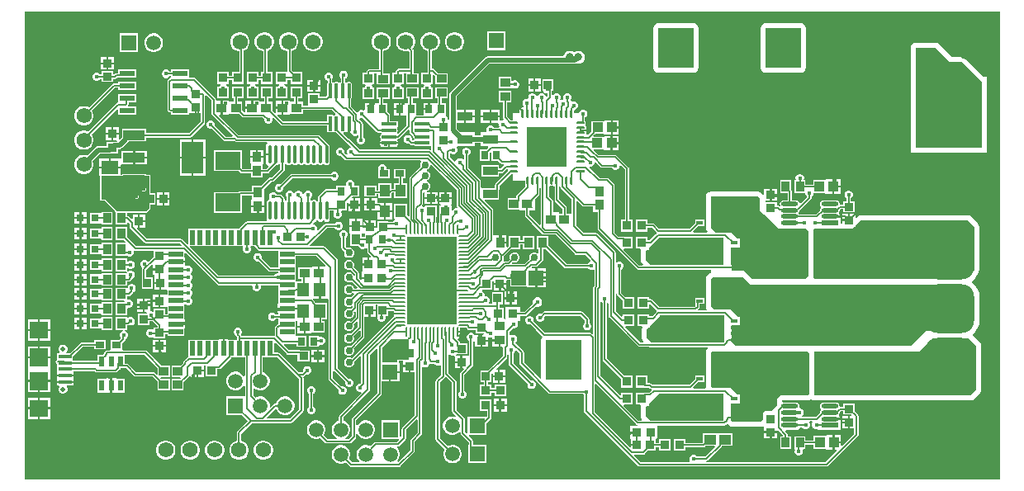
<source format=gbr>
%TF.GenerationSoftware,Altium Limited,Altium Designer,23.3.1 (30)*%
G04 Layer_Physical_Order=1*
G04 Layer_Color=255*
%FSLAX45Y45*%
%MOMM*%
%TF.SameCoordinates,CD13F5F2-8DFB-4D4D-A102-87722C93DE69*%
%TF.FilePolarity,Positive*%
%TF.FileFunction,Copper,L1,Top,Signal*%
%TF.Part,Single*%
G01*
G75*
%TA.AperFunction,SMDPad,CuDef*%
%ADD10R,0.90000X1.05000*%
%ADD11R,0.80000X0.80000*%
%ADD12R,0.91213X0.95814*%
%ADD13R,0.85000X0.95000*%
%ADD14R,2.00000X4.10000*%
G04:AMPARAMS|DCode=15|XSize=1.55414mm|YSize=0.37583mm|CornerRadius=0.18791mm|HoleSize=0mm|Usage=FLASHONLY|Rotation=90.000|XOffset=0mm|YOffset=0mm|HoleType=Round|Shape=RoundedRectangle|*
%AMROUNDEDRECTD15*
21,1,1.55414,0.00000,0,0,90.0*
21,1,1.17831,0.37583,0,0,90.0*
1,1,0.37583,0.00000,0.58916*
1,1,0.37583,0.00000,-0.58916*
1,1,0.37583,0.00000,-0.58916*
1,1,0.37583,0.00000,0.58916*
%
%ADD15ROUNDEDRECTD15*%
%ADD16R,0.37583X1.55414*%
G04:AMPARAMS|DCode=17|XSize=1.55414mm|YSize=0.37583mm|CornerRadius=0.18791mm|HoleSize=0mm|Usage=FLASHONLY|Rotation=0.000|XOffset=0mm|YOffset=0mm|HoleType=Round|Shape=RoundedRectangle|*
%AMROUNDEDRECTD17*
21,1,1.55414,0.00000,0,0,0.0*
21,1,1.17831,0.37583,0,0,0.0*
1,1,0.37583,0.58916,0.00000*
1,1,0.37583,-0.58916,0.00000*
1,1,0.37583,-0.58916,0.00000*
1,1,0.37583,0.58916,0.00000*
%
%ADD17ROUNDEDRECTD17*%
%ADD18R,1.55414X0.37583*%
%ADD19R,1.05000X0.90000*%
%ADD20R,0.95000X0.95000*%
%ADD21R,0.75000X0.90000*%
%ADD22R,1.55000X0.95000*%
%ADD23R,1.80000X1.40000*%
%ADD24R,2.10000X1.80000*%
%ADD25R,0.95650X0.96213*%
%ADD26O,0.35000X2.00000*%
%TA.AperFunction,TestPad*%
%ADD27C,0.76200*%
%TA.AperFunction,SMDPad,CuDef*%
%ADD28R,0.95000X0.85000*%
%ADD29R,0.95000X0.70000*%
%ADD30R,0.60960X1.11760*%
%ADD31R,1.35000X0.40000*%
%ADD32R,1.90000X1.90000*%
%ADD33R,1.90000X1.80000*%
%ADD34R,2.60000X1.90000*%
%ADD35R,1.55000X0.60000*%
%ADD36R,2.20000X1.00000*%
%ADD37R,2.20000X3.30000*%
%ADD38R,1.00606X0.95822*%
%ADD39R,0.75000X0.85000*%
%ADD40R,0.95814X0.91213*%
%ADD41R,1.00650X0.95822*%
%ADD42R,0.95822X1.00650*%
%ADD43R,1.20000X1.40000*%
%ADD44R,1.50000X0.55000*%
%ADD45R,0.55000X1.50000*%
G04:AMPARAMS|DCode=46|XSize=0.254mm|YSize=0.889mm|CornerRadius=0.09525mm|HoleSize=0mm|Usage=FLASHONLY|Rotation=90.000|XOffset=0mm|YOffset=0mm|HoleType=Round|Shape=RoundedRectangle|*
%AMROUNDEDRECTD46*
21,1,0.25400,0.69850,0,0,90.0*
21,1,0.06350,0.88900,0,0,90.0*
1,1,0.19050,0.34925,0.03175*
1,1,0.19050,0.34925,-0.03175*
1,1,0.19050,-0.34925,-0.03175*
1,1,0.19050,-0.34925,0.03175*
%
%ADD46ROUNDEDRECTD46*%
G04:AMPARAMS|DCode=47|XSize=0.254mm|YSize=0.889mm|CornerRadius=0.09525mm|HoleSize=0mm|Usage=FLASHONLY|Rotation=0.000|XOffset=0mm|YOffset=0mm|HoleType=Round|Shape=RoundedRectangle|*
%AMROUNDEDRECTD47*
21,1,0.25400,0.69850,0,0,0.0*
21,1,0.06350,0.88900,0,0,0.0*
1,1,0.19050,0.03175,-0.34925*
1,1,0.19050,-0.03175,-0.34925*
1,1,0.19050,-0.03175,0.34925*
1,1,0.19050,0.03175,0.34925*
%
%ADD47ROUNDEDRECTD47*%
%ADD48R,4.08940X4.08940*%
G04:AMPARAMS|DCode=49|XSize=0.19247mm|YSize=0.96007mm|CornerRadius=0.09624mm|HoleSize=0mm|Usage=FLASHONLY|Rotation=90.000|XOffset=0mm|YOffset=0mm|HoleType=Round|Shape=RoundedRectangle|*
%AMROUNDEDRECTD49*
21,1,0.19247,0.76760,0,0,90.0*
21,1,0.00000,0.96007,0,0,90.0*
1,1,0.19247,0.38380,0.00000*
1,1,0.19247,0.38380,0.00000*
1,1,0.19247,-0.38380,0.00000*
1,1,0.19247,-0.38380,0.00000*
%
%ADD49ROUNDEDRECTD49*%
G04:AMPARAMS|DCode=50|XSize=0.19247mm|YSize=0.96107mm|CornerRadius=0.09624mm|HoleSize=0mm|Usage=FLASHONLY|Rotation=90.000|XOffset=0mm|YOffset=0mm|HoleType=Round|Shape=RoundedRectangle|*
%AMROUNDEDRECTD50*
21,1,0.19247,0.76860,0,0,90.0*
21,1,0.00000,0.96107,0,0,90.0*
1,1,0.19247,0.38430,0.00000*
1,1,0.19247,0.38430,0.00000*
1,1,0.19247,-0.38430,0.00000*
1,1,0.19247,-0.38430,0.00000*
%
%ADD50ROUNDEDRECTD50*%
G04:AMPARAMS|DCode=51|XSize=0.96107mm|YSize=0.19247mm|CornerRadius=0.09624mm|HoleSize=0mm|Usage=FLASHONLY|Rotation=90.000|XOffset=0mm|YOffset=0mm|HoleType=Round|Shape=RoundedRectangle|*
%AMROUNDEDRECTD51*
21,1,0.96107,0.00000,0,0,90.0*
21,1,0.76860,0.19247,0,0,90.0*
1,1,0.19247,0.00000,0.38430*
1,1,0.19247,0.00000,-0.38430*
1,1,0.19247,0.00000,-0.38430*
1,1,0.19247,0.00000,0.38430*
%
%ADD51ROUNDEDRECTD51*%
%ADD52C,0.17323*%
%ADD53R,5.10000X9.10000*%
%ADD54R,0.95000X0.95000*%
%ADD55R,1.30606X1.05822*%
%ADD56R,0.91213X1.05776*%
%ADD57R,1.55000X1.50000*%
%ADD58R,1.50000X1.55000*%
%ADD59R,1.05000X1.10000*%
%ADD60R,1.05776X1.01213*%
%ADD61R,1.05776X0.91213*%
%ADD62R,1.10000X1.30000*%
%ADD63R,2.95490X3.50620*%
%ADD64R,0.66040X0.38100*%
%ADD65R,2.80415X1.65263*%
G04:AMPARAMS|DCode=66|XSize=1.75414mm|YSize=0.47583mm|CornerRadius=0.23791mm|HoleSize=0mm|Usage=FLASHONLY|Rotation=180.000|XOffset=0mm|YOffset=0mm|HoleType=Round|Shape=RoundedRectangle|*
%AMROUNDEDRECTD66*
21,1,1.75414,0.00000,0,0,180.0*
21,1,1.27831,0.47583,0,0,180.0*
1,1,0.47583,-0.63916,0.00000*
1,1,0.47583,0.63916,0.00000*
1,1,0.47583,0.63916,0.00000*
1,1,0.47583,-0.63916,0.00000*
%
%ADD66ROUNDEDRECTD66*%
%ADD67R,1.75414X0.47583*%
%TA.AperFunction,Conductor*%
%ADD68C,0.18000*%
%ADD69C,0.50000*%
%ADD70C,0.12700*%
%TA.AperFunction,ComponentPad*%
%ADD71R,6.80000X6.80000*%
%ADD72R,1.50000X1.50000*%
%ADD73C,1.50000*%
%ADD74C,1.57500*%
%ADD75R,1.57500X1.57500*%
G04:AMPARAMS|DCode=76|XSize=5mm|YSize=5mm|CornerRadius=1.25mm|HoleSize=0mm|Usage=FLASHONLY|Rotation=270.000|XOffset=0mm|YOffset=0mm|HoleType=Round|Shape=RoundedRectangle|*
%AMROUNDEDRECTD76*
21,1,5.00000,2.50000,0,0,270.0*
21,1,2.50000,5.00000,0,0,270.0*
1,1,2.50000,-1.25000,-1.25000*
1,1,2.50000,-1.25000,1.25000*
1,1,2.50000,1.25000,1.25000*
1,1,2.50000,1.25000,-1.25000*
%
%ADD76ROUNDEDRECTD76*%
%ADD77R,1.57500X1.57500*%
%ADD78C,0.50000*%
%TA.AperFunction,ViaPad*%
%ADD79C,0.45000*%
%ADD80C,0.80000*%
%ADD81C,4.00000*%
G36*
X10000000Y0D02*
X0D01*
Y4800000D01*
X10000000D01*
Y0D01*
D02*
G37*
%LPC*%
G36*
X4935000Y4595000D02*
X4745000D01*
Y4405000D01*
X4935000D01*
Y4595000D01*
D02*
G37*
G36*
X4423001Y4588750D02*
X4396999D01*
X4371884Y4582020D01*
X4349366Y4569020D01*
X4330980Y4550634D01*
X4317980Y4528116D01*
X4311250Y4503001D01*
Y4476999D01*
X4317980Y4451884D01*
X4330980Y4429366D01*
X4349366Y4410980D01*
X4371884Y4397980D01*
X4396999Y4391250D01*
X4423001D01*
X4448116Y4397980D01*
X4470634Y4410980D01*
X4489020Y4429366D01*
X4502020Y4451884D01*
X4508750Y4476999D01*
Y4503001D01*
X4502020Y4528116D01*
X4489020Y4550634D01*
X4470634Y4569020D01*
X4448116Y4582020D01*
X4423001Y4588750D01*
D02*
G37*
G36*
X2973001D02*
X2946999D01*
X2921884Y4582020D01*
X2899366Y4569020D01*
X2880980Y4550634D01*
X2867980Y4528116D01*
X2861250Y4503001D01*
Y4476999D01*
X2867980Y4451884D01*
X2880980Y4429366D01*
X2899366Y4410980D01*
X2921884Y4397980D01*
X2946999Y4391250D01*
X2973001D01*
X2998116Y4397980D01*
X3020634Y4410980D01*
X3039020Y4429366D01*
X3052020Y4451884D01*
X3058750Y4476999D01*
Y4503001D01*
X3052020Y4528116D01*
X3039020Y4550634D01*
X3020634Y4569020D01*
X2998116Y4582020D01*
X2973001Y4588750D01*
D02*
G37*
G36*
X1338507Y4575000D02*
X1313493D01*
X1289331Y4568526D01*
X1267669Y4556019D01*
X1249981Y4538331D01*
X1237474Y4516668D01*
X1231000Y4492507D01*
Y4467493D01*
X1237474Y4443331D01*
X1249981Y4421669D01*
X1267669Y4403981D01*
X1289331Y4391474D01*
X1313493Y4385000D01*
X1338507D01*
X1362668Y4391474D01*
X1384331Y4403981D01*
X1402019Y4421669D01*
X1414525Y4443331D01*
X1421000Y4467493D01*
Y4492507D01*
X1414525Y4516668D01*
X1402019Y4538331D01*
X1384331Y4556019D01*
X1362668Y4568526D01*
X1338507Y4575000D01*
D02*
G37*
G36*
X1167000D02*
X977000D01*
Y4385000D01*
X1167000D01*
Y4575000D01*
D02*
G37*
G36*
X5688610Y4395400D02*
X5671390D01*
X5654756Y4390943D01*
X5639843Y4382333D01*
X5635000Y4377490D01*
X5630157Y4382333D01*
X5615244Y4390943D01*
X5598610Y4395400D01*
X5581390D01*
X5564756Y4390943D01*
X5549843Y4382333D01*
X5537667Y4370157D01*
X5529057Y4355244D01*
X5524600Y4338610D01*
Y4338438D01*
X4750001D01*
X4750000Y4338439D01*
X4735290Y4335513D01*
X4722820Y4327180D01*
X4722819Y4327179D01*
X4368021Y3972382D01*
X4359689Y3959911D01*
X4356763Y3945201D01*
X4356763Y3945200D01*
Y3682112D01*
X4355200Y3681638D01*
X4342500Y3691057D01*
Y3698454D01*
X4336030Y3714074D01*
X4324074Y3726030D01*
X4319454Y3727943D01*
X4317902Y3740000D01*
X4317901Y3740001D01*
Y3855400D01*
X4279827D01*
Y3907502D01*
X4342900D01*
Y4022902D01*
X4212500D01*
Y3907502D01*
X4235576D01*
Y3855400D01*
X4217502D01*
Y3855400D01*
X4205202Y3856367D01*
Y3862700D01*
X4157702D01*
Y3797701D01*
X4147702D01*
Y3787701D01*
X4090202D01*
Y3735474D01*
X4028727D01*
X4018888Y3739588D01*
X4017901Y3747733D01*
Y3855400D01*
X3979826D01*
Y3907497D01*
X4042899D01*
Y4022897D01*
X3912499D01*
Y3907497D01*
X3935576D01*
Y3855400D01*
X3917902D01*
X3917501Y3855400D01*
X3905201Y3856367D01*
Y3862700D01*
X3857701D01*
Y3797701D01*
Y3732700D01*
X3904376D01*
X3905201Y3732700D01*
X3917076Y3730707D01*
Y3629741D01*
X3830474Y3543139D01*
X3828751Y3542333D01*
X3823988Y3545364D01*
X3822916Y3548127D01*
X3821832Y3561311D01*
X3826241Y3567911D01*
X3828685Y3580198D01*
X3826241Y3592485D01*
X3820545Y3601010D01*
X3822691Y3608415D01*
X3825965Y3613710D01*
X3828068D01*
Y3676693D01*
X3749787D01*
Y3730238D01*
X3748102Y3738705D01*
X3743306Y3745883D01*
X3717900Y3771289D01*
Y3855400D01*
X3679825D01*
Y3904996D01*
X3742902D01*
Y4020396D01*
X3612502D01*
Y3904996D01*
X3635575D01*
Y3855400D01*
X3617901D01*
X3617500Y3855400D01*
X3605200Y3856366D01*
Y3862700D01*
X3557700D01*
Y3797699D01*
X3537700D01*
Y3862700D01*
X3490200D01*
Y3794135D01*
X3477500Y3786585D01*
X3468123Y3790468D01*
X3451216D01*
X3435596Y3783998D01*
X3423640Y3772043D01*
X3421912Y3767870D01*
X3409456Y3765392D01*
X3349627Y3825221D01*
Y3908036D01*
X3350206Y3908423D01*
X3357167Y3918840D01*
X3359611Y3931127D01*
Y4048958D01*
X3357167Y4061245D01*
X3350206Y4071662D01*
X3339789Y4078622D01*
X3327502Y4081066D01*
X3315215Y4078622D01*
X3304798Y4071662D01*
X3291973Y4074955D01*
X3288371Y4077867D01*
Y4111608D01*
X3294074Y4113970D01*
X3306030Y4125926D01*
X3312500Y4141546D01*
Y4158453D01*
X3306030Y4174074D01*
X3294074Y4186029D01*
X3278454Y4192500D01*
X3261546D01*
X3245926Y4186029D01*
X3233970Y4174074D01*
X3227500Y4158453D01*
Y4141546D01*
X3233970Y4125926D01*
X3244120Y4115776D01*
Y4074552D01*
X3239794Y4071662D01*
X3237636Y4068432D01*
X3222362D01*
X3220204Y4071662D01*
X3209787Y4078622D01*
X3197500Y4081066D01*
X3185213Y4078622D01*
X3174796Y4071662D01*
X3161553Y4072847D01*
X3154626Y4079999D01*
Y4104522D01*
X3156030Y4105926D01*
X3162500Y4121546D01*
Y4138453D01*
X3156030Y4154074D01*
X3144074Y4166030D01*
X3128454Y4172500D01*
X3111546D01*
X3095926Y4166030D01*
X3083970Y4154074D01*
X3077500Y4138453D01*
Y4121546D01*
X3083970Y4105926D01*
X3095926Y4093970D01*
X3110376Y4087985D01*
Y4072049D01*
X3109797Y4071662D01*
X3102837Y4061245D01*
X3100393Y4048958D01*
Y3935608D01*
X3089409Y3924624D01*
X3030198D01*
Y3957699D01*
X2909798D01*
Y3847523D01*
X2909798Y3847299D01*
X2909258Y3834823D01*
X2855899D01*
Y3873308D01*
X2809829D01*
Y3907495D01*
X2847904D01*
Y4027895D01*
X2727504D01*
Y3907495D01*
X2765579D01*
Y3873308D01*
X2730728D01*
X2729849Y3873309D01*
X2718028Y3875430D01*
Y3880608D01*
X2657703D01*
Y3812698D01*
Y3744787D01*
X2718028D01*
Y3749965D01*
X2729849Y3752086D01*
X2730728Y3752086D01*
X2855899D01*
Y3790572D01*
X3152097D01*
X3190194Y3752476D01*
X3186013Y3738696D01*
X3185213Y3738537D01*
X3176693Y3732844D01*
X3169277Y3734995D01*
X3163993Y3738268D01*
Y3740364D01*
X3101010D01*
Y3672082D01*
X2654608D01*
X2593637Y3733053D01*
X2598497Y3744787D01*
X2637703D01*
Y3802698D01*
X2577378D01*
Y3765906D01*
X2565645Y3761046D01*
X2543314Y3783376D01*
Y3873308D01*
X2502414D01*
Y3907496D01*
X2547902D01*
Y4027896D01*
X2427502D01*
Y3907496D01*
X2458164D01*
Y3873308D01*
X2417264D01*
Y3873308D01*
X2405443Y3875430D01*
Y3880608D01*
X2345118D01*
Y3812697D01*
X2335118D01*
Y3802697D01*
X2264793D01*
Y3767272D01*
X2252093Y3762012D01*
X2230728Y3783376D01*
Y3873308D01*
X2189828D01*
Y3907496D01*
X2247903D01*
Y4027896D01*
X2127503D01*
Y3907496D01*
X2145578D01*
Y3873308D01*
X2105557D01*
X2104678Y3873309D01*
X2092857Y3875430D01*
Y3880608D01*
X2032532D01*
Y3812698D01*
Y3744787D01*
X2092857D01*
Y3749965D01*
X2104678Y3752086D01*
X2105557Y3752086D01*
X2199438D01*
X2231383Y3720141D01*
X2238561Y3715345D01*
X2247028Y3713661D01*
X2445049D01*
X2458414Y3700296D01*
X2457905Y3699067D01*
Y3682160D01*
X2464376Y3666539D01*
X2476331Y3654583D01*
X2491952Y3648113D01*
X2508859D01*
X2524479Y3654583D01*
X2536435Y3666539D01*
X2542905Y3682160D01*
Y3699067D01*
X2539950Y3706200D01*
X2550717Y3713393D01*
X2629799Y3634312D01*
X2636977Y3629516D01*
X2645444Y3627831D01*
X3101010D01*
Y3559550D01*
X3163993D01*
Y3561645D01*
X3169277Y3564918D01*
X3176693Y3567070D01*
X3185213Y3561377D01*
X3195290Y3559372D01*
X3298632Y3456030D01*
X3305810Y3451234D01*
X3308475Y3450704D01*
X3344946Y3414233D01*
X3339547Y3401671D01*
X3325926Y3396030D01*
X3313970Y3384074D01*
X3307500Y3368454D01*
Y3351546D01*
X3312066Y3340523D01*
X3307511Y3328459D01*
X3305640Y3326296D01*
X3305101Y3326189D01*
X3281693Y3349597D01*
X3282500Y3351546D01*
Y3368454D01*
X3276030Y3384074D01*
X3264074Y3396030D01*
X3248454Y3402500D01*
X3231546D01*
X3215926Y3396030D01*
X3203970Y3384074D01*
X3197500Y3368454D01*
Y3351546D01*
X3203970Y3335926D01*
X3215926Y3323970D01*
X3231546Y3317500D01*
X3248454D01*
X3250403Y3318307D01*
X3289555Y3279155D01*
X3296733Y3274359D01*
X3305200Y3272675D01*
X4062872D01*
X4068133Y3259975D01*
X4064634Y3256476D01*
X4056900Y3237805D01*
Y3217595D01*
X4060774Y3208243D01*
X3953966Y3101434D01*
X3949756Y3095133D01*
X3948277Y3087700D01*
Y2701006D01*
X3937160Y2696228D01*
X3927899Y2703705D01*
Y2830397D01*
X3792500D01*
Y2674998D01*
X3801059D01*
X3801546Y2662500D01*
X3785926Y2656029D01*
X3773970Y2644074D01*
X3773163Y2642125D01*
X3730401D01*
Y2647898D01*
X3620001D01*
Y2572287D01*
X3615400Y2569529D01*
X3602700Y2576724D01*
Y2577698D01*
X3540200D01*
X3477700D01*
Y2520198D01*
X3488252Y2518651D01*
Y2484825D01*
X3456007D01*
Y2525249D01*
X3463307D01*
Y2588138D01*
X3397700D01*
X3332094D01*
Y2525249D01*
X3339394D01*
Y2397112D01*
X3424717D01*
X3427500Y2394329D01*
Y2392597D01*
X3433970Y2376977D01*
X3445926Y2365021D01*
X3461546Y2358551D01*
X3478454D01*
X3494074Y2365021D01*
X3503627Y2374574D01*
X3514887Y2371561D01*
X3516327Y2370680D01*
Y2331548D01*
X3518011Y2323081D01*
X3522807Y2315903D01*
X3554479Y2284231D01*
X3549619Y2272498D01*
X3537502D01*
Y2204998D01*
X3527502D01*
Y2194998D01*
X3465002D01*
Y2137498D01*
X3462500Y2132500D01*
X3462500D01*
Y2075000D01*
X3525000D01*
Y2055000D01*
X3462500D01*
Y2044297D01*
X3450767Y2039437D01*
X3428792Y2061412D01*
Y2116030D01*
X3428792Y2116031D01*
X3427313Y2123464D01*
X3423103Y2129765D01*
X3374626Y2178242D01*
X3378500Y2187595D01*
Y2207804D01*
X3370766Y2226475D01*
X3356476Y2240766D01*
X3337805Y2248499D01*
X3317596D01*
X3298924Y2240766D01*
X3284634Y2226475D01*
X3276900Y2207804D01*
Y2187595D01*
X3284634Y2168924D01*
X3298924Y2154633D01*
X3317596Y2146899D01*
X3337805D01*
X3347158Y2150773D01*
X3389945Y2107986D01*
Y2088355D01*
X3377245Y2085829D01*
X3370766Y2101473D01*
X3356475Y2115763D01*
X3337804Y2123497D01*
X3317595D01*
X3298924Y2115763D01*
X3284633Y2101473D01*
X3276899Y2082802D01*
Y2062593D01*
X3284633Y2043921D01*
X3298924Y2029631D01*
X3317595Y2021897D01*
X3337804D01*
X3354228Y2028700D01*
X3413323Y1969605D01*
X3408463Y1957872D01*
X3378473D01*
X3370768Y1976473D01*
X3356478Y1990763D01*
X3337807Y1998497D01*
X3317597D01*
X3298926Y1990763D01*
X3284636Y1976473D01*
X3276902Y1957802D01*
Y1937593D01*
X3284636Y1918921D01*
X3298926Y1904631D01*
X3317597Y1896897D01*
X3337807D01*
X3356478Y1904631D01*
X3368234Y1916387D01*
X3375125Y1915551D01*
X3379496Y1906200D01*
X3379608Y1902073D01*
X3347159Y1869624D01*
X3337806Y1873498D01*
X3317597D01*
X3298926Y1865764D01*
X3284636Y1851474D01*
X3276902Y1832803D01*
Y1812593D01*
X3284636Y1793922D01*
X3298926Y1779632D01*
X3317597Y1771898D01*
X3337806D01*
X3354150Y1778668D01*
X3363300Y1775600D01*
X3367767Y1772960D01*
X3368718Y1766188D01*
X3347156Y1744627D01*
X3337803Y1748501D01*
X3317594D01*
X3298923Y1740767D01*
X3284632Y1726477D01*
X3276899Y1707806D01*
Y1687596D01*
X3284632Y1668925D01*
X3298923Y1654635D01*
X3317594Y1646901D01*
X3337803D01*
X3356475Y1654635D01*
X3370765Y1668925D01*
X3378499Y1687596D01*
Y1707806D01*
X3374625Y1717158D01*
X3383695Y1726229D01*
X3395429Y1721369D01*
Y1667896D01*
X3347156Y1619624D01*
X3337803Y1623498D01*
X3317594D01*
X3298923Y1615764D01*
X3284632Y1601474D01*
X3276899Y1582802D01*
Y1562593D01*
X3284632Y1543922D01*
X3298923Y1529631D01*
X3317594Y1521898D01*
X3337803D01*
X3356475Y1529631D01*
X3370765Y1543922D01*
X3378499Y1562593D01*
Y1582802D01*
X3374625Y1592155D01*
X3406395Y1623926D01*
X3418129Y1619065D01*
Y1565599D01*
X3347157Y1494628D01*
X3337804Y1498502D01*
X3317595D01*
X3298924Y1490768D01*
X3284633Y1476478D01*
X3276899Y1457806D01*
Y1437597D01*
X3284633Y1418926D01*
X3298924Y1404635D01*
X3317595Y1396902D01*
X3337804D01*
X3356475Y1404635D01*
X3370766Y1418926D01*
X3378499Y1437597D01*
Y1457806D01*
X3374625Y1467159D01*
X3434871Y1527404D01*
X3446604Y1522544D01*
Y1469076D01*
X3347156Y1369628D01*
X3337803Y1373502D01*
X3317594D01*
X3298922Y1365768D01*
X3284632Y1351478D01*
X3276898Y1332807D01*
Y1312597D01*
X3284632Y1293926D01*
X3298922Y1279636D01*
X3317594Y1271902D01*
X3337803D01*
X3356474Y1279636D01*
X3370764Y1293926D01*
X3378498Y1312597D01*
Y1332807D01*
X3374624Y1342159D01*
X3479761Y1447296D01*
X3479761Y1447297D01*
X3483972Y1453598D01*
X3485450Y1461031D01*
X3485450Y1461032D01*
Y1667502D01*
X3527502D01*
Y1735002D01*
X3537502D01*
Y1745002D01*
X3600002D01*
Y1789429D01*
X3617298D01*
Y1674802D01*
X3617298D01*
X3619046Y1672186D01*
X3617500Y1668454D01*
Y1651546D01*
X3623970Y1635926D01*
X3635926Y1623970D01*
X3651546Y1617500D01*
X3668454D01*
X3684074Y1623970D01*
X3696030Y1635926D01*
X3702500Y1651546D01*
Y1668453D01*
X3706742Y1674802D01*
X3727698D01*
Y1729440D01*
X3779064D01*
X3785072Y1723432D01*
X3786336Y1721664D01*
X3788811Y1709259D01*
X3788501Y1707700D01*
X3855146D01*
Y1687700D01*
X3788501D01*
X3788811Y1686142D01*
X3789497Y1685116D01*
X3789430Y1670250D01*
X3786992Y1667745D01*
X3358243Y1238996D01*
X3356475Y1240764D01*
X3337804Y1248498D01*
X3317595D01*
X3298923Y1240764D01*
X3284633Y1226474D01*
X3276899Y1207803D01*
Y1187593D01*
X3284633Y1168922D01*
X3298923Y1154632D01*
X3317595Y1146898D01*
X3337804D01*
X3356475Y1154632D01*
X3370765Y1168922D01*
X3378499Y1187593D01*
Y1204314D01*
X3438725Y1264540D01*
X3450458Y1259680D01*
Y986585D01*
X3446373Y982500D01*
X3431546D01*
X3415926Y976030D01*
X3403970Y964074D01*
X3397500Y948454D01*
Y931546D01*
X3403970Y915926D01*
X3415926Y903970D01*
X3431546Y897500D01*
X3448250D01*
X3448828Y896903D01*
X3455300Y886590D01*
X3230355Y661645D01*
X3225559Y654467D01*
X3223875Y646000D01*
Y602422D01*
X3209332Y598526D01*
X3187669Y586019D01*
X3169981Y568331D01*
X3157475Y546668D01*
X3151000Y522507D01*
Y497493D01*
X3157475Y473332D01*
X3169981Y451669D01*
X3187669Y433981D01*
X3203528Y424825D01*
X3200125Y412125D01*
X3109164D01*
X3068605Y452684D01*
X3080526Y473332D01*
X3087000Y497493D01*
Y522507D01*
X3080526Y546668D01*
X3068019Y568331D01*
X3050331Y586019D01*
X3028669Y598526D01*
X3004507Y605000D01*
X2979493D01*
X2955332Y598526D01*
X2933669Y586019D01*
X2915981Y568331D01*
X2903475Y546668D01*
X2897000Y522507D01*
Y497493D01*
X2903475Y473332D01*
X2915981Y451669D01*
X2933669Y433981D01*
X2955332Y421474D01*
X2979493Y415000D01*
X3004507D01*
X3028669Y421474D01*
X3034100Y424610D01*
X3084355Y374355D01*
X3091533Y369559D01*
X3100000Y367875D01*
X3330000D01*
X3338467Y369559D01*
X3345645Y374355D01*
X3395645Y424355D01*
X3400441Y431533D01*
X3402125Y440000D01*
Y464125D01*
X3414825Y467528D01*
X3423981Y451669D01*
X3441669Y433981D01*
X3463332Y421474D01*
X3487493Y415000D01*
X3512507D01*
X3536669Y421474D01*
X3558331Y433981D01*
X3576019Y451669D01*
X3588526Y473332D01*
X3595000Y497493D01*
Y522507D01*
X3588526Y546668D01*
X3576019Y568331D01*
X3558331Y586019D01*
X3536669Y598526D01*
X3512507Y605000D01*
X3487493D01*
X3463332Y598526D01*
X3441669Y586019D01*
X3423981Y568331D01*
X3414825Y552472D01*
X3402125Y555875D01*
Y609324D01*
X3656845Y864044D01*
X3661641Y871222D01*
X3663326Y879689D01*
Y1002700D01*
X3737701D01*
Y1097700D01*
X3747701D01*
Y1107700D01*
X3845200D01*
Y1192700D01*
X3837900D01*
Y1216254D01*
X3882500D01*
Y1172498D01*
X3950000D01*
Y1162498D01*
X3960000D01*
Y1099998D01*
X4004375D01*
Y658977D01*
X3874355Y528957D01*
X3869559Y521778D01*
X3867875Y513312D01*
Y433409D01*
X3861700Y428658D01*
X3849000Y434749D01*
Y605000D01*
X3659000D01*
Y415000D01*
X3835750D01*
X3841010Y402300D01*
X3820835Y382125D01*
X3604000D01*
X3595533Y380441D01*
X3588355Y375645D01*
X3549708Y336997D01*
X3536669Y344526D01*
X3512507Y351000D01*
X3487493D01*
X3463332Y344526D01*
X3441669Y332019D01*
X3423981Y314331D01*
X3411475Y292668D01*
X3405000Y268507D01*
Y243493D01*
X3411475Y219332D01*
X3423981Y197669D01*
X3436825Y184825D01*
X3431565Y172125D01*
X3361165D01*
X3326997Y206292D01*
X3334526Y219332D01*
X3341000Y243493D01*
Y268507D01*
X3334526Y292668D01*
X3322019Y314331D01*
X3304331Y332019D01*
X3282669Y344526D01*
X3258507Y351000D01*
X3233493D01*
X3209332Y344526D01*
X3187669Y332019D01*
X3169981Y314331D01*
X3157475Y292668D01*
X3151000Y268507D01*
Y243493D01*
X3157475Y219332D01*
X3169981Y197669D01*
X3187669Y179981D01*
X3209332Y167474D01*
X3233493Y161000D01*
X3258507D01*
X3282669Y167474D01*
X3295708Y175003D01*
X3336355Y134355D01*
X3343533Y129559D01*
X3352000Y127875D01*
X3840000D01*
X3848467Y129559D01*
X3855645Y134355D01*
X3995645Y274355D01*
X4000441Y281533D01*
X4002125Y290000D01*
Y390835D01*
X4070145Y458856D01*
X4074941Y466034D01*
X4076626Y474500D01*
Y1148209D01*
X4089326Y1153273D01*
X4102947Y1147631D01*
X4119854D01*
X4135475Y1154101D01*
X4147430Y1166057D01*
X4153590Y1180929D01*
X4154358Y1182051D01*
X4154689Y1182323D01*
X4166601Y1188949D01*
X4172000Y1187875D01*
X4199464D01*
X4200272Y1185926D01*
X4212227Y1173970D01*
X4227848Y1167500D01*
X4244755D01*
X4258376Y1173142D01*
X4271076Y1168077D01*
Y1067564D01*
X4222526Y1019015D01*
X4217730Y1011837D01*
X4216046Y1003370D01*
Y411829D01*
X4217730Y403362D01*
X4222526Y396184D01*
X4309003Y309708D01*
X4301475Y296668D01*
X4295000Y272507D01*
Y247493D01*
X4301475Y223332D01*
X4313981Y201669D01*
X4331669Y183981D01*
X4353332Y171474D01*
X4377493Y165000D01*
X4402507D01*
X4426669Y171474D01*
X4448331Y183981D01*
X4466019Y201669D01*
X4478526Y223332D01*
X4485000Y247493D01*
Y272507D01*
X4478526Y296668D01*
X4466019Y318331D01*
X4448331Y336019D01*
X4426669Y348526D01*
X4402507Y355000D01*
X4377493D01*
X4353332Y348526D01*
X4340293Y340997D01*
X4260297Y420993D01*
Y994205D01*
X4308846Y1042755D01*
X4311204Y1046285D01*
X4323191Y1049263D01*
X4326413Y1049037D01*
X4385405Y990045D01*
Y697870D01*
X4387090Y689403D01*
X4391886Y682225D01*
X4422352Y651758D01*
X4415778Y640372D01*
X4398507Y645000D01*
X4373493D01*
X4349332Y638526D01*
X4327669Y626019D01*
X4309981Y608331D01*
X4297475Y586668D01*
X4291000Y562507D01*
Y537493D01*
X4297475Y513331D01*
X4309981Y491669D01*
X4327669Y473981D01*
X4349332Y461474D01*
X4373493Y455000D01*
X4398507D01*
X4422669Y461474D01*
X4444331Y473981D01*
X4457940Y487590D01*
X4470640Y482329D01*
Y476546D01*
X4472324Y468080D01*
X4477120Y460902D01*
X4555875Y382147D01*
Y355000D01*
X4549000D01*
Y165000D01*
X4739000D01*
Y355000D01*
X4600125D01*
Y391312D01*
X4598441Y399778D01*
X4593645Y406957D01*
X4557335Y443267D01*
X4562195Y455000D01*
X4735000D01*
Y573710D01*
X4781847Y620557D01*
X4786643Y627735D01*
X4788327Y636202D01*
Y724201D01*
X4787902Y726339D01*
Y822901D01*
X4667502D01*
Y702501D01*
X4744077D01*
Y653747D01*
X4735000Y645000D01*
X4545000D01*
Y472195D01*
X4533267Y467334D01*
X4514890Y485711D01*
Y612635D01*
X4513206Y621102D01*
X4508410Y628280D01*
X4429656Y707034D01*
Y999209D01*
X4427971Y1007676D01*
X4423175Y1014854D01*
X4343326Y1094703D01*
Y1279976D01*
X4346314Y1281646D01*
X4356026Y1283870D01*
X4365926Y1273970D01*
X4381546Y1267500D01*
X4398454D01*
X4401331Y1268692D01*
X4412501Y1259572D01*
Y1212498D01*
X4470001D01*
Y1264998D01*
X4432796D01*
X4426311Y1277698D01*
X4429643Y1282299D01*
X4540201D01*
Y1392699D01*
X4463626D01*
Y1405499D01*
X4461942Y1413966D01*
X4457146Y1421144D01*
X4443560Y1434729D01*
X4447741Y1448509D01*
X4449258Y1448811D01*
X4459057Y1455359D01*
X4465604Y1465157D01*
X4467904Y1476716D01*
Y1505146D01*
X4437700D01*
Y1525146D01*
X4467904D01*
Y1553575D01*
X4469020Y1554935D01*
X4530493D01*
X4545872Y1539556D01*
X4553050Y1534760D01*
X4561516Y1533076D01*
X4627500D01*
Y1500001D01*
X4709370D01*
X4712701Y1495400D01*
X4706217Y1482700D01*
X4697700D01*
Y1430200D01*
X4755200D01*
Y1451124D01*
X4765759Y1458179D01*
X4766626Y1457821D01*
X4783533D01*
X4786940Y1459232D01*
X4797500Y1452176D01*
Y1440000D01*
X4869999D01*
Y1430000D01*
X4879999D01*
Y1365000D01*
X4898638D01*
X4907600Y1352300D01*
X4907331Y1350943D01*
Y1271119D01*
X4754111Y1117899D01*
X4675000D01*
Y997499D01*
X4708075D01*
Y972898D01*
X4667502D01*
Y852498D01*
X4787902D01*
Y890573D01*
X4817499D01*
Y852498D01*
X4937899D01*
Y972898D01*
X4817499D01*
Y934824D01*
X4787902D01*
Y972898D01*
X4752326D01*
Y997499D01*
X4785400D01*
Y1081151D01*
X4790001Y1084629D01*
X4802701Y1078309D01*
Y1067699D01*
X4855201D01*
Y1125199D01*
X4840584D01*
X4835723Y1136932D01*
X4945101Y1246309D01*
X4949897Y1253487D01*
X4951581Y1261954D01*
Y1278947D01*
X4964281Y1285735D01*
X4967865Y1283341D01*
Y1180010D01*
X4969549Y1171543D01*
X4974345Y1164365D01*
X5158307Y980403D01*
X5157500Y978454D01*
Y961546D01*
X5163970Y945926D01*
X5175926Y933970D01*
X5191546Y927500D01*
X5208454D01*
X5224074Y933970D01*
X5236030Y945926D01*
X5242500Y961546D01*
Y978454D01*
X5236030Y994074D01*
X5224074Y1006030D01*
X5208454Y1012500D01*
X5191546D01*
X5189597Y1011693D01*
X5012115Y1189175D01*
Y1293876D01*
X5013558Y1294474D01*
X5025514Y1306429D01*
X5031156Y1320050D01*
X5043717Y1325449D01*
X5077875Y1291292D01*
Y1190000D01*
X5079559Y1181533D01*
X5084355Y1174355D01*
X5374355Y884355D01*
X5381533Y879559D01*
X5390000Y877875D01*
X5723163D01*
X5723970Y875926D01*
X5735926Y863970D01*
X5737875Y863163D01*
Y702290D01*
X5739559Y693823D01*
X5744355Y686645D01*
X6293545Y137455D01*
X6300723Y132659D01*
X6309190Y130975D01*
X8223569D01*
X8232035Y132659D01*
X8239213Y137455D01*
X8544843Y443085D01*
X8549639Y450263D01*
X8551324Y458730D01*
Y648699D01*
X8549639Y657166D01*
X8544843Y664344D01*
X8512898Y696289D01*
Y775399D01*
X8392498D01*
Y739622D01*
X8369707D01*
X8359168Y749900D01*
X8358549Y751772D01*
X8356030Y764437D01*
X8347964Y776507D01*
X8335894Y784573D01*
X8321655Y787405D01*
X8193824D01*
X8179586Y784573D01*
X8167516Y776507D01*
X8159450Y764437D01*
X8156618Y750198D01*
X8159450Y735960D01*
X8166179Y725890D01*
X8167502Y717699D01*
X8166179Y709508D01*
X8159450Y699438D01*
X8156618Y685200D01*
X8157253Y682009D01*
X8114868Y639624D01*
X7979650D01*
X7975189Y652324D01*
X7983990Y661126D01*
X7990461Y676746D01*
Y693653D01*
X7983990Y709274D01*
X7972035Y721229D01*
X7956414Y727700D01*
X7954539D01*
X7946830Y740400D01*
X7948779Y750198D01*
X7945947Y764437D01*
X7937881Y776507D01*
X7925811Y784573D01*
X7911572Y787405D01*
X7783741D01*
X7780797Y786819D01*
X7770980Y794876D01*
Y808884D01*
X7771116Y809020D01*
X8030000D01*
X8049509Y812901D01*
X8065000Y823252D01*
X8068126Y821163D01*
X8069176Y820113D01*
X8070547Y819545D01*
X8080491Y812901D01*
X8100000Y809020D01*
X9700000D01*
X9719509Y812901D01*
X9736048Y823952D01*
X9796048Y883952D01*
X9807099Y900491D01*
X9810980Y920000D01*
Y1370000D01*
X9807099Y1389509D01*
X9796048Y1406048D01*
X9725210Y1476886D01*
X9725833Y1489571D01*
X9739342Y1500658D01*
X9761211Y1527305D01*
X9777461Y1557706D01*
X9787468Y1590694D01*
X9790847Y1625000D01*
Y1875000D01*
X9787468Y1909306D01*
X9777461Y1942294D01*
X9761211Y1972695D01*
X9739342Y1999342D01*
X9717730Y2017079D01*
X9716862Y2019097D01*
Y2030903D01*
X9717730Y2032921D01*
X9739342Y2050658D01*
X9761211Y2077305D01*
X9777461Y2107706D01*
X9782106Y2123019D01*
X9787099Y2130491D01*
X9790980Y2150000D01*
Y2590000D01*
X9787099Y2609509D01*
X9776048Y2626048D01*
X9706048Y2696048D01*
X9689509Y2707099D01*
X9670000Y2710979D01*
X8580000D01*
X8560491Y2707099D01*
X8543952Y2696048D01*
X8531931Y2684026D01*
X8520197Y2688886D01*
Y2722700D01*
X8462697D01*
Y2660200D01*
X8452697D01*
Y2650200D01*
X8385197D01*
Y2620979D01*
X8370847D01*
Y2679391D01*
X8370847D01*
X8366081Y2685198D01*
X8257740D01*
Y2705198D01*
X8364316D01*
X8362906Y2712284D01*
X8353227Y2726770D01*
X8353354Y2741959D01*
X8356030Y2745963D01*
X8358862Y2760201D01*
X8358227Y2763392D01*
X8370612Y2775778D01*
X8392497D01*
Y2740001D01*
X8512897D01*
Y2850401D01*
X8472125D01*
Y2883163D01*
X8474074Y2883970D01*
X8486030Y2895926D01*
X8492500Y2911546D01*
Y2928453D01*
X8486030Y2944074D01*
X8474074Y2956029D01*
X8458453Y2962500D01*
X8441546D01*
X8425926Y2956029D01*
X8413970Y2944074D01*
X8407500Y2928453D01*
Y2911546D01*
X8413970Y2895926D01*
X8425926Y2883970D01*
X8427875Y2883163D01*
Y2850401D01*
X8392497D01*
Y2814624D01*
X8369707D01*
X8359168Y2824902D01*
X8358549Y2826774D01*
X8356030Y2839438D01*
X8347964Y2851509D01*
X8335893Y2859574D01*
X8321655Y2862407D01*
X8193824D01*
X8179586Y2859574D01*
X8167515Y2851509D01*
X8159450Y2839438D01*
X8156618Y2825200D01*
X8159450Y2810962D01*
X8166179Y2800892D01*
X8167502Y2792701D01*
X8166179Y2784510D01*
X8159450Y2774440D01*
X8156618Y2760201D01*
X8157253Y2757006D01*
X8114868Y2714621D01*
X7942482D01*
X7937881Y2721506D01*
Y2733893D01*
X7945947Y2745963D01*
X7947943Y2756001D01*
X7949084Y2756764D01*
X8065645Y2873324D01*
X8070441Y2880502D01*
X8072125Y2888969D01*
Y2903163D01*
X8074074Y2903970D01*
X8086030Y2915926D01*
X8092500Y2931546D01*
Y2934999D01*
X8210524D01*
X8220199Y2927699D01*
X8227576Y2927700D01*
X8282699D01*
Y3002699D01*
Y3077699D01*
X8227576D01*
X8220200Y3077699D01*
X8210524Y3070399D01*
X8207499D01*
X8087500D01*
Y3024825D01*
X8007898D01*
Y3067899D01*
X7998277D01*
X7991221Y3078459D01*
X7992500Y3081546D01*
Y3098454D01*
X7986030Y3114074D01*
X7974074Y3126030D01*
X7958454Y3132500D01*
X7941546D01*
X7925926Y3126030D01*
X7913970Y3114074D01*
X7907500Y3098454D01*
Y3081546D01*
X7908779Y3078459D01*
X7901723Y3067899D01*
X7892498D01*
Y2937499D01*
X8007500D01*
Y2931546D01*
X8013970Y2915926D01*
X8021643Y2908253D01*
X8022389Y2893900D01*
X8021710Y2891970D01*
X7960602Y2830861D01*
X7946821Y2835041D01*
X7945947Y2839438D01*
X7937881Y2851509D01*
X7925810Y2859574D01*
X7911572Y2862407D01*
X7869782D01*
Y2952742D01*
X7868098Y2961209D01*
X7863302Y2968387D01*
X7862899Y2968789D01*
Y3067899D01*
X7747500D01*
Y2937499D01*
X7825531D01*
Y2862407D01*
X7783741D01*
X7769503Y2859574D01*
X7757432Y2851509D01*
X7749367Y2839438D01*
X7746535Y2825200D01*
X7749184Y2811883D01*
X7747138Y2809264D01*
X7739246Y2803249D01*
X7735667Y2805640D01*
X7727200Y2807325D01*
X7712900D01*
Y2840399D01*
X7604360D01*
X7598033Y2853100D01*
X7601504Y2857699D01*
X7642699D01*
Y2920200D01*
Y2982699D01*
X7585200D01*
Y2924613D01*
X7572500Y2919596D01*
X7556048Y2936048D01*
X7539509Y2947099D01*
X7520000Y2950979D01*
X7036665D01*
X7017156Y2947099D01*
X7000617Y2936048D01*
X6989566Y2919509D01*
X6985686Y2900000D01*
Y2852159D01*
Y2603239D01*
Y2583335D01*
X6989566Y2563826D01*
X7000617Y2547287D01*
X7005191Y2542713D01*
X7000331Y2530979D01*
X6860958D01*
X6855697Y2543679D01*
X6910468Y2598450D01*
X6970618D01*
Y2661950D01*
X6879178D01*
Y2629740D01*
X6820156Y2570718D01*
X6509643D01*
X6462017Y2618343D01*
X6454839Y2623139D01*
X6446372Y2624824D01*
X6388310D01*
Y2663505D01*
X6267259D01*
Y2541892D01*
X6388310D01*
Y2580573D01*
X6437208D01*
X6481449Y2536332D01*
X6481891Y2524276D01*
X6480609Y2520496D01*
X6473952Y2516048D01*
X6407729Y2449825D01*
X6388225D01*
Y2488506D01*
X6267175D01*
Y2366893D01*
X6313723D01*
X6321843Y2354193D01*
X6319020Y2340000D01*
X6319020Y2250000D01*
X6322901Y2230491D01*
X6333952Y2213952D01*
X6343547Y2204357D01*
X6338687Y2192624D01*
X6306952D01*
X6144416Y2355160D01*
X6149276Y2366893D01*
X6238055D01*
Y2488506D01*
X6140842D01*
X6138705Y2488932D01*
X6092358D01*
X6052125Y2529165D01*
Y3010000D01*
X6050441Y3018467D01*
X6045645Y3025645D01*
X5985645Y3085645D01*
X5978467Y3090441D01*
X5970000Y3092125D01*
X5894355D01*
X5791686Y3194794D01*
X5796947Y3207494D01*
X5808442D01*
X5824063Y3213964D01*
X5836018Y3225919D01*
X5842488Y3241540D01*
Y3249557D01*
X5855188Y3254817D01*
X5905650Y3204355D01*
X5912828Y3199559D01*
X5921295Y3197875D01*
X6023163D01*
X6023970Y3195926D01*
X6035926Y3183970D01*
X6051546Y3177500D01*
X6068454D01*
X6084074Y3183970D01*
X6096030Y3195926D01*
X6102500Y3211546D01*
Y3213167D01*
X6115200Y3218428D01*
X6155489Y3178138D01*
Y2663505D01*
X6117089D01*
Y2541892D01*
X6238140D01*
Y2663505D01*
X6199740D01*
Y3187303D01*
X6198055Y3195770D01*
X6193259Y3202948D01*
X6075645Y3320562D01*
X6068467Y3325358D01*
X6060000Y3327042D01*
X5885142D01*
X5840231Y3371953D01*
X5837710Y3373638D01*
X5836387Y3374960D01*
X5841247Y3386694D01*
X5937436Y3386693D01*
X5947112Y3379393D01*
X5949829Y3379394D01*
X6010000D01*
Y3450000D01*
Y3520606D01*
X5947112Y3520607D01*
X5937436Y3513307D01*
X5934412Y3513306D01*
X5837194D01*
X5832334Y3525040D01*
X5849041Y3541747D01*
X5852346Y3546694D01*
X5940155Y3546694D01*
X5949831Y3539394D01*
X5952548Y3539394D01*
X6012719D01*
Y3610001D01*
Y3680607D01*
X5949831Y3680607D01*
X5940155Y3673307D01*
X5937131Y3673307D01*
X5811696D01*
Y3570531D01*
X5811271Y3568394D01*
Y3566556D01*
X5779808Y3535093D01*
X5772627Y3535948D01*
X5770841Y3537141D01*
X5763186Y3548629D01*
X5764359Y3554522D01*
Y3560872D01*
X5762067Y3572392D01*
X5755867Y3582698D01*
X5762067Y3593005D01*
X5764359Y3604524D01*
Y3610874D01*
X5762067Y3622394D01*
X5755541Y3632160D01*
X5755191Y3645850D01*
X5756916Y3654522D01*
Y3660872D01*
X5755191Y3669544D01*
X5750279Y3676895D01*
X5748376Y3678167D01*
Y3711610D01*
X5754074Y3713970D01*
X5766030Y3725926D01*
X5772500Y3741546D01*
Y3758454D01*
X5766030Y3774074D01*
X5754074Y3786030D01*
X5738454Y3792500D01*
X5721546D01*
X5705926Y3786030D01*
X5693970Y3774074D01*
X5688141Y3760000D01*
X5633538D01*
Y3784255D01*
X5638904Y3795200D01*
X5654525Y3801670D01*
X5666480Y3813626D01*
X5672950Y3829246D01*
Y3846153D01*
X5666480Y3861774D01*
X5654525Y3873729D01*
X5638904Y3880200D01*
X5621997D01*
X5614701Y3877178D01*
X5599903Y3883085D01*
X5599062Y3885496D01*
X5599648Y3889548D01*
X5603719Y3893619D01*
X5610189Y3909239D01*
Y3926146D01*
X5603719Y3941767D01*
X5591763Y3953722D01*
X5576143Y3960192D01*
X5559235D01*
X5543615Y3953722D01*
X5531659Y3941767D01*
X5525189Y3926146D01*
Y3909239D01*
X5528083Y3902252D01*
X5519597Y3889552D01*
X5513497D01*
X5502930Y3885175D01*
X5497847Y3889844D01*
X5494473Y3895418D01*
X5500200Y3909246D01*
Y3926153D01*
X5493730Y3941774D01*
X5481774Y3953729D01*
X5466154Y3960200D01*
X5449247D01*
X5433626Y3953729D01*
X5422524Y3942627D01*
X5418473Y3943012D01*
X5409824Y3946360D01*
Y3987498D01*
X5420400D01*
Y4107898D01*
X5310000D01*
Y3987498D01*
X5319177D01*
X5323970Y3975926D01*
X5335926Y3963970D01*
X5351546Y3957500D01*
X5365573D01*
Y3933113D01*
X5358455Y3927657D01*
X5345199Y3931831D01*
X5341080Y3941774D01*
X5329124Y3953729D01*
X5313504Y3960200D01*
X5296597D01*
X5280976Y3953729D01*
X5269021Y3941774D01*
X5262551Y3926154D01*
X5250200D01*
X5243730Y3941774D01*
X5231774Y3953729D01*
X5216154Y3960200D01*
X5199247D01*
X5183626Y3953729D01*
X5171671Y3941774D01*
X5165200Y3926153D01*
Y3914849D01*
X5157531Y3906373D01*
X5153467Y3904850D01*
X5139247D01*
X5123626Y3898380D01*
X5111670Y3886424D01*
X5105200Y3870804D01*
Y3853896D01*
X5111670Y3838276D01*
X5122553Y3827394D01*
X5123390Y3824817D01*
X5122829Y3823642D01*
X5110873Y3814358D01*
X5104523D01*
X5093003Y3812067D01*
X5083237Y3805541D01*
X5076711Y3795775D01*
X5074420Y3784255D01*
Y3760000D01*
X5010000D01*
Y3683532D01*
X4989775D01*
X4949824Y3723483D01*
Y3867502D01*
X4992899D01*
Y3982902D01*
X4862499D01*
Y3867502D01*
X4905573D01*
Y3714318D01*
X4907258Y3705852D01*
X4912054Y3698674D01*
X4915615Y3695112D01*
X4910267Y3682500D01*
X4898496D01*
X4887901Y3678111D01*
X4875201Y3684948D01*
Y3715199D01*
X4787701D01*
Y3657699D01*
X4858272D01*
X4864450Y3648453D01*
Y3631546D01*
X4869057Y3620424D01*
X4863285Y3609193D01*
X4861618Y3607723D01*
X4816837D01*
X4816030Y3609672D01*
X4804074Y3621628D01*
X4788454Y3628098D01*
X4771546D01*
X4755926Y3621628D01*
X4743970Y3609672D01*
X4737500Y3594052D01*
Y3577144D01*
X4738945Y3573658D01*
X4731889Y3563098D01*
X4674801D01*
Y3528637D01*
X4620601D01*
Y3563098D01*
X4469162D01*
X4433640Y3598620D01*
Y3657699D01*
X4507702D01*
Y3725199D01*
Y3792699D01*
X4433640D01*
Y3929279D01*
X4765922Y4261561D01*
X5590000D01*
X5595000Y4262556D01*
X5600000Y4261561D01*
X5641880D01*
X5641882Y4261561D01*
X5656591Y4264487D01*
X5660948Y4267398D01*
X5671390Y4264600D01*
X5688610D01*
X5705243Y4269057D01*
X5720156Y4277667D01*
X5732333Y4289843D01*
X5740943Y4304756D01*
X5745400Y4321390D01*
Y4338610D01*
X5740943Y4355244D01*
X5732333Y4370157D01*
X5720156Y4382333D01*
X5705243Y4390943D01*
X5688610Y4395400D01*
D02*
G37*
G36*
X917502Y4329998D02*
X860002D01*
Y4277498D01*
X917502D01*
Y4329998D01*
D02*
G37*
G36*
X840002D02*
X782502D01*
Y4277498D01*
X840002D01*
Y4329998D01*
D02*
G37*
G36*
X917502Y4257498D02*
X860002D01*
Y4204998D01*
X917502D01*
Y4257498D01*
D02*
G37*
G36*
X840002D02*
X782502D01*
Y4204998D01*
X840002D01*
Y4257498D01*
D02*
G37*
G36*
X1685198Y4208199D02*
X1504798D01*
Y4182125D01*
X1486837D01*
X1486030Y4184074D01*
X1474074Y4196030D01*
X1458454Y4202500D01*
X1441546D01*
X1425926Y4196030D01*
X1413970Y4184074D01*
X1407500Y4168454D01*
Y4151546D01*
X1413970Y4135926D01*
X1425926Y4123970D01*
X1441546Y4117500D01*
X1458454D01*
X1474074Y4123970D01*
X1484541Y4134437D01*
X1497507Y4135190D01*
X1498570Y4135122D01*
X1501919Y4131773D01*
X1503332Y4125175D01*
X1497018Y4117940D01*
X1494741Y4116418D01*
X1489841Y4113144D01*
X1472853Y4096156D01*
X1468057Y4088978D01*
X1466372Y4080511D01*
Y3795043D01*
X1468057Y3786577D01*
X1472853Y3779399D01*
X1483397Y3768854D01*
X1490575Y3764058D01*
X1499042Y3762374D01*
X1504798D01*
Y3741799D01*
X1685198D01*
Y3743255D01*
X1687502Y3755001D01*
X1745002D01*
Y3817500D01*
X1765002D01*
Y3755001D01*
X1809376D01*
Y3670197D01*
X1691306Y3552127D01*
X1247703D01*
Y3592702D01*
X1002303D01*
Y3508716D01*
X1002018Y3507287D01*
X978305Y3483574D01*
X965605Y3488835D01*
Y3537698D01*
X909998D01*
Y3479791D01*
X945012D01*
X951801Y3467091D01*
X949501Y3463649D01*
X920606D01*
X920605Y3463649D01*
X916889Y3462910D01*
X841692D01*
Y3417834D01*
X759396D01*
X759395Y3417835D01*
X744685Y3414909D01*
X732215Y3406576D01*
X732214Y3406575D01*
X647756Y3322118D01*
X623001Y3328751D01*
X596999D01*
X571884Y3322021D01*
X549366Y3309021D01*
X530980Y3290635D01*
X517980Y3268117D01*
X511250Y3243002D01*
Y3217000D01*
X517980Y3191885D01*
X530980Y3169367D01*
X549366Y3150981D01*
X571884Y3137981D01*
X596999Y3131251D01*
X623001D01*
X648116Y3137981D01*
X670634Y3150981D01*
X689020Y3169367D01*
X702020Y3191885D01*
X708750Y3217000D01*
Y3243002D01*
X702117Y3267757D01*
X775317Y3340957D01*
X879390D01*
X879392Y3340957D01*
X883107Y3341696D01*
X958305D01*
Y3386772D01*
X974301D01*
X974302Y3386771D01*
X989012Y3389698D01*
X1001482Y3398030D01*
X1067182Y3463730D01*
X1067183Y3463731D01*
X1069569Y3467302D01*
X1247703D01*
Y3507877D01*
X1700471D01*
X1708937Y3509561D01*
X1716115Y3514357D01*
X1847146Y3645388D01*
X1851942Y3652566D01*
X1853627Y3661033D01*
Y3935638D01*
X1866327Y3940899D01*
X1921081Y3886144D01*
Y3752774D01*
X1922766Y3744307D01*
X1927562Y3737129D01*
X2136833Y3527858D01*
X2131972Y3516125D01*
X2065165D01*
X1951693Y3629597D01*
X1952500Y3631546D01*
Y3648454D01*
X1946030Y3664074D01*
X1934074Y3676030D01*
X1918454Y3682500D01*
X1901546D01*
X1885926Y3676030D01*
X1873970Y3664074D01*
X1867500Y3648454D01*
Y3631546D01*
X1873970Y3615926D01*
X1885926Y3603970D01*
X1901546Y3597500D01*
X1918454D01*
X1920403Y3598308D01*
X2040355Y3478355D01*
X2047533Y3473559D01*
X2056000Y3471875D01*
X2153218D01*
X2158738Y3466355D01*
X2165916Y3461559D01*
X2174383Y3459875D01*
X2488064D01*
X2491916Y3447175D01*
X2487965Y3444535D01*
X2479677Y3432131D01*
X2476766Y3417499D01*
Y3344999D01*
X2515001D01*
Y3324999D01*
X2476766D01*
Y3252498D01*
X2479677Y3237867D01*
X2487965Y3225463D01*
X2497862Y3218850D01*
X2501883Y3204910D01*
X2481514Y3184541D01*
X2445611D01*
Y3224562D01*
X2445611Y3225441D01*
X2447733Y3237262D01*
X2452911D01*
Y3297587D01*
X2385000D01*
X2317089D01*
Y3237262D01*
X2322267D01*
X2324389Y3225441D01*
X2324389Y3224562D01*
Y3184541D01*
X2236748D01*
X2227700Y3193589D01*
Y3377699D01*
X1942300D01*
Y3162299D01*
X2196410D01*
X2211938Y3146771D01*
X2219116Y3141975D01*
X2227583Y3140291D01*
X2324389D01*
Y3099391D01*
X2445611D01*
Y3140291D01*
X2490678D01*
X2499145Y3141975D01*
X2506323Y3146771D01*
X2581572Y3222020D01*
X2591782Y3224051D01*
X2601772Y3230726D01*
X2601790Y3230752D01*
X2616514Y3231735D01*
X2622873Y3224984D01*
Y3184164D01*
X2535833Y3097125D01*
X2522412D01*
X2513945Y3095441D01*
X2506767Y3090645D01*
X2426734Y3010612D01*
X2334388D01*
Y2957125D01*
X2215002D01*
X2206535Y2955441D01*
X2199357Y2950645D01*
X2196410Y2947697D01*
X1942300D01*
Y2732298D01*
X2227700D01*
Y2912875D01*
X2334388D01*
Y2885441D01*
X2334388Y2884562D01*
X2332266Y2872741D01*
X2327088D01*
Y2812416D01*
X2394999D01*
X2462910D01*
Y2872741D01*
X2457732D01*
X2455610Y2884562D01*
X2455610Y2885441D01*
Y2976908D01*
X2531577Y3052875D01*
X2544998D01*
X2553465Y3054559D01*
X2560643Y3059355D01*
X2660643Y3159355D01*
X2665439Y3166533D01*
X2667123Y3175000D01*
Y3231253D01*
X2670441Y3236219D01*
X2670551Y3236264D01*
X2684443D01*
X2684553Y3236219D01*
X2688223Y3230726D01*
X2698213Y3224051D01*
X2709996Y3221707D01*
X2721780Y3224051D01*
X2731769Y3230726D01*
X2735442Y3236223D01*
X2735558Y3236270D01*
X2749439D01*
X2749554Y3236223D01*
X2753227Y3230726D01*
X2763217Y3224051D01*
X2775000Y3221707D01*
X2786783Y3224051D01*
X2796773Y3230726D01*
X2800443Y3236219D01*
X2800553Y3236264D01*
X2814445D01*
X2814555Y3236219D01*
X2818226Y3230726D01*
X2828215Y3224051D01*
X2839999Y3221707D01*
X2851782Y3224051D01*
X2861772Y3230726D01*
X2865442Y3236219D01*
X2865552Y3236264D01*
X2879444D01*
X2879554Y3236219D01*
X2883224Y3230726D01*
X2893214Y3224051D01*
X2904997Y3221707D01*
X2916781Y3224051D01*
X2926770Y3230726D01*
X2930443Y3236223D01*
X2930559Y3236270D01*
X2944440D01*
X2944555Y3236223D01*
X2948228Y3230726D01*
X2958218Y3224051D01*
X2970001Y3221707D01*
X2981784Y3224051D01*
X2991774Y3230726D01*
X2995444Y3236219D01*
X2995554Y3236264D01*
X3009446D01*
X3009556Y3236219D01*
X3013227Y3230726D01*
X3023216Y3224051D01*
X3035000Y3221707D01*
X3046783Y3224051D01*
X3056772Y3230726D01*
X3060443Y3236219D01*
X3060553Y3236264D01*
X3074445D01*
X3074555Y3236219D01*
X3078225Y3230726D01*
X3088215Y3224051D01*
X3099998Y3221707D01*
X3111781Y3224051D01*
X3121771Y3230726D01*
X3128446Y3240715D01*
X3130790Y3252498D01*
Y3417499D01*
X3128446Y3429282D01*
X3121771Y3439272D01*
X3111781Y3445946D01*
X3101570Y3447978D01*
X3023903Y3525645D01*
X3016724Y3530441D01*
X3008258Y3532125D01*
X2195145D01*
X1994217Y3733053D01*
X1999078Y3744787D01*
X2012532D01*
Y3812698D01*
Y3880608D01*
X1965332D01*
Y3895309D01*
X1963647Y3903776D01*
X1958851Y3910954D01*
X1756661Y4113144D01*
X1749483Y4117940D01*
X1741016Y4119624D01*
X1696583D01*
X1685198Y4122799D01*
X1685198Y4132324D01*
Y4208199D01*
D02*
G37*
G36*
X7960000Y4680980D02*
X7600000D01*
X7580491Y4677099D01*
X7563952Y4666048D01*
X7552901Y4649509D01*
X7549020Y4630000D01*
Y4220000D01*
X7552901Y4200491D01*
X7563952Y4183952D01*
X7580491Y4172901D01*
X7600000Y4169021D01*
X7960000D01*
X7979509Y4172901D01*
X7996048Y4183952D01*
X8007099Y4200491D01*
X8010980Y4220000D01*
Y4630000D01*
X8007099Y4649509D01*
X7996048Y4666048D01*
X7979509Y4677099D01*
X7960000Y4680980D01*
D02*
G37*
G36*
X6858650Y4680979D02*
X6498650D01*
X6479141Y4677099D01*
X6462602Y4666048D01*
X6451551Y4649509D01*
X6447670Y4630000D01*
Y4220000D01*
X6451551Y4200491D01*
X6462602Y4183952D01*
X6479141Y4172901D01*
X6498650Y4169020D01*
X6858650D01*
X6878159Y4172901D01*
X6894698Y4183952D01*
X6905749Y4200491D01*
X6909630Y4220000D01*
Y4630000D01*
X6905749Y4649509D01*
X6894698Y4666048D01*
X6878159Y4677099D01*
X6858650Y4680979D01*
D02*
G37*
G36*
X1145199Y4208199D02*
X964799D01*
Y4166624D01*
X944750D01*
X936283Y4164940D01*
X929105Y4160144D01*
X922902Y4153941D01*
X910202Y4156509D01*
Y4187702D01*
X789802D01*
Y4152125D01*
X776837D01*
X776030Y4154074D01*
X764074Y4166030D01*
X748454Y4172500D01*
X731546D01*
X715926Y4166030D01*
X703970Y4154074D01*
X697500Y4138454D01*
Y4121546D01*
X703970Y4105926D01*
X715926Y4093970D01*
X731546Y4087500D01*
X748454D01*
X764074Y4093970D01*
X776030Y4105926D01*
X776837Y4107875D01*
X789802D01*
Y4077302D01*
X910202D01*
Y4107875D01*
X930251D01*
X938717Y4109559D01*
X945895Y4114355D01*
X953914Y4122374D01*
X1033999D01*
X1036136Y4122799D01*
X1145199D01*
Y4208199D01*
D02*
G37*
G36*
X2473001Y4588750D02*
X2446999D01*
X2421884Y4582020D01*
X2399366Y4569020D01*
X2380980Y4550634D01*
X2367980Y4528116D01*
X2361250Y4503001D01*
Y4476999D01*
X2367980Y4451884D01*
X2380980Y4429366D01*
X2399366Y4410980D01*
X2421884Y4397980D01*
X2446999Y4391250D01*
X2447875D01*
Y4177898D01*
X2427502D01*
Y4139823D01*
X2397901D01*
Y4177899D01*
X2277501D01*
Y4057499D01*
X2310802D01*
X2313908Y4050547D01*
X2314695Y4044799D01*
X2303970Y4034074D01*
X2301412Y4027897D01*
X2277501D01*
Y3907497D01*
X2397901D01*
Y4027897D01*
X2378588D01*
X2376030Y4034074D01*
X2365304Y4044799D01*
X2366092Y4050547D01*
X2369198Y4057499D01*
X2397901D01*
Y4095573D01*
X2427502D01*
Y4057498D01*
X2547902D01*
Y4177898D01*
X2492125D01*
Y4396374D01*
X2498116Y4397980D01*
X2520634Y4410980D01*
X2539020Y4429366D01*
X2552020Y4451884D01*
X2558750Y4476999D01*
Y4503001D01*
X2552020Y4528116D01*
X2539020Y4550634D01*
X2520634Y4569020D01*
X2498116Y4582020D01*
X2473001Y4588750D01*
D02*
G37*
G36*
X2223001D02*
X2196999D01*
X2171884Y4582020D01*
X2149366Y4569020D01*
X2130980Y4550634D01*
X2117980Y4528116D01*
X2111250Y4503001D01*
Y4476999D01*
X2117980Y4451884D01*
X2130980Y4429366D01*
X2149366Y4410980D01*
X2171884Y4397980D01*
X2196999Y4391250D01*
X2201987D01*
Y4251289D01*
Y4177898D01*
X2127503D01*
Y4139823D01*
X2097902D01*
Y4177895D01*
X1977502D01*
Y4057495D01*
X2010798D01*
X2013898Y4050562D01*
X2014691Y4044795D01*
X2003970Y4034074D01*
X2001412Y4027898D01*
X1977502D01*
Y3907498D01*
X2097902D01*
Y4027898D01*
X2078588D01*
X2076030Y4034074D01*
X2065309Y4044795D01*
X2066102Y4050562D01*
X2069202Y4057495D01*
X2097902D01*
Y4095573D01*
X2127503D01*
Y4057498D01*
X2247903D01*
Y4177898D01*
X2246237D01*
Y4251289D01*
Y4397476D01*
X2248116Y4397980D01*
X2270634Y4410980D01*
X2289020Y4429366D01*
X2302020Y4451884D01*
X2308750Y4476999D01*
Y4503001D01*
X2302020Y4528116D01*
X2289020Y4550634D01*
X2270634Y4569020D01*
X2248116Y4582020D01*
X2223001Y4588750D01*
D02*
G37*
G36*
X5292699Y4115198D02*
X5240199D01*
Y4057699D01*
X5292699D01*
Y4115198D01*
D02*
G37*
G36*
X5220199D02*
X5167699D01*
Y4057699D01*
X5220199D01*
Y4115198D01*
D02*
G37*
G36*
X2723001Y4588750D02*
X2696999D01*
X2671884Y4582020D01*
X2649366Y4569020D01*
X2630980Y4550634D01*
X2617980Y4528116D01*
X2611250Y4503001D01*
Y4476999D01*
X2617980Y4451884D01*
X2630980Y4429366D01*
X2649366Y4410980D01*
X2671884Y4397980D01*
X2696999Y4391250D01*
X2697875D01*
Y4190584D01*
X2697874Y4185402D01*
X2686419Y4177895D01*
X2577501D01*
Y4057495D01*
X2610798D01*
X2613898Y4050563D01*
X2614691Y4044795D01*
X2603970Y4034074D01*
X2601412Y4027898D01*
X2577501D01*
Y3907498D01*
X2697901D01*
Y4027898D01*
X2678588D01*
X2676030Y4034074D01*
X2665309Y4044795D01*
X2666102Y4050563D01*
X2669202Y4057495D01*
X2697901D01*
Y4095572D01*
X2727504D01*
Y4057498D01*
X2847904D01*
Y4177898D01*
X2758794D01*
X2742125Y4194566D01*
Y4396374D01*
X2748116Y4397980D01*
X2770634Y4410980D01*
X2789020Y4429366D01*
X2802020Y4451884D01*
X2808750Y4476999D01*
Y4503001D01*
X2802020Y4528116D01*
X2789020Y4550634D01*
X2770634Y4569020D01*
X2748116Y4582020D01*
X2723001Y4588750D01*
D02*
G37*
G36*
X3923001D02*
X3896999D01*
X3871884Y4582020D01*
X3849366Y4569020D01*
X3830980Y4550634D01*
X3817980Y4528116D01*
X3811250Y4503001D01*
Y4476999D01*
X3817980Y4451884D01*
X3830980Y4429366D01*
X3849366Y4410980D01*
X3871884Y4397980D01*
X3896999Y4391250D01*
X3923001D01*
X3935164Y4394509D01*
X3945574Y4385784D01*
Y4212326D01*
X3838244D01*
X3829777Y4210642D01*
X3822599Y4205846D01*
X3812055Y4195301D01*
X3807259Y4188123D01*
X3805575Y4179656D01*
Y4172902D01*
X3767500D01*
Y4052502D01*
X3794437D01*
X3799698Y4039802D01*
X3793970Y4034074D01*
X3789342Y4022899D01*
X3767500D01*
Y3902499D01*
X3887900D01*
Y4022899D01*
X3870658D01*
X3866030Y4034074D01*
X3860302Y4039802D01*
X3865563Y4052502D01*
X3887900D01*
Y4166425D01*
X3899826Y4167966D01*
X3912499Y4167120D01*
Y4052501D01*
X4042899D01*
Y4167901D01*
X3989825D01*
Y4190201D01*
Y4398146D01*
X3988140Y4406613D01*
X3983344Y4413791D01*
X3978395Y4418741D01*
X3989020Y4429366D01*
X4002020Y4451884D01*
X4008750Y4476999D01*
Y4503001D01*
X4002020Y4528116D01*
X3989020Y4550634D01*
X3970634Y4569020D01*
X3948116Y4582020D01*
X3923001Y4588750D01*
D02*
G37*
G36*
X4173001D02*
X4146999D01*
X4121884Y4582020D01*
X4099366Y4569020D01*
X4080980Y4550634D01*
X4067980Y4528116D01*
X4061250Y4503001D01*
Y4476999D01*
X4067980Y4451884D01*
X4080980Y4429366D01*
X4099366Y4410980D01*
X4121884Y4397980D01*
X4134073Y4394714D01*
Y4172902D01*
X4067498D01*
Y4052502D01*
X4094437D01*
X4099698Y4039802D01*
X4093970Y4034074D01*
X4089342Y4022899D01*
X4067498D01*
Y3902499D01*
X4187898D01*
Y4022899D01*
X4170658D01*
X4166030Y4034074D01*
X4160302Y4039802D01*
X4165563Y4052502D01*
X4187898D01*
Y4144619D01*
X4199631Y4149480D01*
X4212500Y4136610D01*
Y4052500D01*
X4342900D01*
Y4167900D01*
X4243790D01*
X4205846Y4205845D01*
X4198667Y4210641D01*
X4190201Y4212325D01*
X4178323D01*
Y4392676D01*
X4198116Y4397980D01*
X4220634Y4410980D01*
X4239020Y4429366D01*
X4252020Y4451884D01*
X4258750Y4476999D01*
Y4503001D01*
X4252020Y4528116D01*
X4239020Y4550634D01*
X4220634Y4569020D01*
X4198116Y4582020D01*
X4173001Y4588750D01*
D02*
G37*
G36*
X3673001D02*
X3646999D01*
X3621884Y4582020D01*
X3599366Y4569020D01*
X3580980Y4550634D01*
X3567980Y4528116D01*
X3561250Y4503001D01*
Y4476999D01*
X3567980Y4451884D01*
X3580980Y4429366D01*
X3599366Y4410980D01*
X3621884Y4397980D01*
X3637875Y4393695D01*
Y4209825D01*
X3538246D01*
X3529779Y4208140D01*
X3522602Y4203344D01*
X3512057Y4192800D01*
X3507261Y4185622D01*
X3505577Y4177155D01*
Y4172902D01*
X3467502D01*
Y4052502D01*
X3494437D01*
X3499698Y4039802D01*
X3493970Y4034074D01*
X3489342Y4022899D01*
X3467502D01*
Y3902499D01*
X3587902D01*
Y4022899D01*
X3570658D01*
X3566030Y4034074D01*
X3560302Y4039802D01*
X3565563Y4052502D01*
X3587902D01*
Y4163924D01*
X3599828Y4165464D01*
X3612502Y4164619D01*
Y4050000D01*
X3742902D01*
Y4165400D01*
X3682125D01*
Y4187700D01*
Y4393695D01*
X3698116Y4397980D01*
X3720634Y4410980D01*
X3739020Y4429366D01*
X3752020Y4451884D01*
X3758750Y4476999D01*
Y4503001D01*
X3752020Y4528116D01*
X3739020Y4550634D01*
X3720634Y4569020D01*
X3698116Y4582020D01*
X3673001Y4588750D01*
D02*
G37*
G36*
X3037498Y4100000D02*
X2979999D01*
Y4047500D01*
X3037498D01*
Y4100000D01*
D02*
G37*
G36*
X2959999D02*
X2902498D01*
Y4047500D01*
X2959999D01*
Y4100000D01*
D02*
G37*
G36*
X4992899Y4127901D02*
X4862499D01*
Y4012501D01*
X4992898D01*
X4992899Y4012500D01*
Y4012500D01*
X5005599Y4014298D01*
X5005926Y4013970D01*
X5021546Y4007500D01*
X5038454D01*
X5054074Y4013970D01*
X5066030Y4025926D01*
X5072500Y4041546D01*
Y4058454D01*
X5066030Y4074074D01*
X5054074Y4086030D01*
X5038454Y4092500D01*
X5021546D01*
X5005926Y4086030D01*
X5005599Y4085702D01*
X4992899Y4090963D01*
Y4127901D01*
D02*
G37*
G36*
X1145199Y4081199D02*
X964799D01*
Y4060624D01*
X918499D01*
X910032Y4058940D01*
X902854Y4054144D01*
X662453Y3813743D01*
X648116Y3822020D01*
X623001Y3828750D01*
X596999D01*
X571884Y3822020D01*
X549366Y3809020D01*
X530980Y3790634D01*
X517980Y3768116D01*
X511250Y3743001D01*
Y3716999D01*
X517980Y3691884D01*
X530980Y3669366D01*
X549366Y3650980D01*
X571884Y3637980D01*
X596999Y3631250D01*
X623001D01*
X648116Y3637980D01*
X670634Y3650980D01*
X689020Y3669366D01*
X702020Y3691884D01*
X708750Y3716999D01*
Y3743001D01*
X702020Y3768116D01*
X693743Y3782453D01*
X927664Y4016374D01*
X964799D01*
Y3995799D01*
X1145199D01*
Y4081199D01*
D02*
G37*
G36*
X5292699Y4037699D02*
X5240199D01*
Y3980198D01*
X5292699D01*
Y4037699D01*
D02*
G37*
G36*
X5220199D02*
X5167699D01*
Y3980198D01*
X5220199D01*
Y4037699D01*
D02*
G37*
G36*
X3037498Y4027500D02*
X2979999D01*
Y3975000D01*
X3037498D01*
Y4027500D01*
D02*
G37*
G36*
X2959999D02*
X2902498D01*
Y3975000D01*
X2959999D01*
Y4027500D01*
D02*
G37*
G36*
X2637703Y3880608D02*
X2577378D01*
Y3822698D01*
X2637703D01*
Y3880608D01*
D02*
G37*
G36*
X2325118Y3880608D02*
X2264793D01*
Y3822697D01*
X2325118D01*
Y3880608D01*
D02*
G37*
G36*
X3837701Y3862700D02*
X3790201D01*
Y3807701D01*
X3837701D01*
Y3862700D01*
D02*
G37*
G36*
X4137702D02*
X4090202D01*
Y3807701D01*
X4137702D01*
Y3862700D01*
D02*
G37*
G36*
X1145199Y3954199D02*
X964799D01*
Y3868799D01*
X953995Y3864222D01*
X952576Y3863940D01*
X945398Y3859144D01*
X654555Y3568301D01*
X648116Y3572018D01*
X623001Y3578748D01*
X596999D01*
X571884Y3572018D01*
X549366Y3559018D01*
X530980Y3540632D01*
X517980Y3518114D01*
X511250Y3492999D01*
Y3466997D01*
X517980Y3441882D01*
X530980Y3419364D01*
X549366Y3400978D01*
X571884Y3387977D01*
X596999Y3381248D01*
X623001D01*
X648116Y3387977D01*
X670634Y3400978D01*
X689020Y3419364D01*
X702020Y3441882D01*
X708750Y3466997D01*
Y3492999D01*
X702020Y3518114D01*
X689183Y3540349D01*
X953065Y3804232D01*
X964799Y3799372D01*
Y3741799D01*
X1145199D01*
Y3827199D01*
X1066949D01*
X1062308Y3835778D01*
X1061342Y3839899D01*
X1065440Y3846032D01*
X1067124Y3854499D01*
Y3868799D01*
X1145199D01*
Y3954199D01*
D02*
G37*
G36*
X4875201Y3792699D02*
X4787701D01*
Y3735199D01*
X4875201D01*
Y3792699D01*
D02*
G37*
G36*
X4615201D02*
X4527702D01*
Y3735199D01*
X4615201D01*
Y3792699D01*
D02*
G37*
G36*
X4767701D02*
X4680201D01*
Y3735199D01*
X4767701D01*
Y3792699D01*
D02*
G37*
G36*
X3837701Y3787701D02*
X3790201D01*
Y3732700D01*
X3837701D01*
Y3787701D01*
D02*
G37*
G36*
X4767701Y3715199D02*
X4680201D01*
Y3657699D01*
X4767701D01*
Y3715199D01*
D02*
G37*
G36*
X4615201D02*
X4527702D01*
Y3657699D01*
X4615201D01*
Y3715199D01*
D02*
G37*
G36*
X6032719Y3680607D02*
Y3620001D01*
X6095607D01*
Y3680607D01*
X6032719D01*
D02*
G37*
G36*
X965605Y3615605D02*
X909998D01*
Y3557697D01*
X965605D01*
Y3615605D01*
D02*
G37*
G36*
X889998D02*
X834392D01*
Y3557697D01*
X889998D01*
Y3615605D01*
D02*
G37*
G36*
X6095607Y3600001D02*
X6032719D01*
Y3539394D01*
X6095607D01*
Y3600001D01*
D02*
G37*
G36*
X889998Y3537698D02*
X834392D01*
Y3479791D01*
X889998D01*
Y3537698D01*
D02*
G37*
G36*
X6030000Y3520606D02*
Y3460000D01*
X6092888D01*
Y3520606D01*
X6030000D01*
D02*
G37*
G36*
X6092888Y3440000D02*
X6030000D01*
Y3379394D01*
X6092888D01*
Y3440000D01*
D02*
G37*
G36*
X9140000Y4480980D02*
X9120491Y4477099D01*
X9103952Y4466048D01*
X9092901Y4449509D01*
X9089020Y4430000D01*
Y3400000D01*
X9091520Y3387432D01*
Y3350000D01*
X9135075D01*
X9140000Y3349020D01*
X9820000D01*
X9824925Y3350000D01*
X9871520D01*
Y4130000D01*
X9832096D01*
X9646048Y4316048D01*
X9629509Y4327099D01*
X9610000Y4330980D01*
X9511117D01*
X9376048Y4466048D01*
X9359509Y4477099D01*
X9340000Y4480979D01*
X9140000Y4480980D01*
D02*
G37*
G36*
X2452911Y3377912D02*
X2395000D01*
Y3317587D01*
X2452911D01*
Y3377912D01*
D02*
G37*
G36*
X2375000D02*
X2317089D01*
Y3317587D01*
X2375000D01*
Y3377912D01*
D02*
G37*
G36*
X1855001Y3485000D02*
X1735001D01*
Y3310000D01*
X1855001D01*
Y3485000D01*
D02*
G37*
G36*
X1255003Y3370000D02*
X1135003D01*
Y3310000D01*
X1255003D01*
Y3370000D01*
D02*
G37*
G36*
X1715001Y3485000D02*
X1595001D01*
Y3310000D01*
X1715001D01*
Y3485000D01*
D02*
G37*
G36*
X1255003Y3290000D02*
X1135003D01*
Y3230000D01*
X1255003D01*
Y3290000D01*
D02*
G37*
G36*
X1115003Y3370000D02*
X995003D01*
Y3296512D01*
X985000Y3290000D01*
X982302Y3290000D01*
X885000D01*
Y3210000D01*
X985000D01*
Y3223488D01*
X995003Y3230000D01*
X997700Y3230000D01*
X1115003D01*
Y3300000D01*
Y3370000D01*
D02*
G37*
G36*
X865000Y3290000D02*
X765000D01*
Y3210000D01*
X865000D01*
Y3290000D01*
D02*
G37*
G36*
X1855001D02*
X1735001D01*
Y3115000D01*
X1855001D01*
Y3290000D01*
D02*
G37*
G36*
X1715001D02*
X1595001D01*
Y3115000D01*
X1715001D01*
Y3290000D01*
D02*
G37*
G36*
X3678454Y3232500D02*
X3661546D01*
X3645926Y3226030D01*
X3633970Y3214074D01*
X3627500Y3198454D01*
Y3185401D01*
X3625003D01*
Y3090001D01*
X3745403D01*
Y3185401D01*
X3712500D01*
Y3198454D01*
X3706030Y3214074D01*
X3694074Y3226030D01*
X3678454Y3232500D01*
D02*
G37*
G36*
X3188454Y3152500D02*
X3171546D01*
X3155926Y3146030D01*
X3143970Y3134074D01*
X3143163Y3132125D01*
X2740000D01*
X2731533Y3130441D01*
X2724355Y3125645D01*
X2627474Y3028763D01*
X2618454Y3032500D01*
X2601546D01*
X2585926Y3026030D01*
X2573970Y3014074D01*
X2567500Y2998453D01*
Y2981546D01*
X2573970Y2965926D01*
X2585926Y2953970D01*
X2601546Y2947500D01*
X2618454D01*
X2634074Y2953970D01*
X2646030Y2965926D01*
X2652500Y2981546D01*
Y2991210D01*
X2749165Y3087875D01*
X3143163D01*
X3143970Y3085926D01*
X3155926Y3073970D01*
X3171546Y3067500D01*
X3188454D01*
X3204074Y3073970D01*
X3216030Y3085926D01*
X3222500Y3101546D01*
Y3118454D01*
X3216030Y3134074D01*
X3204074Y3146030D01*
X3188454Y3152500D01*
D02*
G37*
G36*
X8302699Y3077699D02*
Y3012699D01*
X8365200D01*
Y3077699D01*
X8302699D01*
D02*
G37*
G36*
X3910401Y3185401D02*
X3790001D01*
Y3090001D01*
X3840776D01*
Y3040400D01*
X3792500D01*
Y2982123D01*
X3765202D01*
X3765201Y2982123D01*
X3762901Y2984011D01*
Y3040400D01*
X3627501D01*
Y2964621D01*
X3607902D01*
Y3010398D01*
X3487502D01*
Y2899998D01*
X3607902D01*
Y2925775D01*
X3627501D01*
Y2885000D01*
X3762901D01*
Y2932931D01*
X3773246Y2943277D01*
X3792500D01*
Y2885000D01*
X3927899D01*
Y3040400D01*
X3879623D01*
Y3090001D01*
X3910401D01*
Y3185401D01*
D02*
G37*
G36*
X7720200Y2982699D02*
X7662699D01*
Y2930200D01*
X7720200D01*
Y2982699D01*
D02*
G37*
G36*
X8365200Y2992699D02*
X8302699D01*
Y2927700D01*
X8365200D01*
Y2992699D01*
D02*
G37*
G36*
X1487500Y2942500D02*
X1435000D01*
Y2885000D01*
X1487500D01*
Y2942500D01*
D02*
G37*
G36*
X1415000D02*
X1362500D01*
Y2885000D01*
X1415000D01*
Y2942500D01*
D02*
G37*
G36*
X7720200Y2910200D02*
X7662699D01*
Y2857699D01*
X7720200D01*
Y2910200D01*
D02*
G37*
G36*
X3537702Y2882697D02*
X3480202D01*
Y2830197D01*
X3537702D01*
Y2882697D01*
D02*
G37*
G36*
X3445002Y2882499D02*
X3392502D01*
Y2825000D01*
X3445002D01*
Y2882499D01*
D02*
G37*
G36*
X985000Y3190000D02*
X875000D01*
X765000D01*
Y3110000D01*
X776253D01*
X776253Y3110000D01*
Y3022700D01*
X772300D01*
Y2857301D01*
X823259D01*
X926689Y2753870D01*
X934799Y2745202D01*
X934799D01*
X934800Y2745201D01*
Y2614802D01*
X1050199D01*
Y2636419D01*
X1061933Y2641279D01*
X1078268Y2624943D01*
Y2590081D01*
X1079952Y2581614D01*
X1084748Y2574436D01*
X1228847Y2430338D01*
X1236025Y2425542D01*
X1244492Y2423857D01*
X1593365D01*
X1613363Y2403859D01*
X1608503Y2392125D01*
X1144163D01*
X1050199Y2486089D01*
Y2585199D01*
X934800D01*
Y2454799D01*
X1018910D01*
X1036778Y2436931D01*
X1031918Y2425198D01*
X934802D01*
Y2294798D01*
X1050202D01*
X1050202Y2294798D01*
X1061588Y2291625D01*
X1071546Y2287500D01*
X1088454D01*
X1104074Y2293970D01*
X1116030Y2305926D01*
X1122500Y2321546D01*
Y2338453D01*
X1132106Y2348450D01*
X1134999Y2347875D01*
X1312173D01*
X1324800Y2347698D01*
Y2280382D01*
X1320063Y2279439D01*
X1312885Y2274643D01*
X1305412Y2267170D01*
X1305411Y2267170D01*
X1271273Y2233031D01*
X1266029Y2234074D01*
X1254074Y2246030D01*
X1238454Y2252500D01*
X1221546D01*
X1205926Y2246030D01*
X1193970Y2234074D01*
X1187500Y2218454D01*
Y2201546D01*
X1193970Y2185926D01*
X1205926Y2173971D01*
X1207836Y2167674D01*
X1206906Y2166283D01*
X1205222Y2157816D01*
Y2075201D01*
X1202302D01*
Y1954801D01*
X1312702D01*
Y2075201D01*
X1249472D01*
Y2148652D01*
X1266757Y2165936D01*
X1266757Y2165936D01*
X1266758Y2165937D01*
X1305767Y2204946D01*
X1317500Y2200086D01*
Y2167498D01*
X1385000D01*
Y2147498D01*
X1317500D01*
Y2094998D01*
X1329506D01*
X1329997Y2082501D01*
X1329998Y2082297D01*
Y2025001D01*
X1392498D01*
Y2015001D01*
X1402498D01*
Y1947501D01*
X1452300D01*
X1454998Y1947501D01*
X1465001Y1940990D01*
Y1892982D01*
X1452500Y1892501D01*
X1452300Y1892501D01*
X1395000D01*
Y1830001D01*
Y1767501D01*
X1452300D01*
X1452500Y1767501D01*
X1465001Y1767019D01*
Y1694827D01*
X1445200D01*
Y1750200D01*
X1324800D01*
Y1729475D01*
X1312100Y1720989D01*
X1308454Y1722500D01*
X1296593D01*
X1291546Y1722500D01*
X1290608Y1723127D01*
X1290608Y1730792D01*
Y1777701D01*
X1235002D01*
Y1719794D01*
X1250986D01*
X1257774Y1707094D01*
X1254977Y1702908D01*
X1166695D01*
Y1581694D01*
X1283308D01*
Y1620176D01*
X1318136D01*
X1362876Y1575436D01*
Y1557702D01*
X1324801D01*
Y1541896D01*
X1312101Y1536847D01*
X1298454Y1542500D01*
X1281546D01*
X1265926Y1536029D01*
X1253970Y1524074D01*
X1247500Y1508453D01*
Y1491546D01*
X1253970Y1475926D01*
X1265926Y1463970D01*
X1281546Y1457500D01*
X1298454D01*
X1312101Y1463153D01*
X1324801Y1458104D01*
Y1447302D01*
X1445201D01*
Y1490572D01*
X1465001D01*
Y1472498D01*
X1640400D01*
Y1545198D01*
X1647700D01*
Y1582697D01*
X1552700D01*
Y1602697D01*
X1647700D01*
Y1640197D01*
X1640400D01*
Y1712502D01*
Y1791535D01*
X1642258Y1793130D01*
X1653100Y1796796D01*
X1655926Y1793970D01*
X1671546Y1787500D01*
X1688454D01*
X1704074Y1793970D01*
X1716030Y1805926D01*
X1722500Y1821546D01*
Y1838454D01*
X1716030Y1854074D01*
X1708179Y1861924D01*
X1705427Y1870000D01*
X1708179Y1878075D01*
X1716030Y1885926D01*
X1722500Y1901546D01*
Y1918454D01*
X1716030Y1934074D01*
X1708179Y1941924D01*
X1705427Y1950000D01*
X1708179Y1958076D01*
X1716030Y1965926D01*
X1722500Y1981546D01*
Y1998453D01*
X1716030Y2014074D01*
X1708179Y2021924D01*
X1705427Y2030000D01*
X1708179Y2038075D01*
X1716030Y2045926D01*
X1722500Y2061546D01*
Y2078454D01*
X1716030Y2094074D01*
X1708179Y2101924D01*
X1705427Y2110000D01*
X1708179Y2118076D01*
X1716030Y2125926D01*
X1722500Y2141546D01*
Y2158454D01*
X1716030Y2174074D01*
X1704074Y2186030D01*
X1688454Y2192500D01*
X1671546D01*
X1660401Y2187883D01*
X1649200Y2193628D01*
X1647700Y2195323D01*
Y2222701D01*
X1552700D01*
Y2242701D01*
X1647700D01*
Y2280201D01*
X1640400D01*
Y2319263D01*
X1653100Y2324523D01*
X1982067Y1995557D01*
X1989245Y1990761D01*
X1997712Y1989077D01*
X2330471D01*
X2337526Y1978517D01*
X2337500Y1978453D01*
Y1961546D01*
X2343970Y1945926D01*
X2355926Y1933970D01*
X2371546Y1927500D01*
X2388454D01*
X2404074Y1933970D01*
X2416030Y1945926D01*
X2422500Y1961546D01*
Y1978453D01*
X2422474Y1978517D01*
X2429530Y1989077D01*
X2604998D01*
Y1872502D01*
Y1800202D01*
X2597698D01*
Y1762702D01*
X2692698D01*
Y1742702D01*
X2597698D01*
Y1705202D01*
X2604998D01*
Y1692125D01*
X2576837D01*
X2576030Y1694074D01*
X2564074Y1706030D01*
X2548454Y1712500D01*
X2531546D01*
X2515926Y1706030D01*
X2503970Y1694074D01*
X2497500Y1678454D01*
Y1661546D01*
X2503970Y1645926D01*
X2515926Y1633970D01*
X2531546Y1627500D01*
X2548454D01*
X2564074Y1633970D01*
X2576030Y1645926D01*
X2576837Y1647875D01*
X2604998D01*
Y1595191D01*
X2602219Y1594638D01*
X2595041Y1589842D01*
X2573053Y1567855D01*
X2568257Y1560677D01*
X2566573Y1552210D01*
Y1480907D01*
X2563369Y1472029D01*
X2554491Y1468826D01*
X2224827D01*
Y1470256D01*
X2223143Y1478722D01*
X2221414Y1481310D01*
X2226030Y1485926D01*
X2232500Y1501546D01*
Y1518454D01*
X2226030Y1534074D01*
X2214074Y1546030D01*
X2198454Y1552500D01*
X2181546D01*
X2165926Y1546030D01*
X2153970Y1534074D01*
X2147500Y1518454D01*
Y1501546D01*
X2153970Y1485926D01*
X2165926Y1473970D01*
X2171430Y1471690D01*
X2174355Y1467313D01*
X2180577Y1461091D01*
Y1430400D01*
X2090202D01*
Y1437700D01*
X2052702D01*
Y1342700D01*
X2032702D01*
Y1437700D01*
X1995202D01*
Y1430400D01*
X1682503D01*
Y1259721D01*
X1679586Y1259141D01*
X1672408Y1254345D01*
X1634087Y1216024D01*
X1629291Y1208846D01*
X1627606Y1200379D01*
Y1196396D01*
X1601820Y1170610D01*
X1507104D01*
Y1049388D01*
X1598512D01*
X1604166Y1036756D01*
X1599310Y1030613D01*
X1507104D01*
Y909391D01*
X1633110D01*
Y999323D01*
X1687055Y1053268D01*
X1691851Y1060445D01*
X1704391Y1058394D01*
Y1049393D01*
X1762298D01*
Y1115000D01*
X1772298D01*
Y1125000D01*
X1840205D01*
Y1167481D01*
X1857091D01*
Y1056693D01*
X1978305D01*
Y1129481D01*
X1995120D01*
X2003587Y1131166D01*
X2010765Y1135962D01*
X2119847Y1245043D01*
X2124643Y1252221D01*
X2125196Y1255001D01*
X2260576D01*
Y1061588D01*
X2247876Y1058185D01*
X2242019Y1068331D01*
X2224331Y1086019D01*
X2202668Y1098526D01*
X2178507Y1105000D01*
X2153493D01*
X2129332Y1098526D01*
X2107669Y1086019D01*
X2089981Y1068331D01*
X2077474Y1046668D01*
X2071000Y1022507D01*
Y997493D01*
X2077474Y973332D01*
X2089981Y951669D01*
X2107669Y933981D01*
X2129332Y921474D01*
X2153493Y915000D01*
X2178507D01*
X2202668Y921474D01*
X2224331Y933981D01*
X2242019Y951669D01*
X2247876Y961815D01*
X2260576Y958412D01*
Y851000D01*
X2071000D01*
Y661000D01*
X2229710D01*
X2291254Y599456D01*
X2184355Y492556D01*
X2179559Y485378D01*
X2177875Y476911D01*
Y396305D01*
X2161884Y392020D01*
X2139366Y379020D01*
X2120980Y360634D01*
X2107980Y338116D01*
X2101250Y313001D01*
Y286999D01*
X2107980Y261884D01*
X2120980Y239366D01*
X2139366Y220980D01*
X2161884Y207980D01*
X2186999Y201250D01*
X2213001D01*
X2238116Y207980D01*
X2260634Y220980D01*
X2279020Y239366D01*
X2292020Y261884D01*
X2298750Y286999D01*
Y313001D01*
X2292020Y338116D01*
X2279020Y360634D01*
X2260634Y379020D01*
X2238116Y392020D01*
X2222125Y396305D01*
Y467747D01*
X2331709Y577331D01*
X2729456D01*
X2737923Y579015D01*
X2745101Y583811D01*
X2855645Y694355D01*
X2860441Y701533D01*
X2862125Y710000D01*
Y1040000D01*
X2860441Y1048467D01*
X2869120Y1058336D01*
X2870645Y1059355D01*
X2889597Y1078307D01*
X2891546Y1077500D01*
X2908454D01*
X2924074Y1083970D01*
X2936030Y1095926D01*
X2942500Y1111546D01*
Y1128454D01*
X2936030Y1144074D01*
X2924074Y1156030D01*
X2908454Y1162500D01*
X2891546D01*
X2875926Y1156030D01*
X2863970Y1144074D01*
X2857500Y1128454D01*
Y1111546D01*
X2858307Y1109597D01*
X2845836Y1097125D01*
X2814164D01*
X2618944Y1292345D01*
X2611766Y1297141D01*
X2603300Y1298825D01*
X2562901D01*
Y1398130D01*
X2574634Y1402990D01*
X2691662Y1285962D01*
X2698839Y1281166D01*
X2707306Y1279482D01*
X2801691D01*
Y1206694D01*
X2922905D01*
Y1323307D01*
X2827830D01*
X2825692Y1323732D01*
X2716471D01*
X2661362Y1378841D01*
X2666223Y1390575D01*
X2789802D01*
Y1359800D01*
X2890202D01*
Y1470200D01*
X2800158D01*
X2793416Y1470201D01*
X2789098Y1470797D01*
X2780769Y1477844D01*
X2780399Y1484434D01*
X2780398Y1484444D01*
X2780398Y1484819D01*
Y1552498D01*
Y1627366D01*
X2789391Y1632416D01*
X2802091Y1626952D01*
Y1575002D01*
X2872416D01*
Y1565002D01*
X2882416D01*
Y1497091D01*
X2942741D01*
Y1502269D01*
X2954562Y1504391D01*
X2955441Y1504391D01*
X3080612D01*
Y1625613D01*
X3052122D01*
Y1642299D01*
X3102699D01*
Y1807698D01*
X2984767D01*
X2973504Y1818962D01*
X2972682Y1823093D01*
X2968472Y1829394D01*
X2955568Y1842298D01*
X2960828Y1854998D01*
X3019999D01*
Y1944998D01*
X3039999D01*
Y1854998D01*
X3105175D01*
X3109999Y1854998D01*
X3117875Y1845561D01*
Y1030000D01*
X3119559Y1021533D01*
X3124355Y1014355D01*
X3218308Y920403D01*
X3217500Y918454D01*
Y901546D01*
X3223970Y885926D01*
X3235926Y873970D01*
X3251546Y867500D01*
X3268454D01*
X3284074Y873970D01*
X3296030Y885926D01*
X3302500Y901546D01*
Y918454D01*
X3296030Y934074D01*
X3284074Y946030D01*
X3268454Y952500D01*
X3251546D01*
X3249597Y951693D01*
X3162125Y1039165D01*
Y1109799D01*
X3172810Y1113779D01*
X3174825Y1113885D01*
X3288307Y1000403D01*
X3287500Y998453D01*
Y981546D01*
X3293970Y965926D01*
X3305926Y953970D01*
X3321546Y947500D01*
X3338454D01*
X3354074Y953970D01*
X3366030Y965926D01*
X3372500Y981546D01*
Y998453D01*
X3366030Y1014074D01*
X3354074Y1026029D01*
X3338454Y1032500D01*
X3321546D01*
X3319597Y1031692D01*
X3212125Y1139164D01*
Y2250000D01*
X3210441Y2258467D01*
X3205645Y2265645D01*
X3086444Y2384846D01*
X3079266Y2389642D01*
X3070799Y2391326D01*
X2931045D01*
X2925785Y2404026D01*
X3099633Y2577875D01*
X3183163D01*
X3183970Y2575926D01*
X3195926Y2563970D01*
X3211546Y2557500D01*
X3228454D01*
X3244074Y2563970D01*
X3256030Y2575926D01*
X3262500Y2591546D01*
Y2608454D01*
X3256030Y2624074D01*
X3244074Y2636030D01*
X3228454Y2642500D01*
X3211546D01*
X3195926Y2636030D01*
X3183970Y2624074D01*
X3183163Y2622125D01*
X3090469D01*
X3082002Y2620441D01*
X3074824Y2615645D01*
X3013079Y2553900D01*
X3002313Y2561094D01*
X3002500Y2561546D01*
Y2578454D01*
X2996030Y2594074D01*
X2984074Y2606030D01*
X2968454Y2612500D01*
X2960008D01*
X2954748Y2625200D01*
X2971568Y2642020D01*
X2981784Y2644052D01*
X2991774Y2650727D01*
X2995444Y2656220D01*
X2995554Y2656265D01*
X3009446D01*
X3009556Y2656220D01*
X3013227Y2650727D01*
X3023216Y2644052D01*
X3035000Y2641708D01*
X3046783Y2644052D01*
X3056772Y2650727D01*
X3060443Y2656220D01*
X3060553Y2656265D01*
X3074445D01*
X3074555Y2656220D01*
X3078225Y2650727D01*
X3088215Y2644052D01*
X3099998Y2641708D01*
X3111781Y2644052D01*
X3121771Y2650727D01*
X3128446Y2660716D01*
X3130790Y2672500D01*
Y2754374D01*
X3167677D01*
X3172976Y2741674D01*
X3167500Y2728454D01*
Y2711546D01*
X3173970Y2695926D01*
X3185926Y2683970D01*
X3201546Y2677500D01*
X3218454D01*
X3234074Y2683970D01*
X3246030Y2695926D01*
X3252500Y2711546D01*
Y2728454D01*
X3246847Y2742099D01*
X3249935Y2749863D01*
X3253265Y2754799D01*
X3302701D01*
Y2838451D01*
X3307302Y2841929D01*
X3320002Y2835609D01*
Y2825000D01*
X3372503D01*
Y2882499D01*
X3366897D01*
X3360577Y2895199D01*
X3364053Y2899798D01*
X3430200D01*
Y3010198D01*
X3389229D01*
X3382173Y3020758D01*
X3382500Y3021546D01*
Y3038453D01*
X3376030Y3054074D01*
X3364074Y3066029D01*
X3348454Y3072500D01*
X3331546D01*
X3315926Y3066029D01*
X3303970Y3054074D01*
X3297500Y3038453D01*
Y3021781D01*
X3297500Y3021546D01*
X3288454Y3010198D01*
X3199798D01*
Y2977123D01*
X3095500D01*
X3087033Y2975439D01*
X3079855Y2970643D01*
X3015857Y2906645D01*
X3011061Y2899467D01*
X3009377Y2891000D01*
Y2873000D01*
X3009622Y2871769D01*
Y2853877D01*
X3009556Y2853779D01*
X3009446Y2853735D01*
X2995554D01*
X2995444Y2853779D01*
X2991774Y2859273D01*
X2981784Y2865948D01*
X2970001Y2868291D01*
X2958218Y2865948D01*
X2948228Y2859273D01*
X2934310Y2861302D01*
X2929624Y2866042D01*
Y2880662D01*
X2931573Y2881469D01*
X2943528Y2893424D01*
X2949998Y2909045D01*
Y2925952D01*
X2943528Y2941573D01*
X2931573Y2953528D01*
X2915952Y2959998D01*
X2899045D01*
X2883425Y2953528D01*
X2871469Y2941573D01*
X2864999Y2925952D01*
X2852500Y2926437D01*
Y2928454D01*
X2846030Y2944074D01*
X2834074Y2956030D01*
X2818454Y2962500D01*
X2801546D01*
X2785926Y2956030D01*
X2773970Y2944074D01*
X2771873Y2939011D01*
X2758127D01*
X2756030Y2944074D01*
X2744074Y2956030D01*
X2728454Y2962500D01*
X2711546D01*
X2695926Y2956030D01*
X2683970Y2944074D01*
X2677500Y2928454D01*
Y2911546D01*
X2683970Y2895926D01*
X2687871Y2892025D01*
Y2860127D01*
X2684872Y2858645D01*
X2673482Y2858264D01*
X2667123Y2865015D01*
Y2875002D01*
X2665439Y2883469D01*
X2660643Y2890647D01*
X2635645Y2915645D01*
X2628467Y2920441D01*
X2620000Y2922125D01*
X2586837D01*
X2586030Y2924074D01*
X2574074Y2936029D01*
X2558454Y2942500D01*
X2541546D01*
X2525926Y2936029D01*
X2513970Y2924074D01*
X2507500Y2908453D01*
Y2891546D01*
X2512015Y2880647D01*
X2507378Y2868492D01*
X2505528Y2866407D01*
X2503217Y2865948D01*
X2493228Y2859273D01*
X2486553Y2849283D01*
X2484209Y2837500D01*
Y2672500D01*
X2486553Y2660716D01*
X2488323Y2658068D01*
X2481534Y2645368D01*
X2279734D01*
X2271266Y2643683D01*
X2264089Y2638887D01*
X2205557Y2580356D01*
X2200761Y2573177D01*
X2200208Y2570398D01*
X1682503D01*
Y2413892D01*
X1670770Y2409032D01*
X1618174Y2461627D01*
X1610996Y2466423D01*
X1602529Y2468108D01*
X1253656D01*
X1151404Y2570360D01*
X1156264Y2582093D01*
X1165000D01*
Y2650000D01*
Y2717907D01*
X1109394D01*
Y2672991D01*
X1097660Y2668131D01*
X1070146Y2695645D01*
X1062968Y2700441D01*
X1054501Y2702125D01*
X1050199D01*
Y2736254D01*
X1116693D01*
Y2734788D01*
X1233306D01*
Y2736254D01*
X1250000D01*
X1259720Y2740280D01*
X1259721Y2740280D01*
X1289720Y2770279D01*
X1293746Y2780000D01*
X1293746Y2780000D01*
Y2814800D01*
X1345199D01*
Y2935200D01*
X1293746D01*
X1293746Y3110000D01*
X1289720Y3119720D01*
X1280000Y3123746D01*
X1247703D01*
Y3132698D01*
X1002303D01*
Y3123746D01*
X985000D01*
Y3190000D01*
D02*
G37*
G36*
X1487500Y2865000D02*
X1435000D01*
Y2807500D01*
X1487500D01*
Y2865000D01*
D02*
G37*
G36*
X1415000D02*
X1362500D01*
Y2807500D01*
X1415000D01*
Y2865000D01*
D02*
G37*
G36*
X3705201Y2837697D02*
Y2762698D01*
X3770201D01*
Y2837697D01*
X3705201D01*
D02*
G37*
G36*
X3537702Y2810197D02*
X3480202D01*
Y2757697D01*
X3537702D01*
Y2810197D01*
D02*
G37*
G36*
X3445002Y2805000D02*
X3392502D01*
Y2747499D01*
X3445002D01*
Y2805000D01*
D02*
G37*
G36*
X3372503D02*
X3320002D01*
Y2747499D01*
X3372503D01*
Y2805000D01*
D02*
G37*
G36*
X2462910Y2792416D02*
X2404999D01*
Y2732091D01*
X2462910D01*
Y2792416D01*
D02*
G37*
G36*
X2384999D02*
X2327088D01*
Y2732091D01*
X2384999D01*
Y2792416D01*
D02*
G37*
G36*
X634999Y2740002D02*
X584999D01*
Y2690002D01*
X634999D01*
Y2740002D01*
D02*
G37*
G36*
X564999D02*
X514999D01*
Y2690002D01*
X564999D01*
Y2740002D01*
D02*
G37*
G36*
X8442697Y2722700D02*
X8385197D01*
Y2670200D01*
X8442697D01*
Y2722700D01*
D02*
G37*
G36*
X3770201Y2742698D02*
X3705201D01*
Y2667698D01*
X3770201D01*
Y2742698D01*
D02*
G37*
G36*
X3615202Y2882697D02*
X3557702D01*
Y2820197D01*
Y2757697D01*
X3607501D01*
X3615202Y2757697D01*
X3620201Y2747068D01*
Y2667698D01*
X3685201D01*
Y2752698D01*
Y2837697D01*
X3627903D01*
X3620202Y2837698D01*
X3615202Y2848327D01*
Y2882697D01*
D02*
G37*
G36*
X1240606Y2717907D02*
X1185000D01*
Y2660000D01*
X1240606D01*
Y2717907D01*
D02*
G37*
G36*
X634999Y2670002D02*
X584999D01*
Y2620002D01*
X634999D01*
Y2670002D01*
D02*
G37*
G36*
X564999D02*
X514999D01*
Y2620002D01*
X564999D01*
Y2670002D01*
D02*
G37*
G36*
X905201Y2745202D02*
X789801D01*
Y2734150D01*
X777701Y2732702D01*
Y2732702D01*
X672301D01*
Y2627302D01*
X777701D01*
Y2627302D01*
X789801Y2625853D01*
Y2614802D01*
X905201D01*
Y2745202D01*
D02*
G37*
G36*
X3463307Y2671026D02*
X3407700D01*
Y2608138D01*
X3463307D01*
Y2671026D01*
D02*
G37*
G36*
X3387700D02*
X3332094D01*
Y2608138D01*
X3387700D01*
Y2671026D01*
D02*
G37*
G36*
X3602700Y2655198D02*
X3550200D01*
Y2597698D01*
X3602700D01*
Y2655198D01*
D02*
G37*
G36*
X3530200D02*
X3477700D01*
Y2597698D01*
X3530200D01*
Y2655198D01*
D02*
G37*
G36*
X1240606Y2640000D02*
X1185000D01*
Y2582093D01*
X1240606D01*
Y2640000D01*
D02*
G37*
G36*
X634998Y2580002D02*
X584999D01*
Y2530002D01*
X634998D01*
Y2580002D01*
D02*
G37*
G36*
X564999D02*
X514999D01*
Y2530002D01*
X564999D01*
Y2580002D01*
D02*
G37*
G36*
X634998Y2510002D02*
X584999D01*
Y2460002D01*
X634998D01*
Y2510002D01*
D02*
G37*
G36*
X564999D02*
X514999D01*
Y2460002D01*
X564999D01*
Y2510002D01*
D02*
G37*
G36*
X905201Y2585199D02*
X789801D01*
Y2574150D01*
X777701Y2572702D01*
Y2572702D01*
X672301D01*
Y2467302D01*
X777701D01*
Y2467302D01*
X789801Y2465854D01*
Y2454799D01*
X905201D01*
Y2585199D01*
D02*
G37*
G36*
X635001Y2420001D02*
X585001D01*
Y2370001D01*
X635001D01*
Y2420001D01*
D02*
G37*
G36*
X565001D02*
X515002D01*
Y2370001D01*
X565001D01*
Y2420001D01*
D02*
G37*
G36*
X635001Y2350001D02*
X585001D01*
Y2300001D01*
X635001D01*
Y2350001D01*
D02*
G37*
G36*
X565001D02*
X515002D01*
Y2300001D01*
X565001D01*
Y2350001D01*
D02*
G37*
G36*
X905198Y2425198D02*
X789799D01*
Y2414150D01*
X777698Y2412701D01*
Y2412701D01*
X672299D01*
Y2307301D01*
X777698D01*
Y2307301D01*
X789799Y2305853D01*
Y2294798D01*
X905198D01*
Y2425198D01*
D02*
G37*
G36*
X3281154Y2555199D02*
X3264247D01*
X3248626Y2548729D01*
X3236671Y2536774D01*
X3230201Y2521153D01*
Y2504246D01*
X3236671Y2488625D01*
X3248626Y2476670D01*
X3250575Y2475863D01*
Y2377699D01*
X3252259Y2369232D01*
X3257055Y2362054D01*
X3279656Y2339453D01*
X3276901Y2332802D01*
Y2312593D01*
X3284635Y2293922D01*
X3298926Y2279631D01*
X3317597Y2271898D01*
X3337806D01*
X3356477Y2279631D01*
X3370768Y2293922D01*
X3378501Y2312593D01*
Y2332802D01*
X3370768Y2351474D01*
X3356477Y2365764D01*
X3337806Y2373498D01*
X3317597D01*
X3310946Y2370743D01*
X3294826Y2386863D01*
Y2475863D01*
X3296774Y2476670D01*
X3308730Y2488625D01*
X3315200Y2504246D01*
Y2521153D01*
X3308730Y2536774D01*
X3296774Y2548729D01*
X3281154Y2555199D01*
D02*
G37*
G36*
X3517502Y2272498D02*
X3465002D01*
Y2214998D01*
X3517502D01*
Y2272498D01*
D02*
G37*
G36*
X635001Y2259999D02*
X585001D01*
Y2209999D01*
X635001D01*
Y2259999D01*
D02*
G37*
G36*
X565001D02*
X515002D01*
Y2209999D01*
X565001D01*
Y2259999D01*
D02*
G37*
G36*
X1050198Y2265199D02*
X934798D01*
Y2134799D01*
X1038040D01*
X1042355Y2134799D01*
X1046559Y2130793D01*
X1050329Y2123588D01*
X1045509Y2115200D01*
X934800D01*
Y1984800D01*
X1050200D01*
Y2027875D01*
X1070000D01*
X1078467Y2029559D01*
X1085645Y2034355D01*
X1105645Y2054355D01*
X1110441Y2061533D01*
X1110643Y2062549D01*
X1114074Y2063970D01*
X1126030Y2075926D01*
X1132500Y2091546D01*
Y2108454D01*
X1126030Y2124074D01*
X1114074Y2136030D01*
X1098454Y2142500D01*
X1081546D01*
X1065926Y2136030D01*
X1061628Y2131732D01*
X1050330Y2138188D01*
X1050199Y2139223D01*
X1050198Y2146064D01*
Y2161737D01*
X1062898Y2166998D01*
X1065926Y2163970D01*
X1081546Y2157500D01*
X1098454D01*
X1114074Y2163970D01*
X1126030Y2175926D01*
X1132500Y2191546D01*
Y2208454D01*
X1126030Y2224074D01*
X1114074Y2236030D01*
X1098454Y2242500D01*
X1081546D01*
X1065926Y2236030D01*
X1062898Y2233002D01*
X1050198Y2238262D01*
Y2265199D01*
D02*
G37*
G36*
X635001Y2189999D02*
X585001D01*
Y2139999D01*
X635001D01*
Y2189999D01*
D02*
G37*
G36*
X565001D02*
X515002D01*
Y2139999D01*
X565001D01*
Y2189999D01*
D02*
G37*
G36*
X905200Y2265199D02*
X789800D01*
Y2254144D01*
X777698Y2252699D01*
Y2252699D01*
X672299D01*
Y2147299D01*
X777698D01*
Y2147298D01*
X789800Y2145854D01*
Y2134799D01*
X905200D01*
Y2265199D01*
D02*
G37*
G36*
X635000Y2110000D02*
X585000D01*
Y2060000D01*
X635000D01*
Y2110000D01*
D02*
G37*
G36*
X565000D02*
X515000D01*
Y2060000D01*
X565000D01*
Y2110000D01*
D02*
G37*
G36*
X635000Y2040000D02*
X585000D01*
Y1990000D01*
X635000D01*
Y2040000D01*
D02*
G37*
G36*
X565000D02*
X515000D01*
Y1990000D01*
X565000D01*
Y2040000D01*
D02*
G37*
G36*
X905200Y2115200D02*
X789800D01*
Y2104148D01*
X777700Y2102700D01*
Y2102700D01*
X672300D01*
Y1997300D01*
X777700D01*
Y1997300D01*
X789800Y1995851D01*
Y1984800D01*
X905200D01*
Y2115200D01*
D02*
G37*
G36*
X1382498Y2005001D02*
X1329998D01*
Y1947501D01*
X1382498D01*
Y2005001D01*
D02*
G37*
G36*
X635000Y1960000D02*
X585000D01*
Y1910000D01*
X635000D01*
Y1960000D01*
D02*
G37*
G36*
X565000D02*
X515000D01*
Y1910000D01*
X565000D01*
Y1960000D01*
D02*
G37*
G36*
X1375000Y1892501D02*
X1317500D01*
Y1840001D01*
X1375000D01*
Y1892501D01*
D02*
G37*
G36*
X635000Y1890000D02*
X585000D01*
Y1840000D01*
X635000D01*
Y1890000D01*
D02*
G37*
G36*
X565000D02*
X515000D01*
Y1840000D01*
X565000D01*
Y1890000D01*
D02*
G37*
G36*
X905200Y1965200D02*
X789800D01*
Y1954148D01*
X777700Y1952700D01*
Y1952700D01*
X672300D01*
Y1847300D01*
X777700D01*
Y1847300D01*
X789800Y1845852D01*
Y1834800D01*
X905200D01*
Y1965200D01*
D02*
G37*
G36*
X1290608Y1855607D02*
X1235002D01*
Y1797700D01*
X1290608D01*
Y1855607D01*
D02*
G37*
G36*
X1215002D02*
X1159395D01*
Y1797700D01*
X1215002D01*
Y1855607D01*
D02*
G37*
G36*
X1375000Y1820001D02*
X1317500D01*
Y1767501D01*
X1375000D01*
Y1820001D01*
D02*
G37*
G36*
X635000Y1810000D02*
X585000D01*
Y1760000D01*
X635000D01*
Y1810000D01*
D02*
G37*
G36*
X565000D02*
X515000D01*
Y1760000D01*
X565000D01*
Y1810000D01*
D02*
G37*
G36*
X1108454Y2002500D02*
X1091546D01*
X1075926Y1996030D01*
X1063970Y1984074D01*
X1059526Y1973345D01*
X1050200Y1965200D01*
X934800D01*
Y1834800D01*
X1020995D01*
X1027460Y1827153D01*
X1029165Y1823354D01*
X1029313Y1822601D01*
X1023496Y1815200D01*
X934800D01*
Y1684800D01*
X1050200D01*
Y1750770D01*
X1060760Y1757826D01*
X1061546Y1757500D01*
X1078454D01*
X1094074Y1763970D01*
X1106030Y1775926D01*
X1112500Y1791546D01*
Y1808454D01*
X1106030Y1824074D01*
X1094074Y1836030D01*
X1078454Y1842500D01*
X1061546D01*
X1060760Y1842174D01*
X1050200Y1849230D01*
Y1877875D01*
X1070000D01*
X1078467Y1879559D01*
X1085645Y1884355D01*
X1110479Y1909189D01*
X1115275Y1916367D01*
X1116133Y1920681D01*
X1124074Y1923970D01*
X1136030Y1935926D01*
X1142500Y1951546D01*
Y1968454D01*
X1136030Y1984074D01*
X1124074Y1996030D01*
X1108454Y2002500D01*
D02*
G37*
G36*
X1215002Y1777701D02*
X1159395D01*
Y1719794D01*
X1215002D01*
Y1777701D01*
D02*
G37*
G36*
X635000Y1740000D02*
X585000D01*
Y1690000D01*
X635000D01*
Y1740000D01*
D02*
G37*
G36*
X565000D02*
X515000D01*
Y1690000D01*
X565000D01*
Y1740000D01*
D02*
G37*
G36*
X905200Y1815200D02*
X789800D01*
Y1804149D01*
X777700Y1802700D01*
Y1802700D01*
X672300D01*
Y1697300D01*
X777700D01*
Y1697300D01*
X789800Y1695852D01*
Y1684800D01*
X905200D01*
Y1815200D01*
D02*
G37*
G36*
X3600002Y1725002D02*
X3547502D01*
Y1667502D01*
X3600002D01*
Y1725002D01*
D02*
G37*
G36*
X635000Y1660000D02*
X585000D01*
Y1610000D01*
X635000D01*
Y1660000D01*
D02*
G37*
G36*
X565000D02*
X515000D01*
Y1610000D01*
X565000D01*
Y1660000D01*
D02*
G37*
G36*
X1050200Y1665200D02*
X934800D01*
Y1534800D01*
X1010581D01*
X1011546Y1522500D01*
X995926Y1516030D01*
X983970Y1504074D01*
X977500Y1488454D01*
Y1471546D01*
X983970Y1455926D01*
X991803Y1448093D01*
X971410Y1427700D01*
X882300D01*
Y1334825D01*
X882299Y1332300D01*
X876203Y1322125D01*
X852628D01*
X844161Y1320441D01*
X836983Y1315645D01*
X814875Y1293537D01*
X810079Y1286359D01*
X808939Y1280630D01*
X806889Y1278580D01*
X751819D01*
Y1217126D01*
X497702D01*
Y1261410D01*
X594166Y1357875D01*
X717300D01*
Y1332300D01*
X837700D01*
Y1427700D01*
X717300D01*
Y1402125D01*
X585002D01*
X576535Y1400441D01*
X569357Y1395645D01*
X466412Y1292699D01*
X431802D01*
X426541Y1305399D01*
X433151Y1312010D01*
X440002Y1328549D01*
Y1346451D01*
X433151Y1362990D01*
X420493Y1375649D01*
X403953Y1382500D01*
X386051D01*
X369512Y1375649D01*
X356853Y1362990D01*
X350002Y1346451D01*
Y1328549D01*
X356853Y1312010D01*
X363463Y1305399D01*
X358203Y1292699D01*
X337302D01*
Y1226995D01*
X334521Y1226442D01*
X327343Y1221646D01*
X322547Y1214468D01*
X320863Y1206001D01*
X322547Y1197534D01*
X327343Y1190356D01*
X334521Y1185560D01*
X337302Y1185007D01*
Y1104999D01*
X330002D01*
Y1074999D01*
X417502D01*
X505002D01*
Y1104998D01*
X516509Y1107877D01*
X719649D01*
X723171Y1104355D01*
X730349Y1099559D01*
X738816Y1097875D01*
X939456D01*
X947922Y1099559D01*
X955100Y1104355D01*
X979161Y1128415D01*
X983957Y1135593D01*
X985116Y1141420D01*
X1004338D01*
X1006476Y1140994D01*
X1043226D01*
X1124355Y1059865D01*
X1131533Y1055069D01*
X1140000Y1053385D01*
X1312829D01*
X1366891Y999323D01*
Y909391D01*
X1492896D01*
Y1030613D01*
X1400690D01*
X1395835Y1036756D01*
X1401489Y1049388D01*
X1492896D01*
Y1170610D01*
X1398181D01*
X1253146Y1315645D01*
X1245968Y1320441D01*
X1237501Y1322125D01*
X1008797D01*
X1002700Y1332300D01*
X1002700Y1334825D01*
Y1396410D01*
X1030479Y1424189D01*
X1035275Y1431367D01*
X1036959Y1439834D01*
Y1441023D01*
X1044074Y1443970D01*
X1056030Y1455926D01*
X1062500Y1471546D01*
Y1488454D01*
X1056030Y1504074D01*
X1044074Y1516030D01*
X1028454Y1522500D01*
X1029419Y1534800D01*
X1050200D01*
Y1577875D01*
X1064500D01*
X1072967Y1579559D01*
X1074475Y1580567D01*
X1081312Y1577735D01*
X1098219D01*
X1113840Y1584205D01*
X1125795Y1596160D01*
X1132265Y1611781D01*
Y1628688D01*
X1125795Y1644309D01*
X1113840Y1656264D01*
X1098219Y1662734D01*
X1081312D01*
X1065692Y1656264D01*
X1062900Y1653472D01*
X1050200Y1658733D01*
Y1665200D01*
D02*
G37*
G36*
X264999Y1640001D02*
X159999D01*
Y1540001D01*
X264999D01*
Y1640001D01*
D02*
G37*
G36*
X139999D02*
X34999D01*
Y1540001D01*
X139999D01*
Y1640001D01*
D02*
G37*
G36*
X635000Y1590000D02*
X585000D01*
Y1540000D01*
X635000D01*
Y1590000D01*
D02*
G37*
G36*
X565000D02*
X515000D01*
Y1540000D01*
X565000D01*
Y1590000D01*
D02*
G37*
G36*
X905200Y1665200D02*
X789800D01*
Y1654149D01*
X777700Y1652700D01*
Y1652700D01*
X672300D01*
Y1547300D01*
X777700D01*
Y1547300D01*
X789800Y1545852D01*
Y1534800D01*
X905200D01*
Y1665200D01*
D02*
G37*
G36*
X2862416Y1555002D02*
X2802091D01*
Y1497091D01*
X2862416D01*
Y1555002D01*
D02*
G37*
G36*
X264999Y1520002D02*
X159999D01*
Y1420002D01*
X264999D01*
Y1520002D01*
D02*
G37*
G36*
X139999D02*
X34999D01*
Y1420002D01*
X139999D01*
Y1520002D01*
D02*
G37*
G36*
X1452501Y1430001D02*
X1395001D01*
Y1377501D01*
X1452501D01*
Y1430001D01*
D02*
G37*
G36*
X1375001D02*
X1317501D01*
Y1377501D01*
X1375001D01*
Y1430001D01*
D02*
G37*
G36*
X3020200Y1470200D02*
X2919800D01*
Y1359800D01*
X3020200D01*
Y1370770D01*
X3030759Y1377826D01*
X3031546Y1377500D01*
X3048454D01*
X3064074Y1383970D01*
X3076030Y1395926D01*
X3082500Y1411546D01*
Y1428454D01*
X3076030Y1444074D01*
X3064074Y1456030D01*
X3048454Y1462500D01*
X3031546D01*
X3030759Y1462174D01*
X3020200Y1469230D01*
Y1470200D01*
D02*
G37*
G36*
X4859999Y1420000D02*
X4797500D01*
Y1365000D01*
X4859999D01*
Y1420000D01*
D02*
G37*
G36*
X4755200Y1410200D02*
X4697700D01*
Y1357700D01*
X4755200D01*
Y1410200D01*
D02*
G37*
G36*
X4588454Y1502500D02*
X4571546D01*
X4555926Y1496030D01*
X4543970Y1484074D01*
X4537500Y1468454D01*
Y1451546D01*
X4543970Y1435926D01*
X4555926Y1423970D01*
X4557875Y1423163D01*
Y1270613D01*
X4547500Y1264998D01*
X4490001D01*
Y1202498D01*
Y1139998D01*
X4500630D01*
X4505490Y1128264D01*
X4474355Y1097130D01*
X4469559Y1089952D01*
X4467875Y1081485D01*
Y906837D01*
X4465926Y906030D01*
X4453970Y894074D01*
X4447500Y878454D01*
Y861546D01*
X4453970Y845926D01*
X4465926Y833970D01*
X4481546Y827500D01*
X4498454D01*
X4514074Y833970D01*
X4526030Y845926D01*
X4532500Y861546D01*
Y878454D01*
X4526030Y894074D01*
X4514074Y906030D01*
X4512125Y906837D01*
Y1072320D01*
X4595645Y1155840D01*
X4600441Y1163018D01*
X4602125Y1171485D01*
Y1416176D01*
X4607500Y1419921D01*
X4620200Y1413292D01*
Y1357700D01*
X4677700D01*
Y1420200D01*
Y1482700D01*
X4620200D01*
X4610400Y1489703D01*
X4604074Y1496030D01*
X4588454Y1502500D01*
D02*
G37*
G36*
X1452501Y1357501D02*
X1395001D01*
Y1305001D01*
X1452501D01*
Y1357501D01*
D02*
G37*
G36*
X1375001D02*
X1317501D01*
Y1305001D01*
X1375001D01*
Y1357501D01*
D02*
G37*
G36*
X3075605Y1330607D02*
X3017698D01*
Y1275000D01*
X3075605D01*
Y1330607D01*
D02*
G37*
G36*
X2997698D02*
X2939791D01*
Y1275000D01*
X2997698D01*
Y1330607D01*
D02*
G37*
G36*
X264999Y1365002D02*
X159999D01*
Y1260002D01*
X264999D01*
Y1365002D01*
D02*
G37*
G36*
X139999D02*
X34999D01*
Y1260002D01*
X139999D01*
Y1365002D01*
D02*
G37*
G36*
X3075605Y1255001D02*
X3017698D01*
Y1199394D01*
X3075605D01*
Y1255001D01*
D02*
G37*
G36*
X2997698D02*
X2939791D01*
Y1199394D01*
X2997698D01*
Y1255001D01*
D02*
G37*
G36*
X4470001Y1192498D02*
X4412501D01*
Y1139998D01*
X4470001D01*
Y1192498D01*
D02*
G37*
G36*
X3940001Y1152498D02*
X3882500D01*
Y1099998D01*
X3940001D01*
Y1152498D01*
D02*
G37*
G36*
X4927701Y1125199D02*
X4875201D01*
Y1067699D01*
X4927701D01*
Y1125199D01*
D02*
G37*
G36*
X1840205Y1105000D02*
X1782298D01*
Y1049393D01*
X1840205D01*
Y1105000D01*
D02*
G37*
G36*
X940480Y1035883D02*
X932139Y1035883D01*
X900000D01*
Y960003D01*
Y884122D01*
X940480D01*
X950156Y891423D01*
X1028176D01*
Y1028583D01*
X950156D01*
X940480Y1035883D01*
D02*
G37*
G36*
X264999Y1240002D02*
X149999D01*
X34999D01*
Y1137703D01*
X34999Y1135002D01*
Y1125002D01*
X34999Y1122302D01*
Y1020003D01*
X149999D01*
X264999D01*
Y1122302D01*
X264999Y1125002D01*
Y1135002D01*
X264999Y1137703D01*
Y1240002D01*
D02*
G37*
G36*
X505002Y1054999D02*
X417502D01*
X330002D01*
Y1024999D01*
Y1010000D01*
X417502D01*
X505002D01*
Y1024999D01*
Y1054999D01*
D02*
G37*
G36*
X3845200Y1087700D02*
X3757701D01*
Y1002700D01*
X3845200D01*
Y1087700D01*
D02*
G37*
G36*
X4927701Y1047699D02*
X4875201D01*
Y990199D01*
X4927701D01*
Y1047699D01*
D02*
G37*
G36*
X4855201D02*
X4802701D01*
Y990199D01*
X4855201D01*
Y1047699D01*
D02*
G37*
G36*
X264999Y1000003D02*
X159999D01*
Y895003D01*
X264999D01*
Y1000003D01*
D02*
G37*
G36*
X139999D02*
X34999D01*
Y895003D01*
X139999D01*
Y1000003D01*
D02*
G37*
G36*
X839520Y1035883D02*
X829844Y1028583D01*
X751819D01*
Y891423D01*
X829844D01*
X839520Y884122D01*
X847855Y884123D01*
X880000D01*
Y960003D01*
Y1035883D01*
X839520D01*
D02*
G37*
G36*
X505002Y990000D02*
X417502D01*
X330002D01*
Y960000D01*
X352270D01*
X357130Y948267D01*
X356853Y947990D01*
X350002Y931451D01*
Y913549D01*
X356853Y897009D01*
X369512Y884351D01*
X386051Y877500D01*
X403953D01*
X420493Y884351D01*
X433151Y897009D01*
X440002Y913549D01*
Y931451D01*
X433151Y947990D01*
X432874Y948267D01*
X437735Y960000D01*
X505002D01*
Y990000D01*
D02*
G37*
G36*
X4945199Y830201D02*
X4887699D01*
Y772701D01*
X4945199D01*
Y830201D01*
D02*
G37*
G36*
X4867699D02*
X4810199D01*
Y772701D01*
X4867699D01*
Y830201D01*
D02*
G37*
G36*
X264999Y839998D02*
X159999D01*
Y739998D01*
X264999D01*
Y839998D01*
D02*
G37*
G36*
X139999D02*
X34999D01*
Y739998D01*
X139999D01*
Y839998D01*
D02*
G37*
G36*
X4945199Y752701D02*
X4887699D01*
Y695201D01*
X4945199D01*
Y752701D01*
D02*
G37*
G36*
X4867699D02*
X4810199D01*
Y695201D01*
X4867699D01*
Y752701D01*
D02*
G37*
G36*
X2948454Y955800D02*
X2931546D01*
X2915926Y949330D01*
X2903970Y937374D01*
X2897500Y921754D01*
Y904846D01*
X2903970Y889226D01*
X2915926Y877270D01*
X2917875Y876463D01*
Y746837D01*
X2915926Y746030D01*
X2903970Y734074D01*
X2897500Y718454D01*
Y701546D01*
X2903970Y685926D01*
X2915926Y673970D01*
X2931546Y667500D01*
X2948454D01*
X2964074Y673970D01*
X2976030Y685926D01*
X2982500Y701546D01*
Y718454D01*
X2976030Y734074D01*
X2964074Y746030D01*
X2962125Y746837D01*
Y876463D01*
X2964074Y877270D01*
X2976030Y889226D01*
X2982500Y904846D01*
Y921754D01*
X2976030Y937374D01*
X2964074Y949330D01*
X2948454Y955800D01*
D02*
G37*
G36*
X264999Y719998D02*
X159999D01*
Y619998D01*
X264999D01*
Y719998D01*
D02*
G37*
G36*
X139999D02*
X34999D01*
Y619998D01*
X139999D01*
Y719998D01*
D02*
G37*
G36*
X2463001Y398750D02*
X2436999D01*
X2411884Y392020D01*
X2389366Y379020D01*
X2370980Y360634D01*
X2357980Y338116D01*
X2351250Y313001D01*
Y286999D01*
X2357980Y261884D01*
X2370980Y239366D01*
X2389366Y220980D01*
X2411884Y207980D01*
X2436999Y201250D01*
X2463001D01*
X2488116Y207980D01*
X2510634Y220980D01*
X2529020Y239366D01*
X2542020Y261884D01*
X2548750Y286999D01*
Y313001D01*
X2542020Y338116D01*
X2529020Y360634D01*
X2510634Y379020D01*
X2488116Y392020D01*
X2463001Y398750D01*
D02*
G37*
G36*
X1963001D02*
X1936999D01*
X1911884Y392020D01*
X1889366Y379020D01*
X1870980Y360634D01*
X1857980Y338116D01*
X1851250Y313001D01*
Y286999D01*
X1857980Y261884D01*
X1870980Y239366D01*
X1889366Y220980D01*
X1911884Y207980D01*
X1936999Y201250D01*
X1963001D01*
X1988116Y207980D01*
X2010634Y220980D01*
X2029020Y239366D01*
X2042020Y261884D01*
X2048750Y286999D01*
Y313001D01*
X2042020Y338116D01*
X2029020Y360634D01*
X2010634Y379020D01*
X1988116Y392020D01*
X1963001Y398750D01*
D02*
G37*
G36*
X1713001D02*
X1686999D01*
X1661884Y392020D01*
X1639366Y379020D01*
X1620980Y360634D01*
X1607980Y338116D01*
X1601250Y313001D01*
Y286999D01*
X1607980Y261884D01*
X1620980Y239366D01*
X1639366Y220980D01*
X1661884Y207980D01*
X1686999Y201250D01*
X1713001D01*
X1738116Y207980D01*
X1760634Y220980D01*
X1779020Y239366D01*
X1792020Y261884D01*
X1798750Y286999D01*
Y313001D01*
X1792020Y338116D01*
X1779020Y360634D01*
X1760634Y379020D01*
X1738116Y392020D01*
X1713001Y398750D01*
D02*
G37*
G36*
X1463001D02*
X1436999D01*
X1411884Y392020D01*
X1389366Y379020D01*
X1370980Y360634D01*
X1357980Y338116D01*
X1351250Y313001D01*
Y286999D01*
X1357980Y261884D01*
X1370980Y239366D01*
X1389366Y220980D01*
X1411884Y207980D01*
X1436999Y201250D01*
X1463001D01*
X1488116Y207980D01*
X1510634Y220980D01*
X1529020Y239366D01*
X1542020Y261884D01*
X1548750Y286999D01*
Y313001D01*
X1542020Y338116D01*
X1529020Y360634D01*
X1510634Y379020D01*
X1488116Y392020D01*
X1463001Y398750D01*
D02*
G37*
%LPD*%
G36*
X3451216Y3705469D02*
X3468123D01*
X3468490Y3705620D01*
X3609557Y3564553D01*
X3616735Y3559757D01*
X3625202Y3558073D01*
X3655655D01*
X3656042Y3557494D01*
X3659272Y3555336D01*
Y3540061D01*
X3656042Y3537903D01*
X3649081Y3527486D01*
X3646637Y3515199D01*
X3649081Y3502912D01*
X3654517Y3494777D01*
X3656041Y3492495D01*
X3652702Y3479453D01*
X3650779Y3478168D01*
X3642205Y3465336D01*
X3641183Y3460201D01*
X3834139D01*
X3833118Y3465336D01*
X3824544Y3478168D01*
X3822621Y3479453D01*
X3822063Y3481629D01*
X3828537Y3493074D01*
X3833824D01*
X3842291Y3494758D01*
X3849469Y3499554D01*
X3937177Y3587262D01*
X3948910Y3582402D01*
Y3560402D01*
X3950594Y3551935D01*
X3955390Y3544757D01*
X3987157Y3512990D01*
X3989162Y3502912D01*
X3996122Y3492495D01*
X3994937Y3479252D01*
X3992011Y3476418D01*
X3976920Y3476760D01*
X3972500Y3481547D01*
Y3498454D01*
X3966030Y3514074D01*
X3954074Y3526030D01*
X3938454Y3532500D01*
X3921546D01*
X3905926Y3526030D01*
X3893970Y3514074D01*
X3887500Y3498454D01*
Y3481546D01*
X3893970Y3465926D01*
X3905926Y3453970D01*
X3921546Y3447500D01*
X3938454D01*
X3940403Y3448307D01*
X3954154Y3434556D01*
X3961332Y3429760D01*
X3969799Y3428075D01*
X3995735D01*
X3996122Y3427497D01*
X4006539Y3420536D01*
X4018826Y3418092D01*
X4136657D01*
X4148945Y3420536D01*
X4158266Y3426765D01*
X4163576Y3425502D01*
X4170966Y3422005D01*
Y3387022D01*
X4158266Y3380234D01*
X4157957Y3380441D01*
X4149490Y3382125D01*
X3439633D01*
X3334439Y3487320D01*
X3327261Y3492116D01*
X3324596Y3492646D01*
X3269805Y3547437D01*
X3273985Y3561217D01*
X3274786Y3561377D01*
X3282924Y3566815D01*
X3285203Y3568337D01*
X3298248Y3565001D01*
X3299535Y3563074D01*
X3312367Y3554500D01*
X3317503Y3553479D01*
Y3649957D01*
X3337503D01*
Y3553479D01*
X3342637Y3554500D01*
X3349072Y3552548D01*
X3353377Y3542155D01*
X3365333Y3530200D01*
X3380953Y3523730D01*
X3397860D01*
X3411415Y3529344D01*
X3420732Y3525621D01*
X3424335Y3523347D01*
X3424556Y3522329D01*
X3424796Y3514900D01*
X3413970Y3504074D01*
X3407500Y3488454D01*
Y3471546D01*
X3413970Y3455926D01*
X3425926Y3443970D01*
X3441546Y3437500D01*
X3458454D01*
X3474074Y3443970D01*
X3486030Y3455926D01*
X3492500Y3471546D01*
Y3488454D01*
X3486030Y3504074D01*
X3474074Y3516030D01*
X3472125Y3516837D01*
Y3644181D01*
X3470441Y3652648D01*
X3465645Y3659826D01*
X3431265Y3694205D01*
X3432357Y3700063D01*
X3446411Y3707459D01*
X3451216Y3705469D01*
D02*
G37*
G36*
X4674801Y3417298D02*
X4751919D01*
X4756779Y3405565D01*
X4736612Y3385398D01*
X4667502D01*
Y3269998D01*
X4767902D01*
Y3353247D01*
X4775889Y3359739D01*
X4787502Y3354700D01*
Y3269998D01*
X4856612D01*
X4884557Y3242053D01*
X4891735Y3237257D01*
X4900202Y3235572D01*
X4916165D01*
X4920146Y3224899D01*
X4920253Y3222872D01*
X4884704Y3187324D01*
X4867902D01*
Y3225399D01*
X4687502D01*
Y3104999D01*
X4867902D01*
Y3143073D01*
X4893869D01*
X4902335Y3144758D01*
X4909513Y3149554D01*
X4944588Y3184628D01*
X4950312Y3184903D01*
X4957624Y3184100D01*
X4962435Y3172875D01*
X4960210Y3169545D01*
X4959051Y3163718D01*
X4830558Y3035225D01*
X4825761Y3028047D01*
X4824077Y3019580D01*
Y2990398D01*
X4687503D01*
X4679826Y2999918D01*
Y3057297D01*
X4678141Y3065764D01*
X4673345Y3072942D01*
X4552125Y3194162D01*
Y3323163D01*
X4554074Y3323970D01*
X4566030Y3335926D01*
X4572500Y3351546D01*
Y3368454D01*
X4566030Y3384074D01*
X4554074Y3396030D01*
X4538454Y3402500D01*
X4521546D01*
X4505926Y3396030D01*
X4493970Y3384074D01*
X4487500Y3368454D01*
Y3351546D01*
X4493970Y3335926D01*
X4505926Y3323970D01*
X4507875Y3323163D01*
Y3286460D01*
X4495175Y3281199D01*
X4487444Y3288930D01*
X4471823Y3295401D01*
X4454916D01*
X4439295Y3288930D01*
X4427340Y3276975D01*
X4421698Y3263354D01*
X4409136Y3257955D01*
X4361825Y3305266D01*
Y3340110D01*
X4374525Y3345371D01*
X4375926Y3343970D01*
X4391546Y3337500D01*
X4408454D01*
X4424074Y3343970D01*
X4436030Y3355926D01*
X4442500Y3371546D01*
Y3388453D01*
X4436030Y3404074D01*
X4435506Y3404598D01*
X4440766Y3417298D01*
X4620601D01*
Y3451759D01*
X4674801D01*
Y3417298D01*
D02*
G37*
G36*
X4431620Y2967384D02*
Y2810958D01*
X4433304Y2802491D01*
X4438100Y2795313D01*
X4441811Y2791603D01*
X4437356Y2782623D01*
X4435254Y2780199D01*
X4419247D01*
X4403626Y2773729D01*
X4391671Y2761774D01*
X4390600Y2759188D01*
X4377900Y2761714D01*
Y2805401D01*
X4371905D01*
X4369446Y2810001D01*
X4377059Y2822701D01*
X4385200D01*
Y2875202D01*
X4250200D01*
Y2822701D01*
X4262941D01*
X4270554Y2810001D01*
X4268095Y2805401D01*
X4257499D01*
Y2730703D01*
X4253885Y2725294D01*
X4252201Y2716827D01*
Y2638729D01*
X4247700Y2633411D01*
Y2560249D01*
X4227700D01*
Y2633413D01*
X4223201Y2638730D01*
Y2694999D01*
X4227900D01*
Y2744660D01*
X4229800Y2749246D01*
Y2766153D01*
X4227900Y2770739D01*
Y2805399D01*
X4107500D01*
Y2799197D01*
X4094800Y2794382D01*
X4082702Y2799393D01*
X4077281Y2811933D01*
X4079314Y2813966D01*
X4083524Y2820267D01*
X4085002Y2827700D01*
Y2937329D01*
X4094500Y2944962D01*
X4097702Y2945509D01*
X4100200Y2943325D01*
Y2895200D01*
X4157700D01*
Y2947700D01*
X4128781D01*
X4126255Y2960400D01*
X4136476Y2964634D01*
X4150767Y2978924D01*
X4158500Y2997595D01*
Y3017804D01*
X4150767Y3036476D01*
X4136476Y3050766D01*
X4124259Y3055827D01*
Y3069573D01*
X4136476Y3074634D01*
X4150767Y3088924D01*
X4158500Y3107595D01*
Y3127805D01*
X4150767Y3146476D01*
X4136476Y3160766D01*
X4124259Y3165827D01*
Y3179573D01*
X4136476Y3184634D01*
X4150767Y3198924D01*
X4158500Y3217595D01*
Y3222543D01*
X4171200Y3227804D01*
X4431620Y2967384D01*
D02*
G37*
G36*
X5493875Y3005074D02*
Y3001420D01*
X5495559Y2992953D01*
X5500355Y2985775D01*
X5612284Y2873846D01*
Y2729440D01*
X5601006Y2726007D01*
Y2726007D01*
X5562125D01*
Y2786004D01*
X5560441Y2794470D01*
X5555645Y2801648D01*
X5479825Y2877468D01*
Y3009550D01*
X5482072Y3011029D01*
X5493875Y3005074D01*
D02*
G37*
G36*
X5395856Y3010209D02*
X5404528Y3008484D01*
X5410878D01*
X5419549Y3010209D01*
X5422875Y3012431D01*
X5435239Y3007127D01*
X5435575Y3006806D01*
Y2868304D01*
X5437259Y2859837D01*
X5442055Y2852659D01*
X5517875Y2776839D01*
Y2726007D01*
X5478268D01*
Y2738707D01*
X5422105D01*
Y2848031D01*
X5420421Y2856498D01*
X5415625Y2863676D01*
X5379825Y2899476D01*
Y3001803D01*
X5386055Y3005965D01*
X5391041Y3013427D01*
X5395856Y3010209D01*
D02*
G37*
G36*
X5293875Y2983062D02*
Y2614008D01*
X5282142Y2609148D01*
X5235645Y2655645D01*
X5235644Y2655646D01*
X5177545Y2713744D01*
Y2756694D01*
X5233708D01*
Y2874699D01*
X5273345Y2914336D01*
X5278141Y2921514D01*
X5279826Y2929980D01*
Y2989245D01*
X5281175Y2990091D01*
X5293875Y2983062D01*
D02*
G37*
G36*
X5010000Y3060000D02*
X5131865D01*
Y3031145D01*
X5133590Y3022473D01*
X5135575Y3019502D01*
Y3006865D01*
X5048226Y2919515D01*
X5043430Y2912337D01*
X5041745Y2903870D01*
Y2886007D01*
X4954394D01*
Y2769394D01*
X5077132D01*
Y2756694D01*
X5133295D01*
Y2704580D01*
X5134979Y2696113D01*
X5139775Y2688935D01*
X5204355Y2624355D01*
X5204356Y2624355D01*
X5313157Y2515554D01*
X5320335Y2510757D01*
X5328802Y2509073D01*
X5444053D01*
X5646066Y2307060D01*
X5653244Y2302264D01*
X5661711Y2300580D01*
X5748599D01*
X5804946Y2244233D01*
X5799547Y2231671D01*
X5785926Y2226030D01*
X5773970Y2214074D01*
X5773163Y2212125D01*
X5561665D01*
X5371645Y2402145D01*
X5370200Y2403110D01*
Y2495200D01*
X5254800D01*
Y2364800D01*
X5272675D01*
Y2322528D01*
X5259975Y2317267D01*
X5256476Y2320766D01*
X5237805Y2328500D01*
X5217596D01*
X5198924Y2320766D01*
X5184634Y2306476D01*
X5176900Y2287804D01*
Y2267595D01*
X5180774Y2258242D01*
X5129655Y2207123D01*
X5001186D01*
X4996326Y2218856D01*
X5008243Y2230774D01*
X5017596Y2226900D01*
X5037805D01*
X5056476Y2234634D01*
X5070767Y2248924D01*
X5078500Y2267595D01*
Y2287804D01*
X5070767Y2306476D01*
X5056476Y2320766D01*
X5037805Y2328500D01*
X5017596D01*
X4998924Y2320766D01*
X4984634Y2306476D01*
X4976900Y2287804D01*
Y2267595D01*
X4980774Y2258242D01*
X4958281Y2235749D01*
X4924225D01*
X4924224Y2235749D01*
X4919517Y2234813D01*
X4912605Y2241238D01*
X4910370Y2244957D01*
X4911573Y2251004D01*
Y2286400D01*
X4911829Y2286451D01*
X4918130Y2290661D01*
X4992268Y2364800D01*
X5080200D01*
Y2407875D01*
X5109800D01*
Y2364800D01*
X5225200D01*
Y2495200D01*
X5109800D01*
Y2452125D01*
X5080200D01*
Y2495200D01*
X4964800D01*
Y2392269D01*
X4954233Y2381702D01*
X4942500Y2386562D01*
Y2420000D01*
X4877500D01*
Y2430000D01*
X4867500D01*
Y2502500D01*
X4812500D01*
X4807425Y2513098D01*
Y2756588D01*
X4805741Y2765055D01*
X4800945Y2772233D01*
X4714913Y2858265D01*
X4719774Y2869998D01*
X4867902D01*
Y2966560D01*
X4868328Y2968698D01*
Y3010415D01*
X4989775Y3131862D01*
X5010000D01*
Y3060000D01*
D02*
G37*
G36*
X7090000Y2479020D02*
X7168735Y2479020D01*
Y2203239D01*
X6416760D01*
X6370000Y2250000D01*
X6370000Y2340000D01*
X6384193Y2354193D01*
X6400925D01*
Y2370925D01*
X6510000Y2480000D01*
X7085075D01*
X7090000Y2479020D01*
D02*
G37*
G36*
X9740000Y2590000D02*
Y2150000D01*
X9650000Y2060000D01*
X8100000D01*
X8087499Y2072501D01*
X8090979Y2090000D01*
Y2540000D01*
X8087499Y2557499D01*
X8100000Y2570000D01*
X8490000D01*
X8512300Y2592300D01*
X8525597D01*
Y2605597D01*
X8580000Y2660000D01*
X9670000D01*
X9740000Y2590000D01*
D02*
G37*
G36*
X7540000Y2880000D02*
Y2760000D01*
X7579800Y2720200D01*
Y2717299D01*
X7582700D01*
X7730000Y2570000D01*
X8010000D01*
X8040000Y2540000D01*
Y2090000D01*
X8009999Y2059999D01*
X7460000D01*
X7380000Y2140000D01*
X7250000D01*
Y2200000D01*
X7240000Y2210000D01*
Y2380000D01*
X7330000D01*
Y2380752D01*
X7338919D01*
Y2469652D01*
X7310348D01*
X7250000Y2530000D01*
X7090000Y2530000D01*
X7036665Y2583335D01*
Y2603239D01*
Y2852159D01*
Y2900000D01*
X7520000D01*
X7540000Y2880000D01*
D02*
G37*
G36*
X5346422Y2364788D02*
X5536855Y2174355D01*
X5544033Y2169559D01*
X5552500Y2167875D01*
X5773163D01*
X5773970Y2165926D01*
X5785926Y2153970D01*
X5801546Y2147500D01*
X5818454D01*
X5832075Y2153142D01*
X5844775Y2148077D01*
Y1987762D01*
X5837155Y1980142D01*
X5832359Y1972964D01*
X5830675Y1964497D01*
Y1497208D01*
X5818942Y1492348D01*
X5815645Y1495645D01*
X5808467Y1500441D01*
X5800000Y1502125D01*
X5339164D01*
X5275645Y1565644D01*
X5275645Y1565645D01*
X5221693Y1619597D01*
X5222500Y1621546D01*
Y1638454D01*
X5216030Y1654074D01*
X5204074Y1666030D01*
X5188454Y1672500D01*
X5171546D01*
X5155926Y1666030D01*
X5143970Y1654074D01*
X5137500Y1638454D01*
Y1621546D01*
X5143970Y1605926D01*
X5155926Y1593970D01*
X5171546Y1587500D01*
X5188454D01*
X5190403Y1588307D01*
X5244355Y1534356D01*
X5244355Y1534355D01*
X5313435Y1465275D01*
X5302901Y1449509D01*
X5299021Y1430000D01*
Y1038863D01*
X5287287Y1034003D01*
X5122125Y1199165D01*
Y1300457D01*
X5120441Y1308923D01*
X5115645Y1316102D01*
X5039222Y1392525D01*
X5034074Y1403971D01*
X5046030Y1415926D01*
X5052500Y1431546D01*
Y1448454D01*
X5046030Y1464074D01*
X5034074Y1476030D01*
X5018454Y1482500D01*
X5001546D01*
X4985926Y1476030D01*
X4973625Y1481689D01*
Y1512335D01*
X5009597Y1548307D01*
X5011546Y1547500D01*
X5028454D01*
X5044074Y1553970D01*
X5056030Y1565926D01*
X5062500Y1581546D01*
Y1598453D01*
X5056847Y1612100D01*
X5061897Y1624800D01*
X5080602D01*
Y1675575D01*
X5137700D01*
X5146167Y1677259D01*
X5153345Y1682055D01*
X5245464Y1774175D01*
X5250472Y1772100D01*
X5269528D01*
X5287133Y1779392D01*
X5300607Y1792867D01*
X5307900Y1810472D01*
Y1829528D01*
X5300607Y1847133D01*
X5287133Y1860607D01*
X5269528Y1867900D01*
X5250472D01*
X5232867Y1860607D01*
X5219392Y1847133D01*
X5212100Y1829528D01*
Y1810472D01*
X5214174Y1805464D01*
X5128535Y1719825D01*
X5080602D01*
Y1770600D01*
X4934802D01*
Y1643233D01*
X4930600Y1640712D01*
X4917900Y1647905D01*
Y1757900D01*
X4872327D01*
Y1797499D01*
X4905402D01*
Y1917899D01*
X4795002D01*
Y1798574D01*
X4768625D01*
X4764145Y1811274D01*
X4770200Y1825893D01*
Y1842800D01*
X4763730Y1858421D01*
X4751774Y1870376D01*
X4736154Y1876846D01*
X4727936D01*
X4718101Y1882030D01*
X4716653Y1888580D01*
Y1899700D01*
X4710183Y1915321D01*
X4698227Y1927276D01*
X4695311Y1928484D01*
X4690477Y1944233D01*
X4692346Y1947072D01*
X4706698D01*
X4708836Y1947498D01*
X4795398D01*
Y2031149D01*
X4799999Y2034627D01*
X4812699Y2028307D01*
Y2017698D01*
X4875200D01*
X4937699D01*
Y2034319D01*
X4946209Y2045575D01*
X4979999D01*
Y1977500D01*
X5152699D01*
Y1970200D01*
X5237699D01*
Y2067700D01*
Y2165200D01*
X5210576D01*
X5204057Y2177900D01*
X5206592Y2181434D01*
X5248454D01*
X5256920Y2183119D01*
X5264098Y2187915D01*
X5310445Y2234261D01*
X5315241Y2241439D01*
X5316925Y2249906D01*
Y2364800D01*
X5346363D01*
X5346422Y2364788D01*
D02*
G37*
G36*
X5721390Y2804338D02*
X5728568Y2799542D01*
X5737035Y2797857D01*
X5826695D01*
Y2741694D01*
X5875577D01*
Y2570584D01*
X5877261Y2562118D01*
X5882057Y2554940D01*
X6282143Y2154853D01*
X6289321Y2150057D01*
X6297788Y2148373D01*
X7040000D01*
Y2118094D01*
X7034997Y2117099D01*
X7018458Y2106048D01*
X7000617Y2088207D01*
X6989566Y2071668D01*
X6985686Y2052159D01*
Y1803239D01*
Y1773335D01*
X6989566Y1753826D01*
X6996345Y1743680D01*
X6989557Y1730980D01*
X6910230D01*
X6904969Y1743680D01*
X6916526Y1755236D01*
X6921322Y1762414D01*
X6923006Y1770881D01*
Y1798449D01*
X6970621D01*
Y1861949D01*
X6879181D01*
Y1822286D01*
X6878756Y1820149D01*
Y1780045D01*
X6869427Y1770717D01*
X6509643D01*
X6437016Y1843344D01*
X6429838Y1848140D01*
X6421371Y1849824D01*
X6403313D01*
Y1868505D01*
X6282263D01*
Y1746892D01*
X6403313D01*
Y1796507D01*
X6416013Y1801767D01*
X6481970Y1735811D01*
X6483708Y1727699D01*
X6481970Y1719587D01*
X6437207Y1674824D01*
X6403310D01*
Y1693505D01*
X6282259D01*
Y1571892D01*
X6325896D01*
X6333230Y1561481D01*
X6332838Y1559192D01*
X6329020Y1540000D01*
X6329020Y1450000D01*
X6332901Y1430491D01*
X6342340Y1416365D01*
X6338228Y1403665D01*
X6315994D01*
X6159500Y1560159D01*
X6164361Y1571892D01*
X6253140D01*
Y1693505D01*
X6132089D01*
Y1674825D01*
X6120356Y1669965D01*
X6062925Y1727396D01*
Y1902771D01*
X6075575Y1902893D01*
X6077259Y1894426D01*
X6082055Y1887248D01*
X6132088Y1837216D01*
Y1746892D01*
X6253138D01*
Y1868505D01*
X6163378D01*
X6119825Y1912058D01*
Y2152211D01*
X6124074Y2153970D01*
X6136030Y2165926D01*
X6142500Y2181546D01*
Y2198454D01*
X6136030Y2214074D01*
X6124074Y2226030D01*
X6108454Y2232500D01*
X6091546D01*
X6075926Y2226030D01*
X6075625Y2225729D01*
X6062925Y2230990D01*
Y2329200D01*
X6061241Y2337667D01*
X6056445Y2344845D01*
X5881067Y2520223D01*
X5873889Y2525019D01*
X5865422Y2526703D01*
X5738996D01*
X5656535Y2609164D01*
Y2852600D01*
X5668268Y2857460D01*
X5721390Y2804338D01*
D02*
G37*
G36*
X3923151Y1561633D02*
X3925858Y1558926D01*
X3927323Y1555389D01*
Y1553474D01*
Y1467092D01*
X3908076D01*
Y1553474D01*
Y1555389D01*
X3909541Y1558926D01*
X3912248Y1561633D01*
X3915785Y1563098D01*
X3919614D01*
X3923151Y1561633D01*
D02*
G37*
G36*
X9760000Y1370000D02*
Y920000D01*
X9700000Y860000D01*
X8100000D01*
X8097499Y862501D01*
X8100979Y880000D01*
X8100979Y1290000D01*
X8097498Y1307498D01*
X8099999Y1309999D01*
X9169999Y1309999D01*
X9310000Y1450000D01*
X9356405D01*
X9365000Y1449153D01*
X9615000D01*
X9623595Y1450000D01*
X9680000D01*
X9760000Y1370000D01*
D02*
G37*
G36*
X7178735Y1417399D02*
X7178661Y1417288D01*
X7177786Y1412892D01*
X7168735Y1403841D01*
Y1403240D01*
X6957915D01*
Y1403665D01*
X6426335D01*
X6380000Y1450000D01*
X6380000Y1540000D01*
X6399192Y1559192D01*
X6416010D01*
Y1576010D01*
X6520000Y1680000D01*
X7178735D01*
Y1417399D01*
D02*
G37*
G36*
X7440000Y2000000D02*
X9356405D01*
X9365000Y1999153D01*
X9615000D01*
X9623595Y2000000D01*
X9630000D01*
X9720000Y1910000D01*
Y1580000D01*
X9660000Y1520000D01*
X9240000D01*
X9090000Y1370000D01*
X7290000D01*
X7250000Y1410000D01*
Y1580000D01*
X7320000D01*
X7320751Y1580751D01*
X7338921D01*
Y1669651D01*
X7310349D01*
X7240000Y1740000D01*
X7070000D01*
X7036665Y1773335D01*
Y1803239D01*
Y2052159D01*
X7054506Y2070000D01*
X7370000D01*
X7440000Y2000000D01*
D02*
G37*
G36*
X3942674Y1427366D02*
Y1230000D01*
X3680000D01*
Y1360000D01*
X3760000Y1440000D01*
X3930040D01*
X3942674Y1427366D01*
D02*
G37*
G36*
X5710000Y1020000D02*
X5350000D01*
Y1430000D01*
X5710000D01*
Y1020000D01*
D02*
G37*
G36*
X5925926Y1813970D02*
X5927875Y1813163D01*
Y1230593D01*
X5929559Y1222126D01*
X5934355Y1214948D01*
X6117089Y1032215D01*
Y941891D01*
X6238139D01*
Y1063504D01*
X6148378D01*
X5972125Y1239757D01*
Y1807127D01*
X5977975Y1811251D01*
X5990675Y1804665D01*
Y1675569D01*
X5992359Y1667102D01*
X5997155Y1659924D01*
X6291185Y1365895D01*
X6298363Y1361099D01*
X6306830Y1359414D01*
X6402563D01*
X6406826Y1356566D01*
X6426335Y1352685D01*
X6955777D01*
X6957915Y1352260D01*
X7002203D01*
X7007464Y1339560D01*
X7000617Y1332713D01*
X6989566Y1316174D01*
X6985686Y1296665D01*
Y1252160D01*
Y1003240D01*
Y953335D01*
X6987606Y943680D01*
X6977356Y930979D01*
X6860962D01*
X6855702Y943679D01*
X6910471Y998449D01*
X6970621D01*
Y1061949D01*
X6879181D01*
Y1029738D01*
X6820158Y970715D01*
X6441056D01*
X6432535Y979236D01*
X6425357Y984032D01*
X6416890Y985716D01*
X6388309D01*
Y1063504D01*
X6267258D01*
Y941891D01*
X6364471D01*
X6366609Y941466D01*
X6407726D01*
X6416247Y932945D01*
X6423425Y928149D01*
X6427826Y927274D01*
X6432168Y917351D01*
X6432278Y913765D01*
X6407446Y888933D01*
X6366611D01*
X6364473Y888508D01*
X6267260D01*
Y766895D01*
X6313724D01*
X6321844Y754195D01*
X6319020Y740000D01*
X6319020Y649999D01*
X6322901Y630490D01*
X6332340Y616365D01*
X6328228Y603665D01*
X6295998D01*
X6144501Y755162D01*
X6149362Y766895D01*
X6238141D01*
Y888508D01*
X6117090D01*
Y869828D01*
X6105357Y864967D01*
X5902925Y1067399D01*
Y1820377D01*
X5907808Y1822830D01*
X5915625Y1824271D01*
X5925926Y1813970D01*
D02*
G37*
G36*
X7168735Y852160D02*
Y603240D01*
X6957915D01*
Y603665D01*
X6416335D01*
X6370000Y650000D01*
X6370000Y740000D01*
X6384195Y754195D01*
X6401011D01*
Y771011D01*
X6510000Y880000D01*
X7168735D01*
Y852160D01*
D02*
G37*
G36*
X8030000Y1309999D02*
X8049999Y1290000D01*
X8050000Y880000D01*
X8030000Y860000D01*
X7750000D01*
X7720000Y830000D01*
Y760000D01*
X7660000Y700000D01*
X7590000D01*
X7570000Y680000D01*
Y610000D01*
X7550000Y590000D01*
X7260000D01*
X7240000Y610000D01*
Y780000D01*
X7320000D01*
X7320749Y780749D01*
X7338918D01*
Y869649D01*
X7310351D01*
X7240000Y940000D01*
X7050000D01*
X7036665Y953335D01*
Y1003240D01*
Y1252160D01*
Y1296665D01*
X7050000Y1310000D01*
X7290000D01*
X8030000Y1309999D01*
D02*
G37*
G36*
X8392498Y664999D02*
X8476150D01*
X8479628Y660398D01*
X8473308Y647698D01*
X8462698D01*
Y585198D01*
Y522698D01*
X8507073D01*
Y467894D01*
X8381934Y342755D01*
X8370200Y347615D01*
Y367698D01*
X8307700D01*
Y302698D01*
X8325284D01*
X8330144Y290965D01*
X8214404Y175225D01*
X6991742D01*
X6991620Y187875D01*
X7000087Y189559D01*
X7007265Y194355D01*
X7144653Y331743D01*
X7149449Y338921D01*
X7150078Y342086D01*
X7263313D01*
Y473308D01*
X6952089D01*
Y374825D01*
X6777900D01*
Y412900D01*
X6657500D01*
Y292500D01*
X6777900D01*
Y330574D01*
X6962702D01*
X6971169Y332259D01*
X6978347Y337055D01*
X6983378Y342086D01*
X7075823D01*
X7080683Y330353D01*
X6982455Y232125D01*
X6896837D01*
X6896030Y234074D01*
X6884074Y246029D01*
X6868454Y252500D01*
X6851546D01*
X6835926Y246029D01*
X6823970Y234074D01*
X6817500Y218453D01*
Y201546D01*
X6823142Y187925D01*
X6818078Y175225D01*
X6318354D01*
X6251237Y242342D01*
X6256097Y254075D01*
X6343700D01*
X6352167Y255760D01*
X6359345Y260556D01*
X6391290Y292501D01*
X6470400D01*
Y330574D01*
X6507503D01*
Y292500D01*
X6627903D01*
Y412900D01*
X6507503D01*
Y374825D01*
X6470400D01*
Y412900D01*
X6480243Y419800D01*
X6485201D01*
Y540199D01*
X6485201D01*
X6485718Y552685D01*
X6955777D01*
X6957915Y552260D01*
X7168735D01*
X7188244Y556141D01*
X7204783Y567191D01*
X7210181Y567723D01*
X7223952Y553952D01*
X7240491Y542901D01*
X7260000Y539020D01*
X7550000D01*
X7569509Y542901D01*
X7572500Y544899D01*
X7585200Y538111D01*
Y495199D01*
X7720200D01*
Y496197D01*
X7731933Y501057D01*
X7777393Y455598D01*
X7772132Y442898D01*
X7747502D01*
Y312498D01*
X7862902D01*
Y442898D01*
X7827327D01*
Y459078D01*
X7825643Y467545D01*
X7820847Y474723D01*
X7802261Y493309D01*
X7807121Y505042D01*
X7911572D01*
X7930766Y508860D01*
X7947037Y519733D01*
X7956579Y534013D01*
X7969127Y533507D01*
X7969392Y532867D01*
X7982867Y519392D01*
X8000472Y512100D01*
X8019528D01*
X8037133Y519392D01*
X8050607Y532867D01*
X8057900Y550472D01*
Y569528D01*
X8050607Y587133D01*
X8049662Y588078D01*
X8054923Y600778D01*
X8075077D01*
X8080338Y588078D01*
X8079393Y587133D01*
X8072100Y569528D01*
Y550472D01*
X8079393Y532867D01*
X8092867Y519392D01*
X8110472Y512100D01*
X8129528D01*
X8134073Y513983D01*
X8144633Y506927D01*
Y506006D01*
X8370847D01*
Y604389D01*
X8370847D01*
X8366077Y610201D01*
X8257740D01*
Y630201D01*
X8364316D01*
X8362906Y637288D01*
X8353227Y651773D01*
X8353357Y666961D01*
X8356030Y670962D01*
X8358862Y685200D01*
X8358227Y688391D01*
X8370612Y700776D01*
X8392498D01*
Y664999D01*
D02*
G37*
G36*
X3619075Y1334301D02*
Y888853D01*
X3364355Y634133D01*
X3359559Y626955D01*
X3357875Y618488D01*
Y449165D01*
X3320835Y412125D01*
X3291875D01*
X3288472Y424825D01*
X3304331Y433981D01*
X3322019Y451669D01*
X3334526Y473332D01*
X3341000Y497493D01*
Y522507D01*
X3334526Y546668D01*
X3322019Y568331D01*
X3304331Y586019D01*
X3282669Y598526D01*
X3268125Y602422D01*
Y636835D01*
X3535645Y904355D01*
X3540441Y911533D01*
X3542125Y920000D01*
Y1273945D01*
X3607342Y1339162D01*
X3619075Y1334301D01*
D02*
G37*
G36*
X6271189Y565895D02*
X6278367Y561099D01*
X6282887Y560200D01*
X6281636Y547500D01*
X6207498D01*
Y489999D01*
X6274999D01*
Y469999D01*
X6207498D01*
Y412500D01*
X6217699D01*
Y362701D01*
X6280199D01*
Y342701D01*
X6217699D01*
Y332072D01*
X6205966Y327211D01*
X5846926Y686252D01*
Y973564D01*
X5858659Y978425D01*
X6271189Y565895D01*
D02*
G37*
G36*
X4032375Y607803D02*
Y483665D01*
X3964355Y415645D01*
X3959559Y408467D01*
X3957875Y400000D01*
Y299165D01*
X3834169Y175459D01*
X3826760Y176450D01*
X3822220Y189871D01*
X3830019Y197669D01*
X3842526Y219332D01*
X3849000Y243493D01*
Y268507D01*
X3842526Y292668D01*
X3830019Y314331D01*
X3819175Y325175D01*
X3824436Y337875D01*
X3830000D01*
X3838467Y339559D01*
X3845645Y344355D01*
X3905645Y404355D01*
X3910441Y411533D01*
X3912125Y420000D01*
Y504147D01*
X4020642Y612664D01*
X4032375Y607803D01*
D02*
G37*
%LPC*%
G36*
X3834139Y3440201D02*
X3747661D01*
Y3410649D01*
X3796577D01*
X3811712Y3413660D01*
X3824544Y3422234D01*
X3833118Y3435065D01*
X3834139Y3440201D01*
D02*
G37*
G36*
X3727661D02*
X3641183D01*
X3642205Y3435065D01*
X3650779Y3422234D01*
X3663610Y3413660D01*
X3678746Y3410649D01*
X3727661D01*
Y3440201D01*
D02*
G37*
G36*
X4385200Y2947701D02*
X4327699D01*
Y2895201D01*
X4385200D01*
Y2947701D01*
D02*
G37*
G36*
X4307700D02*
X4250200D01*
Y2895201D01*
X4307700D01*
Y2947701D01*
D02*
G37*
G36*
X4235200Y2947700D02*
X4177700D01*
Y2895200D01*
X4235200D01*
Y2947700D01*
D02*
G37*
G36*
Y2875200D02*
X4177700D01*
Y2822700D01*
X4235200D01*
Y2875200D01*
D02*
G37*
G36*
X4157700D02*
X4100200D01*
Y2822700D01*
X4157700D01*
Y2875200D01*
D02*
G37*
G36*
X4887500Y2502500D02*
Y2440000D01*
X4942500D01*
Y2502500D01*
X4887500D01*
D02*
G37*
G36*
X5342699Y2165200D02*
X5257699D01*
Y2077700D01*
X5342699D01*
Y2165200D01*
D02*
G37*
G36*
Y2057700D02*
X5257699D01*
Y1970200D01*
X5342699D01*
Y2057700D01*
D02*
G37*
G36*
X4937699Y1997698D02*
X4885200D01*
Y1940198D01*
X4937699D01*
Y1997698D01*
D02*
G37*
G36*
X4865200D02*
X4812699D01*
Y1940198D01*
X4865200D01*
Y1997698D01*
D02*
G37*
G36*
X5047698Y1925199D02*
X4995198D01*
Y1867699D01*
X5047698D01*
Y1925199D01*
D02*
G37*
G36*
X4975198D02*
X4922698D01*
Y1867699D01*
X4975198D01*
Y1925199D01*
D02*
G37*
G36*
X5047698Y1847699D02*
X4995198D01*
Y1790199D01*
X5047698D01*
Y1847699D01*
D02*
G37*
G36*
X4975198D02*
X4922698D01*
Y1790199D01*
X4975198D01*
Y1847699D01*
D02*
G37*
G36*
X5710000Y1722125D02*
X5332732D01*
X5324265Y1720441D01*
X5317087Y1715645D01*
X5302335Y1700892D01*
X5298454Y1702500D01*
X5281546D01*
X5265926Y1696030D01*
X5253970Y1684074D01*
X5247500Y1668454D01*
Y1651546D01*
X5253970Y1635926D01*
X5265926Y1623970D01*
X5281546Y1617500D01*
X5298454D01*
X5314074Y1623970D01*
X5326030Y1635926D01*
X5332500Y1651546D01*
Y1668454D01*
X5332493Y1668471D01*
X5341897Y1677875D01*
X5700835D01*
X5747875Y1630835D01*
Y1606837D01*
X5745926Y1606030D01*
X5733970Y1594074D01*
X5727500Y1578454D01*
Y1561546D01*
X5733970Y1545926D01*
X5745926Y1533970D01*
X5761546Y1527500D01*
X5778454D01*
X5794074Y1533970D01*
X5806030Y1545926D01*
X5812500Y1561546D01*
Y1578454D01*
X5806030Y1594074D01*
X5794074Y1606030D01*
X5792125Y1606837D01*
Y1640000D01*
X5790441Y1648467D01*
X5785645Y1655645D01*
X5725645Y1715645D01*
X5718467Y1720441D01*
X5710000Y1722125D01*
D02*
G37*
G36*
X8442698Y647698D02*
X8385198D01*
Y595198D01*
X8442698D01*
Y647698D01*
D02*
G37*
G36*
Y575198D02*
X8385198D01*
Y522698D01*
X8442698D01*
Y575198D01*
D02*
G37*
G36*
X7720200Y475199D02*
X7662700D01*
Y422699D01*
X7720200D01*
Y475199D01*
D02*
G37*
G36*
X7642700D02*
X7585200D01*
Y422699D01*
X7642700D01*
Y475199D01*
D02*
G37*
G36*
X8225200Y452698D02*
X8215524Y445398D01*
X8212500D01*
X8092501D01*
Y399823D01*
X8007901D01*
Y442898D01*
X7892501D01*
Y312498D01*
X7892501D01*
X7899178Y302505D01*
X7897500Y298454D01*
Y281546D01*
X7903970Y265926D01*
X7915926Y253970D01*
X7931546Y247500D01*
X7948453D01*
X7964074Y253970D01*
X7976030Y265926D01*
X7982500Y281546D01*
Y298454D01*
X7981056Y301938D01*
X7988112Y312498D01*
X8007901D01*
Y355573D01*
X8092501D01*
Y309998D01*
X8215524D01*
X8225200Y302698D01*
X8232577Y302698D01*
X8287700D01*
Y377698D01*
Y452698D01*
X8232577D01*
X8225200Y452698D01*
D02*
G37*
G36*
X8307700Y452698D02*
Y387698D01*
X8370200D01*
Y452698D01*
X8307700D01*
D02*
G37*
%LPD*%
G36*
X7960000Y4220000D02*
X7600000D01*
Y4630000D01*
X7960000D01*
Y4220000D01*
D02*
G37*
G36*
X6858650Y4220000D02*
X6498650D01*
Y4630000D01*
X6858650D01*
Y4220000D01*
D02*
G37*
G36*
X9340000Y4430000D02*
X9490000Y4280000D01*
X9610000D01*
X9820000Y4070000D01*
Y3400000D01*
X9140000D01*
Y4430000D01*
X9340000Y4430000D01*
D02*
G37*
G36*
X1280000Y2897125D02*
X1279999D01*
X1271532Y2895441D01*
X1264354Y2890645D01*
X1254354Y2880645D01*
X1249558Y2873467D01*
X1247874Y2865000D01*
X1249558Y2856533D01*
X1254354Y2849355D01*
X1261532Y2844559D01*
X1269999Y2842875D01*
X1280000Y2831915D01*
Y2780000D01*
X1250000Y2750000D01*
X950000D01*
X790000Y2910000D01*
Y3110000D01*
X1280000D01*
X1280000Y2897125D01*
D02*
G37*
G36*
X2360761Y2392220D02*
X2365557Y2385042D01*
X2397042Y2353556D01*
X2404220Y2348760D01*
X2412687Y2347076D01*
X2604998D01*
Y2272501D01*
Y2174826D01*
X2526463D01*
X2431693Y2269597D01*
X2432500Y2271546D01*
Y2288454D01*
X2426030Y2304074D01*
X2414074Y2316030D01*
X2398454Y2322500D01*
X2381546D01*
X2365926Y2316030D01*
X2353970Y2304074D01*
X2347500Y2288454D01*
Y2271546D01*
X2353970Y2255926D01*
X2365926Y2243970D01*
X2381546Y2237500D01*
X2398454D01*
X2400403Y2238307D01*
X2501654Y2137056D01*
X2508832Y2132260D01*
X2517299Y2130576D01*
X2604998D01*
Y2112500D01*
X2591546D01*
X2575926Y2106030D01*
X2563970Y2094074D01*
X2563163Y2092125D01*
X1987676D01*
X1696536Y2383265D01*
X1701397Y2394998D01*
X2238301D01*
X2243235Y2382298D01*
X2237500Y2368453D01*
Y2351546D01*
X2243970Y2335926D01*
X2255926Y2323970D01*
X2271546Y2317500D01*
X2288454D01*
X2304074Y2323970D01*
X2316030Y2335926D01*
X2322500Y2351546D01*
Y2368453D01*
X2316765Y2382298D01*
X2321699Y2394998D01*
X2360208D01*
X2360761Y2392220D01*
D02*
G37*
G36*
X3089033Y2195145D02*
X3083307Y2182911D01*
X3027584D01*
Y2115000D01*
X3007584D01*
Y2182911D01*
X2947259D01*
Y2177733D01*
X2935438Y2175612D01*
X2934559Y2175611D01*
X2809388D01*
Y2054389D01*
X2843279D01*
Y2027698D01*
X2787302D01*
X2780398Y2037538D01*
Y2112501D01*
Y2192501D01*
Y2290576D01*
X2993603D01*
X3089033Y2195145D01*
D02*
G37*
G36*
X2541201Y1254575D02*
X2594135D01*
X2789355Y1059355D01*
X2817875Y1030835D01*
Y719164D01*
X2720291Y621581D01*
X2488149D01*
X2483289Y633314D01*
X2571688Y721714D01*
X2583978Y719590D01*
X2586130Y718195D01*
X2597981Y697669D01*
X2615669Y679981D01*
X2637332Y667474D01*
X2661493Y661000D01*
X2686507D01*
X2710668Y667474D01*
X2732331Y679981D01*
X2750019Y697669D01*
X2762526Y719332D01*
X2769000Y743493D01*
Y768507D01*
X2762526Y792668D01*
X2750019Y814331D01*
X2732331Y832019D01*
X2710668Y844526D01*
X2686507Y851000D01*
X2661493D01*
X2637332Y844526D01*
X2615669Y832019D01*
X2597981Y814331D01*
X2585474Y792668D01*
X2580858Y775440D01*
X2572000D01*
X2563533Y773756D01*
X2556355Y768960D01*
X2525446Y738051D01*
X2515000Y745565D01*
Y768507D01*
X2508526Y792668D01*
X2496019Y814331D01*
X2478331Y832019D01*
X2456668Y844526D01*
X2432507Y851000D01*
X2407493D01*
X2383332Y844526D01*
X2370292Y836997D01*
X2345425Y861865D01*
Y933632D01*
X2357158Y938492D01*
X2361669Y933981D01*
X2383332Y921474D01*
X2407493Y915000D01*
X2432507D01*
X2456668Y921474D01*
X2478331Y933981D01*
X2496019Y951669D01*
X2508526Y973332D01*
X2515000Y997493D01*
Y1022507D01*
X2508526Y1046668D01*
X2496019Y1068331D01*
X2478331Y1086019D01*
X2456668Y1098526D01*
X2446326Y1101297D01*
Y1255001D01*
X2539062D01*
X2541201Y1254575D01*
D02*
G37*
%LPC*%
G36*
X1150000Y3072423D02*
X1141533Y3070739D01*
X1134355Y3065943D01*
X1134057Y3065645D01*
X1129261Y3058467D01*
X1127577Y3050000D01*
X1129261Y3041533D01*
X1134057Y3034355D01*
X1141235Y3029559D01*
X1149702Y3027875D01*
X1158169Y3029559D01*
X1165347Y3034355D01*
X1165645Y3034653D01*
X1170441Y3041831D01*
X1172125Y3050298D01*
X1170441Y3058765D01*
X1165645Y3065943D01*
X1158467Y3070739D01*
X1150000Y3072423D01*
D02*
G37*
G36*
X1225000Y2997125D02*
X1216533Y2995441D01*
X1209355Y2990645D01*
X1204559Y2983467D01*
X1202875Y2975000D01*
X1204559Y2966533D01*
X1209355Y2959355D01*
X1216533Y2954559D01*
X1225000Y2952875D01*
X1233467Y2954559D01*
X1240645Y2959355D01*
X1245441Y2966533D01*
X1247125Y2975000D01*
X1245441Y2983467D01*
X1240645Y2990645D01*
X1233467Y2995441D01*
X1225000Y2997125D01*
D02*
G37*
G36*
X875000D02*
X866533Y2995441D01*
X859355Y2990645D01*
X854559Y2983467D01*
X852875Y2975000D01*
Y2940000D01*
X854559Y2931534D01*
X859355Y2924356D01*
X866533Y2919560D01*
X875000Y2917875D01*
X883467Y2919560D01*
X890645Y2924356D01*
X895441Y2931534D01*
X897125Y2940000D01*
Y2975000D01*
X895441Y2983467D01*
X890645Y2990645D01*
X883467Y2995441D01*
X875000Y2997125D01*
D02*
G37*
G36*
X1150000Y2922125D02*
X1141533Y2920441D01*
X1134355Y2915645D01*
X1129559Y2908467D01*
X1127875Y2900000D01*
Y2899998D01*
X1129559Y2891531D01*
X1134355Y2884353D01*
X1141533Y2879557D01*
X1150000Y2877872D01*
X1158467Y2879557D01*
X1165645Y2884353D01*
X1170441Y2891531D01*
X1172125Y2899998D01*
Y2900000D01*
X1170441Y2908467D01*
X1165645Y2915645D01*
X1158467Y2920441D01*
X1150000Y2922125D01*
D02*
G37*
%LPD*%
G36*
X1366891Y1139320D02*
Y1078496D01*
X1355158Y1073635D01*
X1337638Y1091155D01*
X1330460Y1095951D01*
X1321993Y1097635D01*
X1149165D01*
X1068035Y1178764D01*
X1060857Y1183560D01*
X1052391Y1185245D01*
X1028176D01*
Y1277875D01*
X1228336D01*
X1366891Y1139320D01*
D02*
G37*
G36*
G01X5743780Y3170398D02*
G01Y3144998D01*
G01X5664405D01*
G02X5654880Y3154523I0J9525D01*
G01Y3160873D01*
G02X5664405Y3170398I9525J0D01*
G01X5743780D01*
D02*
G37*
D10*
X847500Y1600000D02*
D03*
X992500D02*
D03*
X847500Y1750000D02*
D03*
X992500D02*
D03*
X847500Y1900000D02*
D03*
X992500D02*
D03*
X847500Y2050000D02*
D03*
X992500D02*
D03*
X847501Y2519999D02*
D03*
X992499D02*
D03*
X4877500Y2430000D02*
D03*
X5022500D02*
D03*
X5167500D02*
D03*
X5312500D02*
D03*
X992499Y2680002D02*
D03*
X847501D02*
D03*
X992498Y2199999D02*
D03*
X847500D02*
D03*
X992502Y2359998D02*
D03*
X847498D02*
D03*
X7805202Y377698D02*
D03*
X7950201D02*
D03*
X7805200Y3002699D02*
D03*
X7950198D02*
D03*
D11*
X574999Y2680002D02*
D03*
X725001D02*
D03*
X725000Y1600000D02*
D03*
X575000D02*
D03*
X725000Y1750000D02*
D03*
X575000D02*
D03*
X725000Y2050000D02*
D03*
X575000D02*
D03*
X725000Y1900000D02*
D03*
X575000D02*
D03*
X724999Y2360001D02*
D03*
X575001D02*
D03*
X725001Y2520002D02*
D03*
X574999D02*
D03*
X575001Y2199999D02*
D03*
X724999D02*
D03*
D12*
X1175000Y2795395D02*
D03*
Y2650000D02*
D03*
X899998Y3402303D02*
D03*
Y3547698D02*
D03*
X1225002Y1787701D02*
D03*
Y1642301D02*
D03*
D13*
X1289999Y2875000D02*
D03*
X1425000D02*
D03*
X3247501Y2814999D02*
D03*
X3382502D02*
D03*
X2835000Y2485000D02*
D03*
X2699999D02*
D03*
X1392498Y2015001D02*
D03*
X1257502D02*
D03*
X6415200Y352701D02*
D03*
X6280199D02*
D03*
X4730200Y1057699D02*
D03*
X4865201D02*
D03*
X4850202Y1857699D02*
D03*
X4985198D02*
D03*
X5230199Y4047698D02*
D03*
X5365200D02*
D03*
X3540200Y2587698D02*
D03*
X3675201D02*
D03*
X3527502Y2204998D02*
D03*
X3662498D02*
D03*
X3537502Y1735002D02*
D03*
X3672498D02*
D03*
X4875199Y2007698D02*
D03*
X4740198D02*
D03*
X3660001Y2065000D02*
D03*
X3525000D02*
D03*
D14*
X5530000Y1225000D02*
D03*
Y355000D02*
D03*
X7780000Y4425000D02*
D03*
Y3555000D02*
D03*
X6680000Y4425000D02*
D03*
Y3555000D02*
D03*
D15*
X3197500Y3990042D02*
D03*
X3262498D02*
D03*
X3327502D02*
D03*
X3262498Y3649957D02*
D03*
X3197500D02*
D03*
X3327502D02*
D03*
X3132501Y3990042D02*
D03*
D16*
Y3649957D02*
D03*
D17*
X4077742Y3645201D02*
D03*
X3737661Y3450201D02*
D03*
Y3580198D02*
D03*
Y3515199D02*
D03*
X4077742Y3450201D02*
D03*
Y3515199D02*
D03*
Y3580198D02*
D03*
D18*
X3737661Y3645201D02*
D03*
D19*
X4277700Y3965202D02*
D03*
Y4110200D02*
D03*
X3977699Y3965197D02*
D03*
Y4110201D02*
D03*
X3677702Y3962696D02*
D03*
Y4107700D02*
D03*
X4927699Y3925202D02*
D03*
Y4070201D02*
D03*
X4870000Y1574998D02*
D03*
Y1430000D02*
D03*
D20*
X4127698Y3962699D02*
D03*
Y4112702D02*
D03*
X3827700Y3962699D02*
D03*
Y4112702D02*
D03*
X3527702Y3962699D02*
D03*
Y4112702D02*
D03*
X2337701Y4117699D02*
D03*
Y3967697D02*
D03*
X4727702Y762701D02*
D03*
Y912698D02*
D03*
X4877699Y912698D02*
D03*
Y762701D02*
D03*
X2187703Y4117698D02*
D03*
Y3967696D02*
D03*
X2787704Y4117698D02*
D03*
Y3967695D02*
D03*
X2487702Y4117698D02*
D03*
Y3967696D02*
D03*
X2637701Y4117695D02*
D03*
Y3967698D02*
D03*
X2037702Y4117695D02*
D03*
Y3967698D02*
D03*
D21*
X3547700Y3797700D02*
D03*
X3667700D02*
D03*
X3847701Y3797700D02*
D03*
X3967701D02*
D03*
X4267701D02*
D03*
X4147702D02*
D03*
X4717702Y3327698D02*
D03*
X4837702D02*
D03*
D22*
X4777701Y3725199D02*
D03*
Y3490198D02*
D03*
X4517701Y3725199D02*
D03*
Y3490198D02*
D03*
X4777702Y3165199D02*
D03*
Y2930198D02*
D03*
D23*
X875000Y2940000D02*
D03*
Y3200000D02*
D03*
D24*
X8799998Y4339999D02*
D03*
X9239998D02*
D03*
D25*
X6177614Y1002698D02*
D03*
X6327784D02*
D03*
X6177616Y827702D02*
D03*
X6327785D02*
D03*
X6342788Y1807699D02*
D03*
X6192613D02*
D03*
X6342784Y1632699D02*
D03*
X6192614D02*
D03*
X6327784Y2602698D02*
D03*
X6177615D02*
D03*
X6327700Y2427700D02*
D03*
X6177530D02*
D03*
D26*
X3099998Y2755000D02*
D03*
X2515001Y3334999D02*
D03*
X3099998D02*
D03*
X3035000D02*
D03*
X2970001D02*
D03*
X2904997D02*
D03*
X2839999D02*
D03*
X2775000D02*
D03*
X2709996D02*
D03*
X2644998D02*
D03*
X2579999D02*
D03*
X3035000Y2755000D02*
D03*
X2970001D02*
D03*
X2904997D02*
D03*
X2839999D02*
D03*
X2775000D02*
D03*
X2709996D02*
D03*
X2644998D02*
D03*
X2579999D02*
D03*
X2515001D02*
D03*
D27*
X4107700Y3117700D02*
D03*
Y3007700D02*
D03*
X5227700Y2277700D02*
D03*
X5027700D02*
D03*
X4827700D02*
D03*
X3327699Y1197698D02*
D03*
X3327699Y1572698D02*
D03*
X3327698Y1322702D02*
D03*
X3327702Y1822698D02*
D03*
X3327699Y1447702D02*
D03*
X3327699Y1697701D02*
D03*
X3327700Y2197699D02*
D03*
X3327699Y2072697D02*
D03*
X3327702Y1947697D02*
D03*
X3327701Y2322698D02*
D03*
X4107700Y3227700D02*
D03*
D28*
X7652700Y485199D02*
D03*
Y620199D02*
D03*
Y2920199D02*
D03*
Y2785199D02*
D03*
X1755002Y3817501D02*
D03*
Y3952502D02*
D03*
X850002Y4267498D02*
D03*
Y4132502D02*
D03*
X1385000Y1830001D02*
D03*
Y1695000D02*
D03*
X1385000Y2157498D02*
D03*
Y2292499D02*
D03*
X2969998Y4037500D02*
D03*
Y3902499D02*
D03*
X4297699Y3480200D02*
D03*
Y3615201D02*
D03*
X3547702Y2955198D02*
D03*
Y2820197D02*
D03*
X4317700Y2885201D02*
D03*
Y2750200D02*
D03*
X3950000Y1162498D02*
D03*
Y1297499D02*
D03*
X4480001Y1202498D02*
D03*
Y1337499D02*
D03*
X4687700Y1555201D02*
D03*
Y1420200D02*
D03*
X4167700Y2750199D02*
D03*
Y2885200D02*
D03*
X8452698Y720199D02*
D03*
Y585198D02*
D03*
X8452697Y2795201D02*
D03*
Y2660200D02*
D03*
X1385001Y1367501D02*
D03*
Y1502502D02*
D03*
D29*
X942500Y1380000D02*
D03*
X777500D02*
D03*
X3850201Y3137701D02*
D03*
X3685203D02*
D03*
D30*
X890000Y1210000D02*
D03*
X794999D02*
D03*
X984996D02*
D03*
Y960003D02*
D03*
X794999D02*
D03*
X890000D02*
D03*
D31*
X417502Y1260000D02*
D03*
Y1195001D02*
D03*
Y1130002D02*
D03*
Y1000000D02*
D03*
Y1064999D02*
D03*
D32*
X149999Y1250002D02*
D03*
Y1010003D02*
D03*
D33*
Y1530002D02*
D03*
Y729998D02*
D03*
D34*
X2085000Y2839998D02*
D03*
Y3269999D02*
D03*
D35*
X1054999Y3784499D02*
D03*
Y3911499D02*
D03*
Y4038499D02*
D03*
X1594998Y4165499D02*
D03*
Y3784499D02*
D03*
Y3911499D02*
D03*
X1054999Y4165499D02*
D03*
X1594998Y4038499D02*
D03*
D36*
X1125003Y3300000D02*
D03*
Y3069998D02*
D03*
Y3530002D02*
D03*
D37*
X1725001Y3300000D02*
D03*
D38*
X1570107Y1109999D02*
D03*
X1429894D02*
D03*
X1570107Y970002D02*
D03*
X1429894D02*
D03*
D39*
X3380000Y2954998D02*
D03*
X3249998D02*
D03*
X3668449Y2463451D02*
D03*
X3538452D02*
D03*
X2840002Y1415000D02*
D03*
X2970000D02*
D03*
D40*
X2862298Y1265001D02*
D03*
X3007698D02*
D03*
X1917698Y1115000D02*
D03*
X1772298D02*
D03*
D41*
X3017587Y1565002D02*
D03*
X2872416D02*
D03*
X2872413Y2115000D02*
D03*
X3017584D02*
D03*
X2480289Y3812697D02*
D03*
X2335118D02*
D03*
X2792874Y3812697D02*
D03*
X2647703D02*
D03*
X2167703D02*
D03*
X2022532D02*
D03*
D42*
X2385000Y3162416D02*
D03*
Y3307587D02*
D03*
X2394999Y2802416D02*
D03*
Y2947587D02*
D03*
D43*
X3029999Y1724999D02*
D03*
X2860002Y1944998D02*
D03*
X3029999D02*
D03*
X2860002Y1724999D02*
D03*
D44*
X1552700Y1752702D02*
D03*
Y1832702D02*
D03*
Y1912702D02*
D03*
Y1992702D02*
D03*
Y2072701D02*
D03*
Y2152701D02*
D03*
X2692698Y2312701D02*
D03*
Y2232701D02*
D03*
Y2152701D02*
D03*
Y2072701D02*
D03*
Y1992702D02*
D03*
Y1912702D02*
D03*
Y1832702D02*
D03*
Y1592697D02*
D03*
Y1512698D02*
D03*
X1552700Y1592697D02*
D03*
Y2232701D02*
D03*
X2692698Y1752702D02*
D03*
X1552700Y1512698D02*
D03*
Y1672702D02*
D03*
Y2312701D02*
D03*
X2692698Y1672702D02*
D03*
D45*
X1722703Y2482698D02*
D03*
X1802703D02*
D03*
X1882702D02*
D03*
X1962702D02*
D03*
X2042702D02*
D03*
X2122702D02*
D03*
X2202702D02*
D03*
X2282702D02*
D03*
X2362701D02*
D03*
X2522701Y1342700D02*
D03*
X2442701D02*
D03*
X2362701D02*
D03*
X2282702D02*
D03*
X2202702D02*
D03*
X2122702D02*
D03*
X1962702D02*
D03*
X1882702D02*
D03*
X1802703D02*
D03*
X1722703D02*
D03*
X2522701Y2482698D02*
D03*
X2042702Y1342700D02*
D03*
X2442701Y2482698D02*
D03*
D46*
X5699330Y3307700D02*
D03*
Y3357697D02*
D03*
Y3407700D02*
D03*
Y3457697D02*
D03*
Y3507700D02*
D03*
Y3657697D02*
D03*
X5016070D02*
D03*
Y3607699D02*
D03*
Y3557697D02*
D03*
Y3457697D02*
D03*
Y3357697D02*
D03*
Y3257698D02*
D03*
Y3207700D02*
D03*
Y3157698D02*
D03*
X5699330Y3257698D02*
D03*
Y3557697D02*
D03*
Y3607699D02*
D03*
D47*
X5607702Y3749330D02*
D03*
X5557700D02*
D03*
X5507702D02*
D03*
X5457700D02*
D03*
X5407703D02*
D03*
X5307703D02*
D03*
X5257700D02*
D03*
X5207698D02*
D03*
X5157701D02*
D03*
Y3066070D02*
D03*
X5207698D02*
D03*
X5257700D02*
D03*
X5357700D02*
D03*
X5407703D02*
D03*
X5457700D02*
D03*
X5557700D02*
D03*
X5607702D02*
D03*
X5107698Y3749330D02*
D03*
X5357700D02*
D03*
D48*
Y3407700D02*
D03*
D49*
X3855095Y1577696D02*
D03*
D50*
X3855146Y1617701D02*
D03*
Y1657701D02*
D03*
Y1777700D02*
D03*
Y1817700D02*
D03*
Y1857700D02*
D03*
Y1897700D02*
D03*
Y1937700D02*
D03*
Y1977700D02*
D03*
Y2017700D02*
D03*
Y2057700D02*
D03*
Y2097700D02*
D03*
Y2297699D02*
D03*
Y2337699D02*
D03*
Y2377699D02*
D03*
Y2417699D02*
D03*
X4500255Y2497699D02*
D03*
Y2457699D02*
D03*
Y2417699D02*
D03*
Y2377699D02*
D03*
Y2337699D02*
D03*
Y2297699D02*
D03*
Y2257699D02*
D03*
Y2217699D02*
D03*
Y2177699D02*
D03*
Y2137700D02*
D03*
Y2097700D02*
D03*
Y2057700D02*
D03*
Y2017700D02*
D03*
Y1977700D02*
D03*
Y1857700D02*
D03*
Y1817700D02*
D03*
Y1777700D02*
D03*
Y1737700D02*
D03*
Y1697700D02*
D03*
Y1657701D02*
D03*
Y1617701D02*
D03*
Y1577696D02*
D03*
X3855146Y1697700D02*
D03*
Y2137700D02*
D03*
Y2217699D02*
D03*
Y2257699D02*
D03*
Y2457699D02*
D03*
Y2497699D02*
D03*
X4500255Y1937700D02*
D03*
X3855146Y1737700D02*
D03*
Y2177699D02*
D03*
X4500255Y1897700D02*
D03*
D51*
X3957701Y2560249D02*
D03*
X3997701D02*
D03*
X4037701D02*
D03*
X4077701D02*
D03*
X4117700D02*
D03*
X4157700D02*
D03*
X4197700D02*
D03*
X4317700D02*
D03*
X4357700D02*
D03*
X4397700D02*
D03*
X4437700D02*
D03*
X4357700Y1515146D02*
D03*
X4317700D02*
D03*
X4277700D02*
D03*
X4237700D02*
D03*
X4197700D02*
D03*
X4157700D02*
D03*
X4117700D02*
D03*
X4077701D02*
D03*
X4037701D02*
D03*
X4237700Y2560249D02*
D03*
X4437700Y1515146D02*
D03*
X3997701D02*
D03*
X3917701Y2560249D02*
D03*
X4277700D02*
D03*
X4397700Y1515146D02*
D03*
X3957701D02*
D03*
D52*
X3917701Y1514084D02*
D03*
D53*
X4177700Y2037700D02*
D03*
D54*
X6425001Y480000D02*
D03*
X6274998D02*
D03*
X6717700Y352700D02*
D03*
X6567703D02*
D03*
X5007702Y1697700D02*
D03*
X4857700D02*
D03*
D55*
X7030091Y407697D02*
D03*
X7185311D02*
D03*
D56*
X3397700Y2598138D02*
D03*
Y2462700D02*
D03*
X5897702Y2819982D02*
D03*
Y2955420D02*
D03*
D57*
X3747700Y1097700D02*
D03*
Y1277700D02*
D03*
D58*
X5247699Y2067700D02*
D03*
X5067699D02*
D03*
D59*
X8157701Y377698D02*
D03*
X8297700D02*
D03*
X8152700Y3002699D02*
D03*
X8292700D02*
D03*
D60*
X5874565Y3450000D02*
D03*
X6020000D02*
D03*
X5877284Y3610001D02*
D03*
X6022719D02*
D03*
D61*
X5155420Y2827700D02*
D03*
X5019982D02*
D03*
X5399980Y2667700D02*
D03*
X5535418D02*
D03*
D62*
X3860200Y2962700D02*
D03*
Y2752698D02*
D03*
X3695201Y2962700D02*
D03*
Y2752698D02*
D03*
D63*
X8302827Y1102700D02*
D03*
X7827700D02*
D03*
X8290267Y2302701D02*
D03*
X7815134D02*
D03*
D64*
X6924901Y1030199D02*
D03*
X7280501Y1225199D02*
D03*
Y1160201D02*
D03*
Y1095197D02*
D03*
Y1030199D02*
D03*
X6924901Y1095197D02*
D03*
Y1160201D02*
D03*
Y1225199D02*
D03*
X6924898Y825199D02*
D03*
Y760200D02*
D03*
Y695202D02*
D03*
Y630198D02*
D03*
X7280498D02*
D03*
Y695202D02*
D03*
Y760200D02*
D03*
Y825199D02*
D03*
X6924901Y1830199D02*
D03*
X7280501Y2025199D02*
D03*
Y1960201D02*
D03*
Y1895197D02*
D03*
Y1830199D02*
D03*
X6924901Y1895197D02*
D03*
Y1960201D02*
D03*
Y2025199D02*
D03*
X7280501Y1625201D02*
D03*
Y1560198D02*
D03*
Y1495199D02*
D03*
Y1430200D02*
D03*
X6924901D02*
D03*
Y1495199D02*
D03*
Y1560198D02*
D03*
Y1625201D02*
D03*
X6924898Y2630200D02*
D03*
X7280498Y2825201D02*
D03*
Y2760197D02*
D03*
Y2695199D02*
D03*
Y2630200D02*
D03*
X6924898Y2695199D02*
D03*
Y2760197D02*
D03*
Y2825201D02*
D03*
X7280499Y2425202D02*
D03*
Y2360198D02*
D03*
Y2295199D02*
D03*
Y2230201D02*
D03*
X6924899D02*
D03*
Y2295199D02*
D03*
Y2360198D02*
D03*
Y2425202D02*
D03*
D65*
X6652698Y2395175D02*
D03*
Y2660224D02*
D03*
X6652698Y1595174D02*
D03*
Y1860223D02*
D03*
X6652700Y795173D02*
D03*
Y1060222D02*
D03*
D66*
X7847657Y555198D02*
D03*
Y620201D02*
D03*
Y750198D02*
D03*
X8257740D02*
D03*
Y685200D02*
D03*
Y620201D02*
D03*
X7847657Y685200D02*
D03*
X7847657Y2630199D02*
D03*
Y2695198D02*
D03*
Y2825200D02*
D03*
X8257740D02*
D03*
Y2760201D02*
D03*
Y2695198D02*
D03*
X7847657Y2760201D02*
D03*
D67*
X8257740Y555198D02*
D03*
X8257740Y2630199D02*
D03*
D68*
X1000000Y2680000D02*
X1054501D01*
X1100393Y2634108D01*
X1134999Y2370000D02*
X1638914D01*
X1656701Y2352213D01*
X980000Y2360000D02*
X1010000Y2330000D01*
X992502Y2359998D02*
X992504Y2360000D01*
X992502Y2359998D02*
Y2367498D01*
X1010000Y2330000D02*
X1080000D01*
X1000000Y2504999D02*
X1134999Y2370000D01*
X1000000Y2504999D02*
Y2530000D01*
Y2200000D02*
X1090000D01*
Y2070000D02*
Y2100000D01*
X992500Y2050000D02*
X1070000D01*
X1090000Y2070000D01*
X992500Y1900000D02*
X1070000D01*
X980000D02*
X992500D01*
X1094834Y1954834D02*
X1100000Y1960000D01*
X1094834Y1924834D02*
Y1954834D01*
X1070000Y1900000D02*
X1094834Y1924834D01*
X990000Y1750000D02*
Y1755000D01*
X1028500Y1793500D01*
X1056194D01*
X1062694Y1800000D01*
X1070000D01*
X1000000Y1600000D02*
X1064500D01*
X1084734Y1620235D01*
X1089766D01*
X725000Y1600000D02*
X847500D01*
X725000Y1750000D02*
X847500D01*
X725000Y1900000D02*
X847500D01*
X725000Y2050000D02*
X847500D01*
X847500Y2199999D02*
X847500Y2199999D01*
X724999Y2199999D02*
X847500D01*
X847495Y2360001D02*
X847498Y2359998D01*
X724999Y2360001D02*
X847495D01*
X847498Y2520002D02*
X847501Y2519999D01*
X725001Y2520002D02*
X847498D01*
X725001Y2680002D02*
X847501D01*
X1100000Y1952694D02*
Y1960000D01*
X1084834Y2094834D02*
X1090000Y2100000D01*
X740000Y4130000D02*
X930251D01*
X1033999Y4144499D02*
X1054999Y4165499D01*
X944750Y4144499D02*
X1033999D01*
X930251Y4130000D02*
X944750Y4144499D01*
X1227347Y2157816D02*
X1321056Y2251525D01*
X1230000Y2202694D02*
Y2210000D01*
Y2202694D02*
X1251113Y2181581D01*
X1188395Y1749996D02*
Y1755231D01*
X1134763D02*
X1188395D01*
X1225002Y1786603D02*
Y1790001D01*
X1265002Y1830001D01*
X1188395Y1749996D02*
X1225002Y1786603D01*
X1328530Y2258999D02*
X1346500D01*
X1300000Y2150000D02*
X1377503D01*
X1385000Y2022498D02*
Y2157498D01*
X1346500Y2258999D02*
X1400203Y2312701D01*
X1321056Y2251525D02*
X1321056D01*
X1328530Y2258999D01*
X1227347Y2045155D02*
Y2157816D01*
X1377503Y2150000D02*
X1385000Y2157498D01*
X1555402Y1990000D02*
X1680000D01*
X1602529Y2445982D02*
X1978512Y2070000D01*
X1244492Y2445982D02*
X1602529D01*
X1100393Y2590081D02*
X1244492Y2445982D01*
X1100393Y2590081D02*
Y2634108D01*
X1978512Y2070000D02*
X2600000D01*
X1997712Y2011202D02*
X2390000D01*
X1656701Y2352213D02*
X1997712Y2011202D01*
X1656701Y2352213D02*
Y2352213D01*
X1450000Y4160000D02*
X1590000D01*
X1910000Y3640000D02*
X2056000Y3494000D01*
X2162383D01*
X2185981Y3510000D02*
X3008258D01*
X1943206Y3752774D02*
X2185981Y3510000D01*
X1943206Y3752774D02*
Y3895309D01*
X2162383Y3494000D02*
X2174383Y3482000D01*
X2971260D01*
X961043Y3843499D02*
X1033998D01*
X610000Y3479998D02*
Y3492456D01*
X961043Y3843499D01*
X1149702Y3050000D02*
X1150000Y3050298D01*
X1269999Y2865000D02*
X1279999Y2875000D01*
X1289999D01*
X875000Y2940000D02*
Y2975000D01*
X1225000D02*
X1225000D01*
X1150000Y2899998D02*
Y2900000D01*
X1680000Y3590000D02*
X1781897Y3691897D01*
X1125003Y3530002D02*
X1700471D01*
X1831502Y3661033D01*
X1750002Y3952502D02*
X1820957D01*
X1831502Y3941957D01*
Y3661033D02*
Y3941957D01*
X2971260Y3482000D02*
X3029828Y3423433D01*
X1594998Y3911499D02*
X1615998Y3890499D01*
X1677003D01*
X1750002Y3817501D01*
X1755002D01*
X1594998Y4038499D02*
X1690953D01*
X1716502Y4012951D01*
Y3986002D02*
Y4012951D01*
Y3986002D02*
X1750002Y3952502D01*
X3029828Y3340170D02*
Y3423433D01*
Y3340170D02*
X3035000Y3334999D01*
X1741016Y4097499D02*
X1943206Y3895309D01*
X1505485Y4097499D02*
X1741016D01*
X1488498Y3795043D02*
Y4080511D01*
Y3795043D02*
X1499042Y3784499D01*
X1594998D01*
X1488498Y4080511D02*
X1505485Y4097499D01*
X3094826Y3400000D02*
Y3423431D01*
X3008258Y3510000D02*
X3094826Y3423431D01*
X1033998Y3843499D02*
X1044999Y3854499D01*
Y3901499D01*
X1054999Y3911499D01*
X918499Y4038499D02*
X1054999D01*
X610000Y3730000D02*
X918499Y4038499D01*
X1781897Y3691897D02*
Y3802901D01*
X1761150Y3823648D02*
X1781897Y3802901D01*
X3595352Y2373051D02*
X3602658D01*
X3614180Y2384573D01*
X4989484Y1330503D02*
X4989990Y1329998D01*
Y1180010D02*
Y1329998D01*
X5330000Y1480000D02*
X5800000D01*
X5180000Y1630000D02*
X5260000Y1550000D01*
Y1550000D02*
X5330000Y1480000D01*
X5800000D02*
X5824800Y1455200D01*
X5770000Y1570000D02*
Y1640000D01*
X5710000Y1700000D02*
X5770000Y1640000D01*
X5290000Y1660000D02*
X5292732D01*
X5332732Y1700000D01*
X5710000D01*
X5007702Y1697700D02*
X5137700D01*
X5260000Y1820000D01*
X3950000Y1100000D02*
Y1162497D01*
X3950000Y1162498D01*
X5535418Y2667700D02*
Y2670000D01*
X5457700Y2868304D02*
Y3059720D01*
Y2868304D02*
X5540000Y2786004D01*
Y2670000D02*
Y2786004D01*
X5220000Y2640000D02*
X5328802Y2531198D01*
X5155420Y2704580D02*
Y2827700D01*
Y2704580D02*
X5220000Y2640000D01*
X3840000Y150000D02*
X3980000Y290000D01*
Y400000D01*
X4054500Y474500D01*
X6200000Y470000D02*
X6264999D01*
X6274998Y480000D01*
X4640000Y550000D02*
X4660000Y530000D01*
X4727702Y762701D02*
X4766202Y724201D01*
Y636202D02*
Y724201D01*
X4660000Y530000D02*
X4766202Y636202D01*
X7184924Y2506807D02*
X7266529Y2425202D01*
X7280499D01*
X6500478Y2506807D02*
X7184924D01*
X5897702Y2570584D02*
X6297788Y2170498D01*
X7280499Y2181043D02*
Y2230201D01*
X7269954Y2170498D02*
X7280499Y2181043D01*
X6297788Y2170498D02*
X7269954D01*
X6717700Y352700D02*
X6962702D01*
X7017699Y407697D01*
X7030091D01*
X7650000Y400000D02*
Y482499D01*
X7652700Y485199D01*
X6274998Y480000D02*
X6280199Y474799D01*
X2779999Y2570000D02*
X2960000D01*
X3272700Y2377699D02*
Y2512700D01*
X3465885Y2405166D02*
X3470000Y2401051D01*
X3447952Y2405166D02*
X3465885D01*
X3813484Y2337938D02*
X3854907D01*
X3761258Y2339075D02*
X3812347D01*
X3688293Y2356573D02*
X3743761D01*
X3812347Y2339075D02*
X3813484Y2337938D01*
X3743761Y2356573D02*
X3761258Y2339075D01*
X3658630Y2326910D02*
X3688293Y2356573D01*
X3651324Y2326910D02*
X3658630D01*
X3614180Y2384573D02*
X3765025D01*
X3771898Y2377699D01*
X3855146D01*
X5745658Y3304324D02*
X5799988Y3249994D01*
X5705680Y3507700D02*
X5783704D01*
X5833396Y3557391D01*
Y3568394D01*
X5875002Y3610001D01*
X4906950Y3640000D02*
X4912320D01*
X5354325Y3759055D02*
Y3813257D01*
X5353450Y3814131D02*
X5354325Y3813257D01*
X5353450Y3814131D02*
Y3885631D01*
X5387699Y3919879D01*
X5100000Y1190000D02*
X5390000Y900000D01*
X5100000Y1190000D02*
Y1300457D01*
X5390000Y900000D02*
X5760000D01*
X5010000Y1390457D02*
Y1440000D01*
Y1390457D02*
X5100000Y1300457D01*
X4989990Y1180010D02*
X5200000Y970000D01*
X4974644Y1043450D02*
X4977700D01*
X4960394Y1057700D02*
X4974644Y1043450D01*
X5824800Y677087D02*
Y1455200D01*
X5760000Y702290D02*
X6309190Y153100D01*
X5760000Y702290D02*
Y900000D01*
X5897702Y2570584D02*
Y2819982D01*
X5865422Y2504578D02*
X6040800Y2329200D01*
Y1718231D02*
Y2329200D01*
X5729832Y2504578D02*
X5865422D01*
X6097700Y1902893D02*
Y2187700D01*
X6100000Y2190000D01*
X6097700Y1902893D02*
X6192613Y1807980D01*
X6012800Y1675569D02*
Y2256798D01*
X5821598Y2448000D02*
X6012800Y2256798D01*
X5875977Y3304917D02*
X6060000D01*
X6177615Y2602698D02*
Y3187303D01*
X6060000Y3304917D02*
X6177615Y3187303D01*
X5755792Y3199398D02*
X5885190Y3070000D01*
X6177530Y2427700D02*
Y2427981D01*
X6138705Y2466806D02*
X6177530Y2427981D01*
X6083194Y2466806D02*
X6138705D01*
X6030000Y2520000D02*
X6083194Y2466806D01*
X5970000Y3070000D02*
X6030000Y3010000D01*
Y2520000D02*
Y3010000D01*
X5648447Y3199398D02*
X5755792D01*
X5885190Y3070000D02*
X5970000D01*
X5705680Y3407700D02*
X5772358D01*
X5824586Y3356308D02*
X5875977Y3304917D01*
X5772358Y3407700D02*
X5823749Y3356308D01*
X5824586D01*
X5705680Y3457697D02*
X5866867D01*
X5874565Y3450000D01*
X5875002Y3610001D02*
X5877284D01*
X5709056Y3304324D02*
X5745658D01*
X5834402Y3306894D02*
X5921295Y3220000D01*
X5806282Y3306894D02*
X5834402D01*
X5758854Y3354322D02*
X5806282Y3306894D01*
X5709056Y3354322D02*
X5758854D01*
X5705680Y3357697D02*
X5709056Y3354322D01*
X7950000Y3002897D02*
Y3090000D01*
Y3002897D02*
X7950198Y3002699D01*
X6280199Y352701D02*
Y474799D01*
X4390000Y1310000D02*
X4452502D01*
X4480001Y1337499D01*
X4580000Y1171485D02*
Y1460000D01*
X4490000Y1081485D02*
X4580000Y1171485D01*
X4380000Y1380000D02*
Y1387306D01*
X4357700Y1409606D02*
X4380000Y1387306D01*
X4480001Y1140001D02*
Y1202498D01*
X4420000Y1080000D02*
X4480001Y1140001D01*
X4490000Y870000D02*
Y1081485D01*
X2940000Y710000D02*
Y913300D01*
X2805000Y1075000D02*
X2840000Y1040000D01*
X2603300Y1276700D02*
X2805000Y1075000D01*
X2855000D02*
X2900000Y1120000D01*
X2805000Y1075000D02*
X2855000D01*
X4877500Y2430000D02*
X4890000Y2442500D01*
Y2520000D01*
X5247699Y2067700D02*
X5285399Y2030000D01*
X5360000D01*
X5247699Y2067700D02*
X5299999Y2120000D01*
X5360000D01*
X5000000Y1872501D02*
Y1930000D01*
X4985198Y1857699D02*
X5000000Y1872501D01*
X4875199Y2002698D02*
Y2007698D01*
Y2002698D02*
X4951698Y1926199D01*
Y1891199D02*
Y1926199D01*
Y1891199D02*
X4985198Y1857699D01*
X3641200Y879689D02*
Y1364712D01*
X3380000Y618488D02*
X3641200Y879689D01*
X3520000Y1283109D02*
X3778974Y1542084D01*
X3641200Y1364712D02*
X3790572Y1514084D01*
X3520000Y920000D02*
Y1283109D01*
X3778974Y1542084D02*
X3781103D01*
X3790572Y1514084D02*
X3917701D01*
X3472583Y977420D02*
Y1288186D01*
X3801859Y1617462D02*
X3854907D01*
X3472583Y1288186D02*
X3801859Y1617462D01*
X3660000Y1660000D02*
Y1722504D01*
X3672498Y1735002D01*
X4297699Y3480200D02*
X4317899Y3460000D01*
X4370000D01*
X4300000Y3617503D02*
Y3690000D01*
X4297699Y3615201D02*
X4300000Y3617503D01*
X3670000Y3152904D02*
X3685203Y3137701D01*
X3670000Y3152904D02*
Y3190000D01*
X2974999Y1420000D02*
X3040000D01*
X2970000Y1415000D02*
X2974999Y1420000D01*
X2540000Y1670000D02*
X2689996D01*
X2692698Y1672702D01*
X2572700Y1737700D02*
X2677696D01*
X2840000Y2490000D02*
X2900000D01*
X2898969Y2408500D02*
X3090469Y2600000D01*
X3220000D01*
X2835000Y2485000D02*
X2840000Y2490000D01*
X2645487Y2408500D02*
X2898969D01*
X6309190Y153100D02*
X8223569D01*
X8529198Y458730D01*
Y648699D01*
X8457698Y720199D02*
X8529198Y648699D01*
X5453217Y2531198D02*
X5661711Y2322705D01*
X5824800Y677087D02*
X6225687Y276201D01*
X6343700D01*
X5661711Y2322705D02*
X5757763D01*
X5866900Y2213569D01*
Y1978597D02*
Y2213569D01*
X5852800Y1015573D02*
Y1964497D01*
Y1015573D02*
X6286834Y581540D01*
X7177723D01*
X5852800Y1964497D02*
X5866900Y1978597D01*
X5328802Y2531198D02*
X5453217D01*
X5162702Y2827700D02*
X5199308Y2791093D01*
X6192613Y1807699D02*
Y1807980D01*
X6177530Y2427418D02*
Y2427700D01*
X5607702Y3158653D02*
X5648447Y3199398D01*
X5607702Y3059720D02*
Y3158653D01*
X5453530Y2610081D02*
X5615612Y2448000D01*
X5821598D01*
X6012800Y1675569D02*
X6306830Y1381540D01*
X7177723D01*
X7199102Y1402918D01*
Y1408821D01*
X7220481Y1430200D01*
X5453530Y2610081D02*
Y2621432D01*
X5407262Y2667700D02*
X5453530Y2621432D01*
X5399980Y2667700D02*
X5407262D01*
X6343700Y276201D02*
X6415200Y347701D01*
X6040800Y1718231D02*
X6126332Y1632699D01*
X6192614D01*
X5634410Y2600000D02*
X5729832Y2504578D01*
X5634410Y2600000D02*
Y2883010D01*
X5516000Y3001420D02*
X5634410Y2883010D01*
X5516000Y3001420D02*
Y3100352D01*
X5476833Y3139520D02*
X5516000Y3100352D01*
X5438567Y3139520D02*
X5476833D01*
X5411078Y3112031D02*
X5438567Y3139520D01*
X5411078Y3063095D02*
Y3112031D01*
X5407703Y3059720D02*
X5411078Y3063095D01*
X5950000Y1230593D02*
Y1850000D01*
Y1230593D02*
X6177614Y1002979D01*
Y1002698D02*
Y1002979D01*
X5880800Y1058234D02*
Y1952900D01*
Y1058234D02*
X6111333Y827702D01*
X6177616D01*
X5880800Y1952900D02*
X5894900Y1966999D01*
Y2335100D01*
X5810000Y2420000D02*
X5894900Y2335100D01*
X5604014Y2420000D02*
X5810000D01*
X5464815Y2559198D02*
X5604014Y2420000D01*
X5340400Y2559198D02*
X5464815D01*
X5316000Y2583598D02*
X5340400Y2559198D01*
X5316000Y2583598D02*
Y3100352D01*
X5276833Y3139520D02*
X5316000Y3100352D01*
X5238568Y3139520D02*
X5276833D01*
X5211074Y3112026D02*
X5238568Y3139520D01*
X5211074Y3063095D02*
Y3112026D01*
X5207698Y3059720D02*
X5211074Y3063095D01*
X2499387Y3690613D02*
X2500405D01*
X2454214Y3735786D02*
X2499387Y3690613D01*
X2037702Y3967698D02*
Y4007702D01*
X2040000Y4010000D01*
X2337701Y3967697D02*
Y4007701D01*
X2340000Y4010000D01*
X2637701Y3967698D02*
Y4007701D01*
X2640000Y4010000D01*
X3527702Y3962699D02*
Y4007702D01*
X3530000Y4010000D01*
X3827700Y4007700D02*
X3830000Y4010000D01*
X3827700Y3962699D02*
Y4007700D01*
X4127698Y4007698D02*
X4130000Y4010000D01*
X4127698Y3962699D02*
Y4007698D01*
X992499Y2512499D02*
Y2519999D01*
X942500Y1380000D02*
X955000D01*
X1014834Y1439834D01*
Y1474834D01*
X1020000Y1480000D01*
X890000Y1210000D02*
Y1220000D01*
X900000Y1230000D01*
X1427502Y1109999D02*
X1429894D01*
X1237501Y1300000D02*
X1427502Y1109999D01*
X794999Y1210000D02*
Y1235400D01*
X830520Y1270921D01*
Y1277892D01*
X852628Y1300000D01*
X1237501D01*
X417502Y1195001D02*
X780000D01*
X794999Y1210000D01*
X984996D02*
Y1235400D01*
Y1184600D02*
Y1210000D01*
X1140000Y1075510D02*
X1321993D01*
X984996Y1184600D02*
X1006476Y1163120D01*
X1052391D01*
X1140000Y1075510D01*
X738816Y1120000D02*
X939456D01*
X963516Y1188520D02*
X984996Y1210000D01*
X963516Y1144060D02*
Y1188520D01*
X939456Y1120000D02*
X963516Y1144060D01*
X728814Y1130002D02*
X738816Y1120000D01*
X552613Y1046447D02*
X863009D01*
X890000Y960003D02*
Y1019456D01*
X863009Y1046447D02*
X890000Y1019456D01*
X890000Y960003D02*
X890000Y960003D01*
X417502Y1130002D02*
X728814D01*
X4865202Y1057700D02*
X4960394D01*
X1995120Y1151607D02*
X2104202Y1260688D01*
X1917698Y1115000D02*
X1954305Y1151607D01*
X1995120D01*
X1769998Y1115000D02*
X1772298D01*
X1733391Y1078393D02*
X1769998Y1115000D01*
X1733391Y1063391D02*
Y1078393D01*
X1730000Y1060000D02*
X1733391Y1063391D01*
X1572499Y970002D02*
X1671410Y1068913D01*
Y1148637D01*
X1712379Y1189606D01*
X4492765Y476546D02*
Y612635D01*
X4407530Y697870D02*
X4492765Y612635D01*
X4407530Y697870D02*
Y999209D01*
X4687700Y1420200D02*
X4860200D01*
X4870000Y1430000D01*
X4670000Y1437900D02*
X4687700Y1420200D01*
X4670000Y1437900D02*
Y1460000D01*
X4946209Y2067700D02*
X5067699D01*
X2200000Y300000D02*
Y476911D01*
X2322544Y599456D01*
X2166000Y756000D02*
X2322544Y599456D01*
X2729456D01*
X2840000Y710000D02*
Y1040000D01*
X2729456Y599456D02*
X2840000Y710000D01*
X2522701Y1295200D02*
Y1342700D01*
Y1295200D02*
X2541201Y1276700D01*
X2603300D01*
X2424201Y1324200D02*
X2442701Y1342700D01*
X2424201Y1014201D02*
Y1324200D01*
X2420000Y1010000D02*
X2424201Y1014201D01*
X2323300Y852700D02*
X2420000Y756000D01*
X2323300Y1062859D02*
X2362701Y1102260D01*
X2323300Y852700D02*
Y1062859D01*
X2362701Y1102260D02*
Y1342700D01*
X2282702Y727299D02*
X2382544Y627456D01*
X2671315Y753315D02*
X2674000Y756000D01*
X2572000Y753315D02*
X2671315D01*
X2446140Y627456D02*
X2572000Y753315D01*
X2382544Y627456D02*
X2446140D01*
X2282702Y727299D02*
Y1342700D01*
X3380000Y440000D02*
Y618488D01*
X3330000Y390000D02*
X3380000Y440000D01*
X3100000Y390000D02*
X3330000D01*
X2992000Y498000D02*
Y510000D01*
Y498000D02*
X3100000Y390000D01*
X3246000Y646000D02*
X3520000Y920000D01*
X3246000Y510000D02*
Y646000D01*
X3440000Y940000D02*
Y944837D01*
X3472583Y977420D01*
X3246000Y256000D02*
X3352000Y150000D01*
X3840000D01*
X4054500Y474500D02*
Y1213700D01*
X4026500Y1225298D02*
X4049148Y1247945D01*
X4026500Y649812D02*
Y1225298D01*
X4049148Y1247945D02*
Y1433569D01*
X4054500Y1213700D02*
X4077701Y1236900D01*
X4037701Y1445016D02*
X4049148Y1433569D01*
X3890000Y513312D02*
X4026500Y649812D01*
X3604000Y360000D02*
X3830000D01*
X3890000Y420000D02*
Y513312D01*
X3830000Y360000D02*
X3890000Y420000D01*
X3500000Y256000D02*
X3604000Y360000D01*
X4238171Y411829D02*
X4390000Y260000D01*
X4578000Y326000D02*
X4644000Y260000D01*
X4578000Y326000D02*
Y391312D01*
X4492765Y476546D02*
X4578000Y391312D01*
X534062Y1064999D02*
X552613Y1046447D01*
X417502Y1064999D02*
X534062D01*
X585002Y1380000D02*
X777500D01*
X465002Y1260000D02*
X585002Y1380000D01*
X417502Y1260000D02*
X465002D01*
X342988Y1206001D02*
X406502D01*
X417502Y1195001D01*
X1321993Y1075510D02*
X1427502Y970002D01*
X1429894D01*
X4277700Y1515146D02*
X4277939Y1514907D01*
Y1450058D02*
Y1514907D01*
Y1450058D02*
X4293945Y1434051D01*
Y1402053D02*
Y1434051D01*
X4293201Y1401309D02*
X4293945Y1402053D01*
X4293201Y1058400D02*
Y1401309D01*
X4238171Y1003370D02*
X4293201Y1058400D01*
X4238171Y411829D02*
Y1003370D01*
X4321201Y1085538D02*
X4407530Y999209D01*
X4321201Y1085538D02*
Y1389711D01*
X4321945Y1390455D01*
Y1445649D01*
X4317939Y1449656D02*
X4321945Y1445649D01*
X4317939Y1449656D02*
Y1514907D01*
X4317700Y1515146D02*
X4317939Y1514907D01*
X5365200Y4005200D02*
Y4047698D01*
X5360000Y4000000D02*
X5365200Y4005200D01*
Y4047698D02*
X5387699Y4025199D01*
X3305200Y3294800D02*
X4135494D01*
X3240000Y3360000D02*
X3305200Y3294800D01*
X4135494D02*
X4453745Y2976549D01*
X3430469Y3360000D02*
X4149490D01*
X3197500Y3588452D02*
X3314277Y3471675D01*
X3318794D01*
X3430469Y3360000D01*
X3350000D02*
X3351798D01*
X3385901Y3325897D01*
X3450000Y3480000D02*
Y3644181D01*
X3389407Y3566230D02*
Y3665176D01*
X3375294Y3679289D02*
X3389407Y3665176D01*
X3375294Y3679289D02*
Y3728667D01*
X3403294Y3690887D02*
X3450000Y3644181D01*
X3625202Y3580198D02*
X3737661D01*
X3296959Y3807001D02*
X3375294Y3728667D01*
X3327502Y3816056D02*
Y3990042D01*
X3459670Y3745730D02*
X3625202Y3580198D01*
X3459670Y3745730D02*
Y3747969D01*
X3327502Y3816056D02*
X3403294Y3740265D01*
Y3690887D02*
Y3740265D01*
X3275834Y3807001D02*
X3296959D01*
X3197500Y3588452D02*
Y3649957D01*
Y3885335D02*
X3275834Y3807001D01*
X3197500Y3885335D02*
Y3990042D01*
X3120000Y4122694D02*
Y4130000D01*
Y4122694D02*
X3132501Y4110192D01*
Y3990042D02*
Y4110192D01*
X2969998Y4037500D02*
X3000000Y4067502D01*
Y4100000D01*
X2969998Y3902499D02*
X3098574D01*
X3132501Y3936426D01*
Y3990042D01*
X2647703Y3812697D02*
Y3817703D01*
X2690000Y3860000D01*
X2335118Y3812697D02*
Y3815118D01*
X2380000Y3860000D01*
X2022532Y3822532D02*
X2060000Y3860000D01*
X2022532Y3812697D02*
Y3822532D01*
X3262498Y3990042D02*
X3266245Y3993789D01*
Y4146245D01*
X3270000Y4150000D01*
X2482703Y3812697D02*
X2645444Y3649957D01*
X3132501D01*
X2792874Y3812697D02*
X3161262D01*
X3262498Y3711461D01*
Y3649957D02*
Y3711461D01*
X2247028Y3735786D02*
X2454214D01*
X2480289Y3812697D02*
X2482703D01*
X2170117Y3812697D02*
X2247028Y3735786D01*
X3262498Y3928538D02*
Y3990042D01*
X2167703Y3812697D02*
X2170117D01*
X2337702Y4117698D02*
X2487702D01*
X2337701Y4117699D02*
X2337702Y4117698D01*
X2167703Y3947696D02*
X2187703Y3967696D01*
X2167703Y3812697D02*
Y3947696D01*
X2037704Y4117698D02*
X2187703D01*
X2037702Y4117695D02*
X2037704Y4117698D01*
X2637704Y4117698D02*
X2787704D01*
X2637701Y4117695D02*
X2637704Y4117698D01*
X2480289Y3960283D02*
X2487702Y3967696D01*
X2480289Y3812697D02*
Y3960283D01*
X2787704Y3817868D02*
X2792874Y3812697D01*
X2787704Y3817868D02*
Y3967695D01*
X2224112Y4154107D02*
Y4251289D01*
X2187703Y4117698D02*
X2224112Y4154107D01*
X2210000Y4490000D02*
X2224112Y4475888D01*
Y4251289D02*
Y4475888D01*
X2720000Y4185402D02*
Y4480000D01*
Y4185402D02*
X2787704Y4117698D01*
X2710000Y4490000D02*
X2720000Y4480000D01*
X2470000Y4135400D02*
Y4480000D01*
Y4135400D02*
X2487702Y4117698D01*
X2460000Y4490000D02*
X2470000Y4480000D01*
X3519200Y3833700D02*
X3547700Y3805200D01*
X3967699Y4190201D02*
Y4398146D01*
X3910000Y4455846D02*
X3967699Y4398146D01*
X3910000Y4455846D02*
Y4490000D01*
X4156198Y4190200D02*
Y4486198D01*
X4160000Y4490000D01*
X3660000Y4187700D02*
Y4490000D01*
X3971035Y3560402D02*
Y3664997D01*
X4190850Y3713349D02*
X4267701Y3790200D01*
X4019386Y3713349D02*
X4190850D01*
X3971035Y3664997D02*
X4019386Y3713349D01*
X3737661Y3515199D02*
X3833824D01*
X3939201Y3620576D01*
X4193091Y3355996D02*
Y3569555D01*
X3939201Y3620576D02*
Y3769200D01*
X4193091Y3355996D02*
X4537745Y3011342D01*
X3939201Y3769200D02*
X3962701Y3792700D01*
X3967701Y3797700D01*
X3727661Y3654993D02*
Y3730238D01*
X3727870Y3654993D02*
X3737661Y3645201D01*
X3727661Y3654993D02*
X3727870D01*
X3969799Y3450201D02*
X4077742D01*
X3930000Y3490000D02*
X3969799Y3450201D01*
X4171416Y3615201D02*
X4297699D01*
X4077742Y3645201D02*
X4141416D01*
X4171416Y3615201D01*
X4016238Y3515199D02*
X4077742D01*
X3971035Y3560402D02*
X4016238Y3515199D01*
X4077742Y3580198D02*
X4182449D01*
X4193091Y3569555D01*
X3667700Y3790200D02*
X3727661Y3730238D01*
X3667700Y3790200D02*
Y3797700D01*
X4500255Y2377699D02*
X4500494Y2377938D01*
X4553546D01*
X4673300Y2497692D01*
Y2710197D01*
X4537745Y2845752D02*
X4673300Y2710197D01*
X4537745Y2845752D02*
Y3011342D01*
X4267701Y3790200D02*
Y3797700D01*
X4299343Y3289343D02*
Y3340449D01*
X4249991Y3389800D02*
X4299343Y3340449D01*
X4355286Y3374834D02*
X4394834D01*
X4339700Y3359248D02*
X4355286Y3374834D01*
X4729300Y2477440D02*
Y2733392D01*
X4339700Y3296102D02*
Y3359248D01*
X3657700Y3942695D02*
X3677702Y3962696D01*
X4156198Y4190200D02*
X4190201D01*
X4270201Y4110200D01*
X4277700D01*
X4156198Y4141202D02*
Y4190200D01*
X3957701Y3807700D02*
X3967701Y3797700D01*
X3957701Y3807700D02*
Y3945199D01*
X3977699Y3965197D01*
X4257701Y3807700D02*
X4267701Y3797700D01*
X4257701Y3807700D02*
Y3945203D01*
X4277700Y3965202D01*
X3838244Y4190201D02*
X3967699D01*
Y4120201D02*
X3977699Y4110201D01*
X3827700Y4179656D02*
X3838244Y4190201D01*
X3827700Y4112702D02*
Y4179656D01*
X3967699Y4120201D02*
Y4190201D01*
X3657700Y3807700D02*
X3667700Y3797700D01*
X3657700Y3807700D02*
Y3942695D01*
X3677702Y3962696D01*
X3538246Y4187700D02*
X3660000D01*
Y4125401D02*
Y4187700D01*
Y4125401D02*
X3677702Y4107700D01*
X3527702Y4177155D02*
X3538246Y4187700D01*
X3527702Y4112702D02*
Y4177155D01*
X3547700Y3797700D02*
Y3805200D01*
X4127698Y4112702D02*
X4156198Y4141202D01*
X3854687Y1577288D02*
X3855095Y1577696D01*
X3816308Y1577288D02*
X3854687D01*
X3781103Y1542084D02*
X3816308Y1577288D01*
X4037701Y1445016D02*
Y1515146D01*
X3854907Y1617462D02*
X3855146Y1617701D01*
X4077701Y1236900D02*
Y1515146D01*
X1570107Y970002D02*
X1572499D01*
X1944202Y1324200D02*
X1962702Y1342700D01*
X1944202Y1260688D02*
Y1324200D01*
X1873121Y1189606D02*
X1944202Y1260688D01*
X1712379Y1189606D02*
X1873121D01*
X2442701Y1342700D02*
X2461201Y1324200D01*
X4394834Y3374834D02*
X4400000Y3380000D01*
X4299343Y3289343D02*
X4567700Y3020985D01*
X4530000Y3184998D02*
X4657700Y3057297D01*
Y2884188D02*
Y3057297D01*
X4530000Y3184998D02*
Y3360000D01*
X4517750Y3117650D02*
X4595700Y3039700D01*
X4463370Y3248027D02*
Y3252901D01*
Y3248027D02*
X4495700Y3215697D01*
X4339700Y3296102D02*
X4517750Y3118052D01*
X4567700Y2855394D02*
Y3020985D01*
X4595700Y2866992D02*
Y3039700D01*
X4495700Y3179700D02*
Y3215697D01*
X4623700Y2878590D02*
Y3051700D01*
X4495700Y3179700D02*
X4623700Y3051700D01*
X4517750Y3117650D02*
Y3118052D01*
X3385901Y3325897D02*
X4143995D01*
X4149490Y3360000D02*
X4509745Y2999745D01*
X4481745Y2822556D02*
Y2988147D01*
X4509745Y2834154D02*
Y2999745D01*
X4143995Y3325897D02*
X4481745Y2988147D01*
X4453745Y2810958D02*
Y2976549D01*
X4589300Y2548315D02*
Y2675403D01*
X4453745Y2810958D02*
X4589300Y2675403D01*
X4481745Y2822556D02*
X4617300Y2687001D01*
X4500255Y2497699D02*
X4538685D01*
X4589300Y2548315D01*
X4500255Y2457699D02*
X4500494Y2457938D01*
X4553546D01*
X4617300Y2521692D01*
Y2687001D01*
X4500255Y2417699D02*
X4500494Y2417938D01*
X4553546D01*
X4645300Y2509692D01*
Y2698599D01*
X4509745Y2834154D02*
X4645300Y2698599D01*
X1649732Y1200379D02*
X1688053Y1238700D01*
X1649732Y1187232D02*
Y1200379D01*
X1572499Y1109999D02*
X1649732Y1187232D01*
X1570107Y1109999D02*
X1572499D01*
X1688053Y1238700D02*
X1842215D01*
X1864202Y1324200D02*
X1882702Y1342700D01*
X1864202Y1260688D02*
Y1324200D01*
X1842215Y1238700D02*
X1864202Y1260688D01*
X4517701Y3725199D02*
X4777701D01*
X4810202Y3457697D02*
X5009720D01*
X4777701Y3490198D02*
X4810202Y3457697D01*
X4870033Y3585598D02*
X4897934Y3557697D01*
X5009720D01*
X4780000Y3585598D02*
X4870033D01*
X4912320Y3640000D02*
X4944620Y3607699D01*
X5009720D01*
X4777701Y3725199D02*
Y3804993D01*
X4760000Y3822694D02*
X4777701Y3804993D01*
X4760000Y3822694D02*
Y3830000D01*
X5167698Y4047698D02*
X5230199D01*
X5140000Y4020000D02*
X5167698Y4047698D01*
X4947899Y4050000D02*
X5030000D01*
X4927699Y4070201D02*
X4947899Y4050000D01*
X4850202Y1594796D02*
X4870000Y1574998D01*
X4850202Y1594796D02*
Y1690202D01*
X4857700Y1697700D01*
X4730200Y1062699D02*
X4929456Y1261954D01*
X4951500Y1521500D02*
X5020000Y1590000D01*
X4745035Y1502866D02*
X4772534D01*
X4775080Y1500320D01*
X4951500Y1372988D02*
Y1521500D01*
X4929456Y1350943D02*
X4951500Y1372988D01*
X4929456Y1261954D02*
Y1350943D01*
X4850202Y1705198D02*
Y1776449D01*
X4711522D02*
X4850202D01*
X4710671Y1777300D02*
X4711522Y1776449D01*
X4704278Y1777300D02*
X4710671D01*
X4703878Y1777700D02*
X4704278Y1777300D01*
X4500255Y1777700D02*
X4703878D01*
X3480000Y2670000D02*
X3485166Y2664834D01*
Y2647733D02*
X3540200Y2592698D01*
X3485166Y2647733D02*
Y2664834D01*
X3540200Y2587698D02*
Y2592698D01*
X3397700Y2598138D02*
X3529761D01*
X3540200Y2587698D01*
X3370000Y2802497D02*
X3382502Y2814999D01*
X3370000Y2750000D02*
Y2802497D01*
X3600000Y2730000D02*
X3600319D01*
X3623017Y2752698D01*
X3695201D01*
X3547702Y2820197D02*
X3637701D01*
X3695201Y2762698D01*
Y2752698D02*
Y2762698D01*
X3351500Y2983498D02*
X3380000Y2954998D01*
X3351500Y2983498D02*
Y3011194D01*
X3340000Y3022693D02*
X3351500Y3011194D01*
X3340000Y3022693D02*
Y3030000D01*
X3247501Y2814999D02*
Y2819999D01*
X3099998Y2776499D02*
X3214001D01*
Y2781499D01*
Y2724001D02*
Y2776499D01*
Y2781499D02*
X3247501Y2814999D01*
X3210000Y2720000D02*
X3214001Y2724001D01*
X3397700Y2455418D02*
Y2462700D01*
Y2455418D02*
X3447952Y2405166D01*
X1300000Y1672694D02*
Y1680000D01*
Y1672694D02*
X1327301Y1645393D01*
Y1642301D02*
Y1645393D01*
X1385001Y1502502D02*
Y1584600D01*
X1327301Y1642301D02*
X1385001Y1584600D01*
X1382499Y1500000D02*
X1385001Y1502502D01*
X1290000Y1500000D02*
X1382499D01*
X1400203Y2312701D02*
X1552700D01*
X1227347Y2045155D02*
X1257502Y2015001D01*
X1385000Y2022498D02*
X1392498Y2015001D01*
X1460204Y2232701D02*
X1552700D01*
X1423500Y2195998D02*
X1460204Y2232701D01*
X1423500Y2190998D02*
Y2195998D01*
X1390000Y2157498D02*
X1423500Y2190998D01*
X1385000Y2157498D02*
X1390000D01*
X1265002Y1830001D02*
X1385000D01*
X1390000Y1290000D02*
Y1362502D01*
X1385001Y1367501D02*
X1390000Y1362502D01*
X1552700Y1592697D02*
X1571201Y1611197D01*
X1651991D01*
X1682694Y1641900D01*
X1690000D01*
X1225002Y1642301D02*
X1327301D01*
X1380000Y1695000D01*
X1385000D01*
X1407298Y1672702D02*
X1552700D01*
X1385000Y1695000D02*
X1407298Y1672702D01*
X1395197Y1512698D02*
X1552700D01*
X1385001Y1502502D02*
X1395197Y1512698D01*
X2600000Y2480000D02*
X2605166Y2474834D01*
Y2448821D02*
Y2474834D01*
Y2448821D02*
X2645487Y2408500D01*
X2541201Y2538342D02*
X2560601D01*
X2699999Y2490000D02*
Y2559500D01*
Y2485000D02*
Y2490000D01*
X2779999Y2570000D01*
X2522701Y2519842D02*
X2541201Y2538342D01*
X2522701Y2482698D02*
Y2519842D01*
X3667501Y2574998D02*
X3917124D01*
X3667501D02*
X3675201Y2582698D01*
X3641701Y2549198D02*
X3667501Y2574998D01*
X3675201Y2587698D02*
X3707503Y2620000D01*
X3810000D01*
X4317700Y2792501D02*
X4320000Y2794801D01*
X4317700Y2750200D02*
Y2792501D01*
X3917701Y2560249D02*
Y2574422D01*
X3917124Y2574998D02*
X3917701Y2574422D01*
X6415200Y347701D02*
Y352701D01*
X4561516Y1555201D02*
X4687700D01*
X4539022Y1577696D02*
X4561516Y1555201D01*
X4687700D02*
X4692700D01*
X5312500Y2422500D02*
Y2430000D01*
Y2422500D02*
X5348500Y2386500D01*
X5356000D02*
X5552500Y2190000D01*
X5810000D01*
X5348500Y2386500D02*
X5356000D01*
X5921295Y3220000D02*
X6060000D01*
X7950198Y3002699D02*
X8152700D01*
X7847657Y2760201D02*
X7919577D01*
X7931784Y2772408D01*
X7933439D01*
X8050000Y2888969D01*
Y2940000D01*
X7652700Y2920199D02*
X7672900Y2900000D01*
X7760000D01*
X8452697Y2660200D02*
X8457697D01*
X8542331Y2744834D01*
X8554834D01*
X8560000Y2750000D01*
X8310000Y3020000D02*
Y3070000D01*
X8292700Y3002699D02*
X8310000Y3020000D01*
X7805200Y2995199D02*
X7847657Y2952742D01*
Y2825200D02*
Y2952742D01*
X8297700Y377698D02*
X8367698D01*
X8440000Y450000D01*
X8452698Y470005D02*
Y585198D01*
X8440000Y457306D02*
X8452698Y470005D01*
X8440000Y450000D02*
Y457306D01*
X8257740Y620201D02*
X8259243Y618698D01*
X8419198D01*
X8452698Y585198D01*
X6860000Y210000D02*
X6991620D01*
X7129008Y347388D02*
Y363786D01*
X7172919Y407697D01*
X7185311D01*
X6991620Y210000D02*
X7129008Y347388D01*
X8450000Y2797899D02*
X8452697Y2795201D01*
X8450000Y2797899D02*
Y2920000D01*
X6422701Y477700D02*
X6425001Y480000D01*
X6422701Y360201D02*
Y477700D01*
X6415200Y352701D02*
X6422701Y360201D01*
Y352700D02*
X6567703D01*
X8452698Y720199D02*
X8457698D01*
X7730950Y533330D02*
Y707067D01*
X7761874Y737991D01*
X7730950Y533330D02*
X7805202Y459078D01*
X8110000Y2630000D02*
X8110100Y2630099D01*
X8257640D01*
X7999900D02*
X8000000Y2630000D01*
X7847756Y2630099D02*
X7999900D01*
X8007599Y557599D02*
X8010000Y560000D01*
X7850058Y557599D02*
X8007599D01*
X8257640Y2630099D02*
X8257740Y2630199D01*
X7847657D02*
X7847756Y2630099D01*
X8120000Y560000D02*
X8122401Y557599D01*
X8255339D01*
X8257740Y555198D01*
X7847657D02*
X7850058Y557599D01*
X6362788Y1827699D02*
X6421371D01*
X6342788Y1807699D02*
X6362788Y1827699D01*
X6900881Y1820149D02*
X6910931Y1830199D01*
X6900881Y1770881D02*
Y1820149D01*
X6878592Y1748592D02*
X6900881Y1770881D01*
X6829324Y1748592D02*
X6878592D01*
X6500478D02*
X6829324D01*
X6421371Y1827699D02*
X6500478Y1748592D01*
X6362785Y1652699D02*
X6446372D01*
X6342784Y1632699D02*
X6362785Y1652699D01*
X7184926Y1706806D02*
X7266531Y1625201D01*
X6500478Y1706806D02*
X7184926D01*
X6446372Y1652699D02*
X6500478Y1706806D01*
X6829323Y948590D02*
X6910931Y1030199D01*
X6924901D01*
X6431891Y948590D02*
X6829323D01*
X7940000Y367497D02*
X7950201Y377698D01*
X7940000Y290000D02*
Y367497D01*
X7805202Y377698D02*
Y459078D01*
X7775737Y750198D02*
X7847657D01*
X7763530Y737991D02*
X7775737Y750198D01*
X7761874Y737991D02*
X7763530D01*
X7950201Y377698D02*
X8157701D01*
X6416611Y866808D02*
X6456607Y906804D01*
X6366611Y866808D02*
X6416611D01*
X6327785Y827983D02*
X6366611Y866808D01*
X6327785Y827702D02*
Y827983D01*
X7266528Y825199D02*
X7280498D01*
X7184922Y906804D02*
X7266528Y825199D01*
X6456607Y906804D02*
X7184922D01*
X6416890Y963591D02*
X6431891Y948590D01*
X6366609Y963591D02*
X6416890D01*
X6327784Y1002416D02*
X6366609Y963591D01*
X6327784Y1002416D02*
Y1002698D01*
X4692700Y1555201D02*
X4745035Y1502866D01*
X5022500Y2422500D02*
X5030000Y2430000D01*
X5167500D01*
X5067699Y2067700D02*
Y2070200D01*
X5143699Y2146200D01*
Y2157212D01*
X5190046Y2203559D01*
X5248454D01*
X5294800Y2249906D01*
Y2412300D01*
X5312500Y2430000D01*
X2644998Y2755000D02*
Y2875002D01*
X2620000Y2900000D02*
X2644998Y2875002D01*
X2550000Y2900000D02*
X2620000D01*
X2412687Y2369201D02*
X3070799D01*
X2381201Y2400687D02*
Y2464198D01*
X3070799Y2369201D02*
X3190000Y2250000D01*
X2381201Y2400687D02*
X2412687Y2369201D01*
X2517299Y2152701D02*
X2692698D01*
X2390000Y2280000D02*
X2517299Y2152701D01*
X2615000Y2985000D02*
X2740000Y3110000D01*
X2390000Y2011202D02*
X2674198D01*
X2380000Y1970000D02*
X2385166Y1975166D01*
Y2006368D02*
X2390000Y2011202D01*
X2385166Y1975166D02*
Y2006368D01*
X2740000Y3110000D02*
X3180000D01*
X2453246Y2595242D02*
X2664256D01*
X2709996Y2755000D02*
Y2902690D01*
X2720000Y2912694D01*
X2279734Y2623242D02*
X2921501D01*
X2839999Y2755001D02*
Y2882694D01*
X2810000Y2912694D02*
X2839999Y2882694D01*
X3031747Y2758253D02*
X3035000Y2755000D01*
X3031747Y2758253D02*
Y2872755D01*
X2490678Y3162416D02*
X2579999Y3251737D01*
X2385000Y3162416D02*
X2490678D01*
X2227583D02*
X2385000D01*
X2907499Y2757501D02*
Y2917499D01*
X2644998Y3175000D02*
Y3334999D01*
X2436324Y2988912D02*
X2522412Y3075000D01*
X2544998D02*
X2644998Y3175000D01*
X2522412Y3075000D02*
X2544998D01*
X2904997Y2755000D02*
X2907499Y2757501D01*
X2839999Y2755000D02*
X2839999Y2755001D01*
X2579999Y3251737D02*
Y3334999D01*
X2921501Y2623242D02*
X2970001Y2671743D01*
Y2755000D01*
X2221202Y2564711D02*
X2279734Y2623242D01*
X2221202Y2501198D02*
Y2564711D01*
X2202702Y2482698D02*
X2221202Y2501198D01*
X2433910Y2988912D02*
X2436324D01*
X2394999Y2950001D02*
X2433910Y2988912D01*
X2394999Y2947587D02*
Y2950001D01*
X3095500Y2954998D02*
X3249998D01*
X3031502Y2891000D02*
X3095500Y2954998D01*
X3031502Y2873000D02*
Y2891000D01*
Y2873000D02*
X3031747Y2872755D01*
X2810000Y2912694D02*
Y2920000D01*
X2664256Y2595242D02*
X2699999Y2559500D01*
X2442701Y2584698D02*
X2453246Y2595242D01*
X2442701Y2482698D02*
Y2584698D01*
X2720000Y2912694D02*
Y2920000D01*
X2674198Y2011202D02*
X2692698Y1992702D01*
X2600000Y2070000D02*
X2689997D01*
X2692698Y2072701D01*
X4357700Y1409606D02*
Y1515146D01*
X4397939Y1449061D02*
X4441501Y1405499D01*
Y1370999D02*
Y1405499D01*
Y1370999D02*
X4475001Y1337499D01*
X4480001D01*
X4397939Y1449061D02*
Y1514907D01*
X4397700Y1515146D02*
X4397939Y1514907D01*
X4236301Y1370000D02*
X4237461Y1371160D01*
Y1514907D01*
X3935348Y1312151D02*
X3950000Y1297499D01*
X3935348Y1434692D02*
X3957462Y1456806D01*
X4157700Y1411466D02*
Y1515146D01*
X4111400Y1190131D02*
Y1393700D01*
X4179401Y1325043D02*
X4214362Y1290082D01*
X4117700Y1400000D02*
Y1515146D01*
X4151401Y1230599D02*
Y1405166D01*
X4179401Y1393568D02*
X4197700Y1411868D01*
Y1515146D01*
X4179401Y1325043D02*
Y1393568D01*
X3957462Y1456806D02*
Y1514907D01*
X3935348Y1312151D02*
Y1434692D01*
X4151401Y1405166D02*
X4157700Y1411466D01*
X4151401Y1230599D02*
X4172000Y1210000D01*
X4111400Y1393700D02*
X4117700Y1400000D01*
X4214362Y1290000D02*
Y1290082D01*
X1552700Y2152701D02*
X1555402Y2150000D01*
X1680000D01*
X2280000Y2360000D02*
Y2479997D01*
X3190000Y1130000D02*
Y2250000D01*
X3655749Y2450751D02*
X3740000D01*
X3769042D01*
X1552700Y2072701D02*
X1555402Y2070000D01*
X1680000D01*
X1552700Y1992702D02*
X1555402Y1990000D01*
X1552700Y1912702D02*
X1555402Y1910000D01*
X1680000D01*
X1552700Y1832702D02*
X1555403Y1830000D01*
X1680000D01*
X3140000Y1030000D02*
X3260000Y910000D01*
X3140000Y1030000D02*
Y2175469D01*
X3002768Y2312701D02*
X3140000Y2175469D01*
X2692698Y2312701D02*
X3002768D01*
X2362701Y2482698D02*
X2381201Y2464198D01*
X3190000Y1130000D02*
X3330000Y990000D01*
X2280000Y2479997D02*
X2282702Y2482698D01*
X2202702Y1450000D02*
Y1470256D01*
Y1342700D02*
Y1450000D01*
X2206001Y1446700D02*
X2562213D01*
X2202702Y1450000D02*
X2206001Y1446700D01*
X2202702Y1342700D02*
X2221202Y1361200D01*
X2190000Y1482957D02*
Y1510000D01*
Y1482957D02*
X2202702Y1470256D01*
X4172000Y1210000D02*
X4236301D01*
X4237461Y1514907D02*
X4237700Y1515146D01*
X3957462Y1514907D02*
X3957701Y1515146D01*
X4811698Y2084198D02*
X4929712D01*
X4740198Y2012698D02*
X4811698Y2084198D01*
X4740198Y2002698D02*
Y2012698D01*
X4706698Y1969197D02*
X4740198Y2002698D01*
X4671635Y1969197D02*
X4706698D01*
X4929712Y2084198D02*
X4946209Y2067700D01*
X4600138Y1897700D02*
X4671635Y1969197D01*
X4500255Y1897700D02*
X4600138D01*
X2120000Y3269999D02*
X2227583Y3162416D01*
X2085000Y3269999D02*
X2120000D01*
X2382412Y2935000D02*
X2394999Y2947587D01*
X2215002Y2935000D02*
X2382412D01*
X2120000Y2839998D02*
X2215002Y2935000D01*
X2085000Y2839998D02*
X2120000D01*
X2692698Y1752702D02*
X2832298D01*
X2104202Y1324200D02*
X2122702Y1342700D01*
X2104202Y1260688D02*
Y1324200D01*
X2674198Y1574197D02*
X2692698Y1592697D01*
X2610686Y1574197D02*
X2674198D01*
X2588698Y1552210D02*
X2610686Y1574197D01*
X2677696Y1737700D02*
X2692698Y1752702D01*
X2588698Y1473185D02*
Y1552210D01*
Y1473185D02*
X2649184Y1412700D01*
X2837702D01*
X2840002Y1415000D01*
X2825692Y1301607D02*
X2862298Y1265001D01*
X2707306Y1301607D02*
X2825692D01*
X2562213Y1446700D02*
X2707306Y1301607D01*
X2832298Y1752702D02*
X2862702Y1722298D01*
X3380000Y2949998D02*
Y2954998D01*
X3351500Y2921498D02*
X3380000Y2949998D01*
X3349000Y2921498D02*
X3351500D01*
X3247501Y2819999D02*
X3349000Y2921498D01*
X3801855Y1737939D02*
X3854907D01*
X3800718Y1739077D02*
X3801855Y1737939D01*
X3800718Y1739077D02*
X3800718D01*
X3788229Y1751565D02*
X3800718Y1739077D01*
X3689061Y1751565D02*
X3788229D01*
X3272700Y2377699D02*
X3327701Y2322698D01*
X3017584Y2115000D02*
X3032699Y2099885D01*
Y1947698D02*
Y2099885D01*
X3029999Y1944998D02*
X3032699Y1947698D01*
X2862702Y1574716D02*
Y1722298D01*
Y1574716D02*
X2872416Y1565002D01*
X3586347Y2283653D02*
X3614111D01*
X3538452Y2331548D02*
Y2463451D01*
Y2331548D02*
X3586347Y2283653D01*
X3646475Y2322061D02*
X3651324Y2326910D01*
X3614111Y2283653D02*
X3631541Y2266224D01*
Y2235955D02*
Y2266224D01*
Y2235955D02*
X3672899Y2194596D01*
X3693501Y2057699D02*
X3762093D01*
X3692499Y2058701D02*
X3693501Y2057699D01*
X3692499Y2058701D02*
Y2065001D01*
X3854907Y2097461D02*
X3855146Y2097700D01*
X3801855Y2097461D02*
X3854907D01*
X3762093Y2057699D02*
X3801855Y2097461D01*
X3769042Y2450751D02*
X3801855Y2417938D01*
X3854907D01*
X3855146Y2417699D01*
X3660001Y2065000D02*
X3692499D01*
X3692499Y2065001D01*
X3672899Y2194596D02*
X3781261D01*
X3854907Y2177938D02*
X3855146Y2177699D01*
X3797919Y2177938D02*
X3854907D01*
X3781261Y2194596D02*
X3797919Y2177938D01*
X3716241Y2299673D02*
X3718676Y2297238D01*
X3672498Y1735002D02*
X3689061Y1751565D01*
X4984320Y3657697D02*
X5009720D01*
X4927699Y3714318D02*
X4984320Y3657697D01*
X5387699Y3919879D02*
Y4025199D01*
X4927699Y3714318D02*
Y3925202D01*
X5354325Y3759055D02*
X5357700Y3755680D01*
X4500494Y2257938D02*
X4553546D01*
X4500494Y2217938D02*
X4553546D01*
X4500255Y2217699D02*
X4500494Y2217938D01*
X4175201Y2757700D02*
X4187300D01*
X4167700Y2750199D02*
X4175201Y2757700D01*
X4197700Y2560249D02*
Y2632855D01*
X4201076Y2636230D01*
Y2716823D01*
X4777702Y2930198D02*
X4807702D01*
X4717702Y3327698D02*
Y3335198D01*
X4784202Y3401698D01*
X3020000Y2117417D02*
Y2215000D01*
X3017584Y2115000D02*
X3020000Y2117417D01*
X3731376Y2309938D02*
X3789727D01*
X3801727Y2297938D01*
X3854907D01*
X3855146Y2297699D01*
X3854907Y2337938D02*
X3855146Y2337699D01*
X3675201Y2582698D02*
Y2587698D01*
X3636701Y2549198D02*
X3641701D01*
X3397700Y2462700D02*
X3532701D01*
X3623937Y2539951D02*
X3627454D01*
X3636701Y2549198D01*
X3595184Y2511198D02*
X3623937Y2539951D01*
X3532701Y2462700D02*
X3581199Y2511198D01*
X3595184D01*
X4500255Y1577696D02*
X4539022D01*
X3854907Y1737939D02*
X3855146Y1737700D01*
X4850202Y1776449D02*
Y1857699D01*
X5557700Y2999318D02*
X5737035Y2819982D01*
X8412700Y2695198D02*
X8447697Y2660200D01*
X8257740Y2695198D02*
X8412700D01*
X8447697Y2660200D02*
X8452697D01*
X7805200Y2995199D02*
Y3002699D01*
X7652700Y2785199D02*
X7727200D01*
X7841996Y2765862D02*
X7847657Y2760201D01*
X7746537Y2765862D02*
X7841996D01*
X7727200Y2785199D02*
X7746537Y2765862D01*
X6500478Y2548593D02*
X6829321D01*
X6910928Y2630200D01*
X6917913D01*
X4595700Y2866992D02*
X4729300Y2733392D01*
X5019982Y2827700D02*
X5027264D01*
X4807702Y2930198D02*
X4846202Y2968698D01*
X5027264Y2827700D02*
X5063870Y2864307D01*
Y2903870D01*
X4623700Y2878590D02*
X4757300Y2744990D01*
X4657700Y2884188D02*
X4785300Y2756588D01*
X5162702Y2827700D02*
X5199308Y2864307D01*
X5063870Y2903870D02*
X5157701Y2997700D01*
X5199308Y2871588D02*
X5257700Y2929980D01*
X5199308Y2864307D02*
Y2871588D01*
X5786092Y2999308D02*
X5861095D01*
X5737035Y2819982D02*
X5897702D01*
Y2955420D02*
Y2962702D01*
X5861095Y2999308D02*
X5897702Y2962702D01*
X5357700Y2890311D02*
X5399980Y2848031D01*
Y2667700D02*
Y2848031D01*
X4553546Y2257938D02*
X4757300Y2461693D01*
X4553546Y2217938D02*
X4785300Y2449693D01*
X4553546Y2297938D02*
X4729300Y2473693D01*
X4785300Y2449693D02*
Y2756588D01*
X4757300Y2461693D02*
Y2744990D01*
X4729300Y2473693D02*
Y2477440D01*
X5357700Y2890311D02*
Y3059720D01*
X5157701Y2997700D02*
Y3059720D01*
X5257700Y2929980D02*
Y3059720D01*
X4984320Y3157698D02*
X5009720D01*
X4893869Y3165199D02*
X4936370Y3207700D01*
X4846202Y3019580D02*
X4984320Y3157698D01*
X4846202Y2968698D02*
Y3019580D01*
X4777702Y3165199D02*
X4893869D01*
X4940320Y3401698D02*
X4984320Y3357697D01*
X4936370Y3207700D02*
X5009720D01*
X4900202Y3257698D02*
X5009720D01*
X4837702Y3320198D02*
X4900202Y3257698D01*
X4984320Y3357697D02*
X5009720D01*
X4837702Y3320198D02*
Y3327698D01*
X4784202Y3401698D02*
X4940320D01*
X5705680Y3079720D02*
X5786092Y2999308D01*
X5557700Y2999318D02*
Y3059720D01*
X4865201Y1057699D02*
X4865202Y1057700D01*
X4882700Y757700D02*
X4987700D01*
X4877699Y762701D02*
X4882700Y757700D01*
X4877698Y912698D02*
X4877699Y912698D01*
X4727702Y912698D02*
X4877698D01*
X4730200Y1057699D02*
Y1062699D01*
Y915197D02*
Y1057699D01*
X4727702Y912698D02*
X4730200Y915197D01*
X4701300Y2485693D02*
Y2721794D01*
X4567700Y2855394D02*
X4701300Y2721794D01*
X4553546Y2337938D02*
X4701300Y2485693D01*
X4500255Y2257699D02*
X4500494Y2257938D01*
X4500255Y2297699D02*
X4500494Y2297938D01*
X4500255Y2337699D02*
X4500494Y2337938D01*
X4553546D01*
X4500494Y2297938D02*
X4553546D01*
X4167700Y2750199D02*
X4201076Y2716823D01*
X4274326Y2636232D02*
Y2716827D01*
X4307700Y2750200D01*
X4274326Y2636232D02*
X4277700Y2632858D01*
Y2560249D02*
Y2632858D01*
X7199100Y608820D02*
X7220478Y630198D01*
X7177723Y581540D02*
X7199100Y602916D01*
Y608820D01*
X7220478Y630198D02*
X7280498D01*
X7220481Y1430200D02*
X7280501D01*
X5705680Y3079720D02*
Y3157698D01*
X6327700Y2427700D02*
X6421371D01*
X6500478Y2506807D01*
X6446372Y2602698D02*
X6500478Y2548593D01*
X6327784Y2602698D02*
X6446372D01*
X5705680Y3307700D02*
X5709056Y3304324D01*
D69*
X1065003Y3530002D02*
X1125003D01*
X899998Y3404604D02*
X920605Y3425210D01*
X974302D01*
X1040002Y3505002D02*
X1065003Y3530002D01*
X974302Y3425210D02*
X1040002Y3490911D01*
Y3505002D01*
X899998Y3400003D02*
Y3404604D01*
X610000Y3230001D02*
X759395Y3379396D01*
X879392D01*
X899998Y3400003D01*
X5600000Y4300000D02*
X5641882D01*
X4750000D02*
X5590000D01*
Y4330000D02*
X5600000Y4320000D01*
X5671882Y4330000D02*
X5680000D01*
X5641882Y4300000D02*
X5671882Y4330000D01*
X4395202Y3945201D02*
X4750000Y4300000D01*
X4395202Y3582698D02*
Y3945201D01*
Y3582698D02*
X4487701Y3490198D01*
X4517701D01*
X4777701D01*
X3767499Y1297499D02*
X3950000D01*
X3747700Y1277700D02*
X3767499Y1297499D01*
D70*
X3588033Y2365732D02*
X3595352Y2373051D01*
X5612092Y3810601D02*
X5630451Y3828959D01*
Y3837700D01*
X5728952Y3748953D02*
X5730000Y3750000D01*
X5728952Y3663805D02*
Y3748953D01*
X5770738Y3582698D02*
X5774486Y3578950D01*
X5699330Y3582698D02*
X5770738D01*
X5699330D02*
Y3601591D01*
X5705680Y3657697D02*
X5722844D01*
X5728952Y3663805D01*
X5705438Y3607699D02*
X5705680D01*
X5699330Y3601591D02*
X5705438Y3607699D01*
X5048687Y3871313D02*
X5054867Y3865133D01*
Y3830046D02*
X5081093Y3803820D01*
X5054867Y3830046D02*
Y3865133D01*
X5147700Y3862350D02*
X5153311Y3856739D01*
Y3760070D02*
Y3856739D01*
X5409027Y3836376D02*
X5410350Y3837700D01*
X5409027Y3757004D02*
Y3836376D01*
X5457700Y3867071D02*
X5464600Y3860171D01*
X5457700Y3867071D02*
Y3917700D01*
X5407703Y3755680D02*
X5409027Y3757004D01*
X5457700Y3917700D02*
X5457700Y3917700D01*
X5464600Y3815229D02*
Y3860171D01*
X5457700Y3755680D02*
Y3808329D01*
X5464600Y3815229D01*
X5203450Y3759928D02*
X5207698Y3755680D01*
X5203450Y3913450D02*
X5207700Y3917700D01*
X5257700Y3837700D02*
X5257700Y3837699D01*
X5153311Y3760070D02*
X5157701Y3755680D01*
X5257700D02*
Y3837699D01*
X5203450Y3759928D02*
Y3913450D01*
X5311950Y3759927D02*
Y3869799D01*
X5305600Y3876150D02*
Y3917150D01*
Y3876150D02*
X5311950Y3869799D01*
X3327699Y1197698D02*
X3344414D01*
X3803164Y1656448D01*
X3557702Y2945198D02*
X3747700D01*
X3547702Y2955198D02*
X3557702Y2945198D01*
X4729300Y2477440D02*
X4731950Y2480090D01*
X4550812Y2298952D02*
X4729300Y2477440D01*
X4731950Y2480090D02*
Y2547700D01*
X5081093Y3803820D02*
X5083677D01*
X5107698Y3779799D01*
Y3755680D02*
Y3779799D01*
X4762300Y1638341D02*
Y1644879D01*
X4677700Y1697700D02*
X4677700Y1697700D01*
X4731950Y1675229D02*
Y1720171D01*
X4700171Y1751951D02*
X4731950Y1720171D01*
X4603043Y1751951D02*
X4700171D01*
X4718960Y1834347D02*
X4727700D01*
X4702313Y1817700D02*
X4718960Y1834347D01*
X4500255Y1817700D02*
X4702313D01*
X4385476Y2690171D02*
X4427700Y2732395D01*
Y2737700D01*
X4468960Y1467700D02*
X4477700D01*
X4461196Y1475463D02*
X4468960Y1467700D01*
X4501508Y1616448D02*
X4587953D01*
X4592300Y1612101D01*
X4561178Y1657701D02*
X4569829Y1666352D01*
X4629049D02*
X4657700Y1637700D01*
X4569829Y1666352D02*
X4629049D01*
X4437700Y1478488D02*
X4440724Y1475463D01*
X4461196D01*
X4731950Y1675229D02*
X4762300Y1644879D01*
X4904396Y2304396D02*
X5022500Y2422500D01*
X4892150Y2304396D02*
X4904396D01*
X3327698Y1322702D02*
X3466027Y1461031D01*
X3484088Y1808852D02*
X3725913D01*
X3468731Y1857700D02*
X3855146D01*
X3471977Y1893049D02*
X3766227D01*
X3414852Y1803821D02*
X3468731Y1857700D01*
X3478134Y1835000D02*
X3767700D01*
X3327699Y1572698D02*
X3414852Y1659851D01*
Y1803821D01*
X3327699Y1697701D02*
X3392152Y1762154D01*
Y1813223D01*
X3327699Y1447702D02*
X3437552Y1557554D01*
Y1794418D01*
X3478134Y1835000D01*
X3466027Y1461031D02*
Y1790791D01*
X3484088Y1808852D01*
X3392152Y1813223D02*
X3471977Y1893049D01*
X3997701Y1415452D02*
Y1515146D01*
X3992248Y1410000D02*
X3997701Y1415452D01*
X2042702Y1342700D02*
X2047700Y1347699D01*
Y1462700D01*
X2713848Y1933852D02*
X2773613D01*
X2787459Y1947698D01*
X2692698Y1832702D02*
X2937695D01*
X2692698Y1912702D02*
X2713848Y1933852D01*
X3029999Y1724999D02*
Y1734999D01*
X2954738Y1810260D02*
X3029999Y1734999D01*
X2954738Y1810260D02*
Y1815660D01*
X2937695Y1832702D02*
X2954738Y1815660D01*
X2857302Y1947698D02*
X2860002Y1944998D01*
X2787459Y1947698D02*
X2857302D01*
X2860002Y1944998D02*
X2862702Y1947698D01*
X3785000Y1817700D02*
X3855146D01*
X3767700Y1835000D02*
X3785000Y1817700D01*
X3337700Y2072697D02*
X3449248Y1961149D01*
X3327699Y2072697D02*
X3337700D01*
X3794570Y2017700D02*
X3855146D01*
X3738019Y1961149D02*
X3794570Y2017700D01*
X3449248Y1961149D02*
X3738019D01*
X3725913Y1808852D02*
X3757064Y1777700D01*
X3855146D01*
X3803164Y1656448D02*
X3844235D01*
X3770878Y1897700D02*
X3855146D01*
X3766227Y1893049D02*
X3770878Y1897700D01*
X3420753Y1915749D02*
X3756824D01*
X3327702Y1822698D02*
X3420753Y1915749D01*
X3778775Y1937700D02*
X3855146D01*
X3756824Y1915749D02*
X3778775Y1937700D01*
X3336950Y1938449D02*
X3747422D01*
X3327702Y1947697D02*
X3336950Y1938449D01*
X3786672Y1977700D02*
X3855146D01*
X3747422Y1938449D02*
X3786672Y1977700D01*
X3478887Y1983849D02*
X3728616D01*
X3409369Y2053367D02*
X3478887Y1983849D01*
X3409369Y2053367D02*
Y2116031D01*
X3327700Y2197699D02*
X3409369Y2116031D01*
X3853893Y2056447D02*
X3855146Y2057700D01*
X3801214Y2056447D02*
X3853893D01*
X3728616Y1983849D02*
X3801214Y2056447D01*
X2862702Y1947698D02*
Y2105290D01*
X2872413Y2115000D01*
X3017587Y1565002D02*
X3032699Y1580114D01*
Y1722298D01*
X3029999Y1724999D02*
X3032699Y1722298D01*
X3815956Y2498952D02*
X3817209Y2497699D01*
X3793855Y2505394D02*
X3800298Y2498952D01*
X3785115Y2505394D02*
X3793855D01*
X3800298Y2498952D02*
X3815956D01*
X5576200Y3824581D02*
Y3869792D01*
X5569850Y3876143D02*
Y3915532D01*
X5567689Y3917693D02*
X5569850Y3915532D01*
X5562090Y3760070D02*
Y3810471D01*
X5576200Y3824581D01*
X5507702Y3755680D02*
Y3824064D01*
X5557700Y3755680D02*
X5562090Y3760070D01*
X5569850Y3876143D02*
X5576200Y3869792D01*
X5507702Y3824064D02*
X5521950Y3838312D01*
Y3847052D01*
X5305050Y3917700D02*
X5305600Y3917150D01*
X5307703Y3755680D02*
X5311950Y3759927D01*
X4588960Y2007833D02*
X4597700D01*
X4550812Y2138952D02*
X4658886Y2247026D01*
X4671348Y2004761D02*
Y2068054D01*
X4579093Y2017700D02*
X4588960Y2007833D01*
X4501508Y2138952D02*
X4550812D01*
X4500255Y2017700D02*
X4579093D01*
X4500255Y2137700D02*
X4501508Y2138952D01*
X4500255Y2097700D02*
X4577540D01*
X4500255Y2177699D02*
X4501508Y2178952D01*
X4550812D01*
X4237700Y2560249D02*
Y2692934D01*
X4144176Y2651058D02*
X4157700Y2637534D01*
X4144176Y2651058D02*
Y2659799D01*
X4157700Y2560249D02*
Y2637534D01*
X4237700Y2692934D02*
X4241550Y2696785D01*
X4076448Y2561502D02*
X4077701Y2560249D01*
X4116448Y2561502D02*
Y2602232D01*
Y2561502D02*
X4117700Y2560249D01*
X4113674Y2605005D02*
X4116448Y2602232D01*
X4113674Y2605005D02*
Y2613579D01*
X4072300Y2654954D02*
Y2757700D01*
X4018050Y2677101D02*
X4076448Y2618703D01*
X3995350Y2667698D02*
X4037701Y2625348D01*
X3967700Y2663246D02*
X3997701Y2633245D01*
X4018050Y2780171D02*
X4065579Y2827700D01*
X4018050Y2677101D02*
Y2780171D01*
X4076448Y2561502D02*
Y2618703D01*
X3957701Y2560249D02*
Y2641143D01*
X4072300Y2654954D02*
X4113674Y2613579D01*
X4037701Y2560249D02*
Y2625348D01*
X3997701Y2560249D02*
Y2633245D01*
X3933275Y2665568D02*
X3957701Y2641143D01*
X3933275Y2665568D02*
Y2669622D01*
X3860200Y2742698D02*
X3933275Y2669622D01*
X3860200Y2742698D02*
Y2752698D01*
X3850201Y3137701D02*
X3860200Y3127702D01*
Y2962700D02*
Y3127702D01*
X3995350Y3005350D02*
X4107700Y3117700D01*
X3967700Y3087700D02*
X4107700Y3227700D01*
X3967700Y2663246D02*
Y3087700D01*
X4065579Y2827700D02*
Y2965579D01*
X4107700Y3007700D01*
X3767739Y1696448D02*
X3853893D01*
X3757694Y2137698D02*
X3855144D01*
X3794078Y2217699D02*
X3855146D01*
X3757693Y2137696D02*
X3757694Y2137698D01*
X3855144D02*
X3855146Y2137700D01*
Y2457699D02*
Y2497699D01*
X3817209D02*
X3855146D01*
Y2217699D02*
Y2257699D01*
X3767700Y2244077D02*
X3794078Y2217699D01*
X3767700Y2244077D02*
Y2251496D01*
X4437700Y1478488D02*
Y1515146D01*
X4500255Y1737700D02*
X4588793D01*
X4500255Y1617701D02*
X4501508Y1616448D01*
X4500255Y1657701D02*
X4561178D01*
X4500255Y1697700D02*
X4500255Y1697700D01*
X4677700D01*
X3853893Y1656448D02*
X3855146Y1657701D01*
X3853893Y1696448D02*
X3855146Y1697700D01*
X4588793Y1737700D02*
X4603043Y1751951D01*
X7847657Y620201D02*
X8122914D01*
X8187912Y685200D01*
X8362567Y720199D02*
X8452698D01*
X8327568Y685200D02*
X8362567Y720199D01*
X8257740Y685200D02*
X8327568D01*
X8187912D02*
X8257740D01*
X8122913Y2695198D02*
X8187917Y2760201D01*
X7847657Y2695198D02*
X8122913D01*
X8327567Y2760201D02*
X8362567Y2795201D01*
X8187917Y2760201D02*
X8257740D01*
X8327567D01*
X8362567Y2795201D02*
X8452697D01*
X6917913Y2630200D02*
X6924898D01*
X4924224Y2216326D02*
X4966326D01*
X4875000Y2167102D02*
X4924224Y2216326D01*
X5137700Y2187700D02*
X5227700Y2277700D01*
X4927701Y2187700D02*
X5137700D01*
X4784965Y2247026D02*
X4815639Y2277700D01*
X4658886Y2247026D02*
X4784965D01*
X4815639Y2277700D02*
X4827700D01*
X4657700Y2285840D02*
X4744695D01*
X4801004Y2342150D01*
X4697700Y2135596D02*
X4706505Y2144402D01*
X3747700Y2945198D02*
X3765201Y2962700D01*
X4277700Y1937700D02*
X4500255D01*
X4177700Y2037700D02*
X4277700Y1937700D01*
X3765201Y2962700D02*
X3860200D01*
X3995350Y2667698D02*
Y3005350D01*
X4640607Y1857700D02*
X4674153Y1891247D01*
X4620171Y1953583D02*
X4671348Y2004761D01*
X4552366Y1976447D02*
X4575229Y1953583D01*
X4620171D01*
X4500255Y1977700D02*
X4501508Y1976447D01*
X4552366D01*
X4657700Y1637700D02*
X4694421D01*
X4731950Y1675229D01*
X4830948Y2189802D02*
X4892150Y2251004D01*
Y2304396D01*
X4706505Y2144402D02*
X4884402D01*
X4678383Y2189802D02*
X4830948D01*
X4697103Y2167102D02*
X4875000D01*
X4884402Y2144402D02*
X4927701Y2187700D01*
X4966326Y2216326D02*
X5027700Y2277700D01*
X4801004Y2342150D02*
X4854396D01*
X4892150Y2304396D01*
X4500255Y1857700D02*
X4640607D01*
X4570846Y2057700D02*
X4575229Y2062084D01*
X4697700Y2094406D02*
Y2135596D01*
X4675000Y2144999D02*
X4697103Y2167102D01*
X4602070Y2122229D02*
X4612461D01*
X4616991Y2128410D02*
X4678383Y2189802D01*
X4616991Y2117700D02*
Y2128410D01*
X4612461Y2122229D02*
X4616991Y2117700D01*
X4577540Y2097700D02*
X4602070Y2122229D01*
X4627385Y2062084D02*
X4675000Y2109698D01*
X4671348Y2068054D02*
X4697700Y2094406D01*
X4675000Y2109698D02*
Y2144999D01*
X4575229Y2062084D02*
X4627385D01*
X4550812Y2178952D02*
X4657700Y2285840D01*
X4500255Y2057700D02*
X4570846D01*
X4385476Y2637329D02*
Y2690171D01*
X4358953Y2610806D02*
X4385476Y2637329D01*
X4397700Y2560249D02*
X4398953Y2561502D01*
Y2610806D02*
X4435846Y2647700D01*
X4477700D01*
X4234111Y2857700D02*
Y2894110D01*
X4398953Y2561502D02*
Y2610806D01*
X4234111Y2857700D02*
X4241550Y2850260D01*
Y2696785D02*
Y2850260D01*
X4282758D02*
X4317700Y2885201D01*
X4241550Y2850260D02*
X4282758D01*
X4234111Y2894110D02*
X4237700Y2897700D01*
X4357700Y2560249D02*
X4358953Y2561502D01*
X4331226Y2651060D02*
Y2659800D01*
X4317700Y2560249D02*
Y2637534D01*
X4331226Y2651060D01*
X4358953Y2561502D02*
Y2610806D01*
X4440724Y2563273D02*
Y2563450D01*
X4499959D01*
X4529959Y2593450D02*
X4532400D01*
X4437700Y2560249D02*
X4440724Y2563273D01*
X4499959Y2563450D02*
X4529959Y2593450D01*
X7266531Y1625201D02*
X7280501D01*
X5612092Y3787188D02*
Y3810601D01*
X5607702Y3782798D02*
X5612092Y3787188D01*
X5607702Y3755680D02*
Y3782798D01*
X5705438Y3557697D02*
X5705680D01*
X5699330Y3563805D02*
X5705438Y3557697D01*
X5699330Y3563805D02*
Y3582698D01*
D71*
X9481520Y3740000D02*
D03*
X8750000D02*
D03*
D72*
X3754000Y510000D02*
D03*
X2166000Y756000D02*
D03*
X4840000Y4500000D02*
D03*
X1072000Y4480000D02*
D03*
X4644000Y260000D02*
D03*
X4640000Y550000D02*
D03*
D73*
X2992000Y256000D02*
D03*
X3754000D02*
D03*
X3500000Y510000D02*
D03*
Y256000D02*
D03*
X3246000Y510000D02*
D03*
Y256000D02*
D03*
X2992000Y510000D02*
D03*
X2420000Y756000D02*
D03*
Y1010000D02*
D03*
X2674000Y756000D02*
D03*
Y1010000D02*
D03*
X2166000D02*
D03*
X1326000Y4480000D02*
D03*
X1580000D02*
D03*
X4390000Y260000D02*
D03*
X4136000D02*
D03*
X5094000Y4500000D02*
D03*
X4386000Y550000D02*
D03*
D74*
X2200000Y300000D02*
D03*
X1950000D02*
D03*
X1700000D02*
D03*
X1450000D02*
D03*
X2450000D02*
D03*
X4410000Y4490000D02*
D03*
X4160000D02*
D03*
X3910000D02*
D03*
X3660000D02*
D03*
X2960000D02*
D03*
X2710000D02*
D03*
X2460000D02*
D03*
X2210000D02*
D03*
X610000Y3730000D02*
D03*
Y3479998D02*
D03*
Y3230001D02*
D03*
D75*
X1200000Y300000D02*
D03*
X3410000Y4490000D02*
D03*
X1960000D02*
D03*
D76*
X9490000Y1750000D02*
D03*
Y1200000D02*
D03*
Y2300000D02*
D03*
X8960000Y1665000D02*
D03*
Y2385000D02*
D03*
D77*
X610000Y3980002D02*
D03*
D78*
X395002Y1337500D02*
D03*
Y922500D02*
D03*
D79*
X1080000Y2330000D02*
D03*
X1089766Y1620235D02*
D03*
X1070000Y1800000D02*
D03*
X1100000Y1960000D02*
D03*
X1090000Y2100000D02*
D03*
X8870000Y2795000D02*
D03*
X9870000Y2295000D02*
D03*
X9745000Y545000D02*
D03*
X8995000Y4545000D02*
D03*
X7870000Y3295000D02*
D03*
X8620000D02*
D03*
X7245000Y3545000D02*
D03*
X8745000Y4545000D02*
D03*
X7245000Y3045000D02*
D03*
X7120000Y4295000D02*
D03*
X9495000Y545000D02*
D03*
X8620000Y295000D02*
D03*
X6995000Y3045000D02*
D03*
X6870000Y3795000D02*
D03*
X8120000Y3295000D02*
D03*
X6370000Y3795000D02*
D03*
X6245000Y3545000D02*
D03*
X7495000D02*
D03*
X6995000D02*
D03*
X6745000Y3045000D02*
D03*
X6120000Y4295000D02*
D03*
Y3795000D02*
D03*
X5620000Y795000D02*
D03*
X8245000Y3545000D02*
D03*
X8495000Y3045000D02*
D03*
X9495000D02*
D03*
X7120000Y3795000D02*
D03*
X7620000Y3295000D02*
D03*
X8620000Y4295000D02*
D03*
X8120000D02*
D03*
X7245000Y4545000D02*
D03*
X8120000Y3795000D02*
D03*
X9870000Y1795000D02*
D03*
Y1295000D02*
D03*
X8370000Y3295000D02*
D03*
X9245000Y4545000D02*
D03*
X7495000Y4045000D02*
D03*
X9120000Y3295000D02*
D03*
X6995000Y4045000D02*
D03*
X6245000D02*
D03*
X5995000D02*
D03*
X9620000Y2795000D02*
D03*
X8745000Y3045000D02*
D03*
X9245000D02*
D03*
X8245000Y4045000D02*
D03*
X9745000Y3045000D02*
D03*
X6495000D02*
D03*
X7370000Y4295000D02*
D03*
X9120000Y2795000D02*
D03*
X5870000Y295000D02*
D03*
X6495000Y3545000D02*
D03*
X7495000Y4545000D02*
D03*
X8370000Y4295000D02*
D03*
X8870000Y3295000D02*
D03*
X8745000Y545000D02*
D03*
X7370000Y3795000D02*
D03*
X8495000Y4545000D02*
D03*
X6370000Y4295000D02*
D03*
X9370000Y295000D02*
D03*
X9120000D02*
D03*
X9620000Y3295000D02*
D03*
X9245000Y545000D02*
D03*
X8120000Y2795000D02*
D03*
X6120000Y1295000D02*
D03*
X8370000Y3795000D02*
D03*
X8995000Y545000D02*
D03*
X6245000Y4545000D02*
D03*
X9870000Y4295000D02*
D03*
X8870000Y295000D02*
D03*
X5995000Y1045000D02*
D03*
X9870000Y3295000D02*
D03*
Y2795000D02*
D03*
Y795000D02*
D03*
X9370000Y2795000D02*
D03*
X6745000Y4045000D02*
D03*
X9370000Y3295000D02*
D03*
X7245000Y4045000D02*
D03*
X6495000D02*
D03*
X6995000Y4545000D02*
D03*
X5995000D02*
D03*
X8620000Y2795000D02*
D03*
X7620000Y3795000D02*
D03*
X8995000Y3045000D02*
D03*
X8245000Y4545000D02*
D03*
X7495000Y3045000D02*
D03*
X7745000Y4045000D02*
D03*
X9707516Y3515007D02*
D03*
X9782516D02*
D03*
Y3590007D02*
D03*
Y4040008D02*
D03*
Y3965008D02*
D03*
Y3890007D02*
D03*
Y3815007D02*
D03*
Y3740007D02*
D03*
Y3665007D02*
D03*
Y3440007D02*
D03*
X9707516Y4040008D02*
D03*
Y3965008D02*
D03*
Y3440007D02*
D03*
X9632516Y4040008D02*
D03*
Y3440007D02*
D03*
X9557516Y4040008D02*
D03*
Y3440007D02*
D03*
X9482516Y4040008D02*
D03*
Y3440007D02*
D03*
X9407516Y4040008D02*
D03*
Y3440007D02*
D03*
X9332515Y4040008D02*
D03*
Y3440007D02*
D03*
X9257515Y4040008D02*
D03*
Y3965008D02*
D03*
Y3515007D02*
D03*
Y3440007D02*
D03*
X9182515Y4040008D02*
D03*
Y3965008D02*
D03*
Y3890007D02*
D03*
Y3815007D02*
D03*
Y3740007D02*
D03*
Y3665007D02*
D03*
Y3590007D02*
D03*
Y3515007D02*
D03*
Y3440007D02*
D03*
X7125003Y2365001D02*
D03*
Y2255001D02*
D03*
Y1595001D02*
D03*
Y1485001D02*
D03*
Y825001D02*
D03*
Y715001D02*
D03*
X7015003Y2365001D02*
D03*
Y2255001D02*
D03*
Y1595001D02*
D03*
Y1485001D02*
D03*
Y825001D02*
D03*
Y715001D02*
D03*
X6905003Y2365001D02*
D03*
Y2255001D02*
D03*
Y1595001D02*
D03*
Y1485001D02*
D03*
Y825001D02*
D03*
Y715001D02*
D03*
X6795003Y2365001D02*
D03*
Y2255001D02*
D03*
Y1595001D02*
D03*
Y1485001D02*
D03*
Y825001D02*
D03*
Y715001D02*
D03*
X6685003Y2365001D02*
D03*
Y2255001D02*
D03*
Y1595001D02*
D03*
Y1485001D02*
D03*
Y825001D02*
D03*
Y715001D02*
D03*
X6575003Y2365001D02*
D03*
Y2255001D02*
D03*
Y1595001D02*
D03*
Y1485001D02*
D03*
Y825001D02*
D03*
Y715001D02*
D03*
X6465003Y2365001D02*
D03*
Y2255001D02*
D03*
Y1485001D02*
D03*
Y715001D02*
D03*
X9169996Y1144999D02*
D03*
X9094997Y994999D02*
D03*
X9019996Y1144999D02*
D03*
X8944997Y994999D02*
D03*
X8869996Y1144999D02*
D03*
X8794997Y994999D02*
D03*
X8719997Y1144999D02*
D03*
X8644997Y994999D02*
D03*
X8569997Y1144999D02*
D03*
X8494997Y994999D02*
D03*
X8419997Y1144999D02*
D03*
X8344997Y994999D02*
D03*
X8269997Y1144999D02*
D03*
X8194997Y994999D02*
D03*
X7929997Y1154999D02*
D03*
X7854997Y1004999D02*
D03*
X7779997Y1154999D02*
D03*
X7704997Y1004999D02*
D03*
X7629997Y1154999D02*
D03*
X7554997Y1004999D02*
D03*
X7629997Y854999D02*
D03*
X7479997Y1154999D02*
D03*
X7404997Y1004999D02*
D03*
X7479997Y854999D02*
D03*
X7404997Y704999D02*
D03*
X7329997Y1154999D02*
D03*
X7254997Y1004999D02*
D03*
X7179997Y1154999D02*
D03*
X8569997Y1894999D02*
D03*
X8494997Y1744999D02*
D03*
X8569997Y1594999D02*
D03*
X8494997Y1444999D02*
D03*
X8419997Y1894999D02*
D03*
X8344997Y1744999D02*
D03*
X8419997Y1594999D02*
D03*
X8344997Y1444999D02*
D03*
X8269997Y1894999D02*
D03*
X8194997Y1744999D02*
D03*
X8269997Y1594999D02*
D03*
X8194997Y1444999D02*
D03*
X8119997Y1894999D02*
D03*
X8044997Y1744999D02*
D03*
X8119997Y1594999D02*
D03*
X8044997Y1444999D02*
D03*
X7969997Y1894999D02*
D03*
X7894997Y1744999D02*
D03*
X7969997Y1594999D02*
D03*
X7894997Y1444999D02*
D03*
X7819997Y1894999D02*
D03*
X7744997Y1744999D02*
D03*
X7819997Y1594999D02*
D03*
X7744997Y1444999D02*
D03*
X7669997Y1894999D02*
D03*
X7594997Y1744999D02*
D03*
X7669997Y1594999D02*
D03*
X7594997Y1444999D02*
D03*
X7519997Y1894999D02*
D03*
X7444997Y1744999D02*
D03*
X7519997Y1594999D02*
D03*
X7444997Y1444999D02*
D03*
X7369997Y1894999D02*
D03*
X7219997D02*
D03*
X8644997Y2494999D02*
D03*
Y2194999D02*
D03*
X8494997Y2494999D02*
D03*
X8569997Y2344999D02*
D03*
X8494997Y2194999D02*
D03*
X8344997Y2494999D02*
D03*
X8419997Y2344999D02*
D03*
X8344997Y2194999D02*
D03*
X8194997Y2494999D02*
D03*
X8269997Y2344999D02*
D03*
X8194997Y2194999D02*
D03*
X7894997Y2494999D02*
D03*
Y2194999D02*
D03*
X7744997Y2494999D02*
D03*
X7819997Y2344999D02*
D03*
X7744997Y2194999D02*
D03*
X7594997Y2494999D02*
D03*
X7669997Y2344999D02*
D03*
X7594997Y2194999D02*
D03*
X7444997Y2794998D02*
D03*
X7519997Y2644999D02*
D03*
X7444997Y2494999D02*
D03*
X7519997Y2344999D02*
D03*
X7444997Y2194999D02*
D03*
X7294997Y2794998D02*
D03*
X7369997Y2644999D02*
D03*
Y2344999D02*
D03*
X7294997Y2194999D02*
D03*
X7144997Y2794998D02*
D03*
X7219997Y2644999D02*
D03*
X6844997Y2794998D02*
D03*
X6919997Y2044999D02*
D03*
X6844997Y1894999D02*
D03*
Y1294999D02*
D03*
X6919997Y1144999D02*
D03*
X6694997Y2794998D02*
D03*
X6769997Y2644999D02*
D03*
Y2044999D02*
D03*
X6694997Y1894999D02*
D03*
Y1294999D02*
D03*
X6769997Y1144999D02*
D03*
X6544997Y2794998D02*
D03*
X6619997Y2644999D02*
D03*
Y2044999D02*
D03*
X6544997Y1894999D02*
D03*
Y1294999D02*
D03*
X6619997Y1144999D02*
D03*
X6394997Y2794998D02*
D03*
X6469997Y2044999D02*
D03*
X6394997Y1294999D02*
D03*
X6469997Y1144999D02*
D03*
X1770000Y3970000D02*
D03*
X740000Y4130000D02*
D03*
X1230000Y2210000D02*
D03*
X1134763Y1755231D02*
D03*
X1300000Y2150000D02*
D03*
X1090000Y2200000D02*
D03*
X1010000Y2910000D02*
D03*
X1085235Y2835235D02*
D03*
X860235Y3060235D02*
D03*
X935235Y2985235D02*
D03*
X925000Y2825000D02*
D03*
X850000Y2900000D02*
D03*
X1680000Y1990000D02*
D03*
X1450000Y4160000D02*
D03*
X1910000Y3640000D02*
D03*
X1150000Y3050000D02*
D03*
X1075000Y2975000D02*
D03*
X1269999Y2865000D02*
D03*
X1150000Y2900000D02*
D03*
X1225000Y2975000D02*
D03*
X1000000Y3050000D02*
D03*
X1680000Y3590000D02*
D03*
X3595352Y2373051D02*
D03*
X4325003Y2375002D02*
D03*
Y2275002D02*
D03*
Y2175002D02*
D03*
Y2075002D02*
D03*
Y1975002D02*
D03*
Y1875002D02*
D03*
Y1775002D02*
D03*
Y1675002D02*
D03*
X4225003Y2375002D02*
D03*
Y2275002D02*
D03*
Y2175002D02*
D03*
Y2075002D02*
D03*
Y1975002D02*
D03*
Y1875002D02*
D03*
Y1775002D02*
D03*
Y1675002D02*
D03*
X4125003Y2375002D02*
D03*
Y2275002D02*
D03*
Y2175002D02*
D03*
Y2075002D02*
D03*
Y1975002D02*
D03*
Y1875002D02*
D03*
Y1775002D02*
D03*
Y1675002D02*
D03*
X4025003Y2375002D02*
D03*
Y2275002D02*
D03*
Y2175002D02*
D03*
Y2075002D02*
D03*
Y1975002D02*
D03*
Y1875002D02*
D03*
Y1775002D02*
D03*
Y1675002D02*
D03*
X5465004Y3505003D02*
D03*
Y3405003D02*
D03*
Y3305003D02*
D03*
X5365004Y3505003D02*
D03*
Y3405003D02*
D03*
Y3305003D02*
D03*
X5265004Y3505003D02*
D03*
Y3405003D02*
D03*
Y3305003D02*
D03*
X5614985Y1294994D02*
D03*
Y1174994D02*
D03*
X5554985Y1294994D02*
D03*
X5584985Y1234994D02*
D03*
X5554985Y1174994D02*
D03*
X5584985Y1114994D02*
D03*
X5494985Y1294994D02*
D03*
X5524985Y1234994D02*
D03*
X5494985Y1174994D02*
D03*
X5524985Y1114994D02*
D03*
X5434985Y1294994D02*
D03*
X5464985Y1234994D02*
D03*
X5434985Y1174994D02*
D03*
X5464985Y1114994D02*
D03*
X7834980Y4534987D02*
D03*
X7864980Y4474987D02*
D03*
X7834980Y4414988D02*
D03*
X7864980Y4354988D02*
D03*
X7774980Y4534987D02*
D03*
X7804980Y4474987D02*
D03*
X7774980Y4414988D02*
D03*
X7804980Y4354988D02*
D03*
X7714981Y4534987D02*
D03*
X7744980Y4474987D02*
D03*
X7714981Y4414988D02*
D03*
X7744980Y4354988D02*
D03*
X6754982Y4534987D02*
D03*
Y4414988D02*
D03*
X6694983Y4534987D02*
D03*
X6724982Y4474987D02*
D03*
X6694983Y4414988D02*
D03*
X6724982Y4354988D02*
D03*
X6634983Y4534987D02*
D03*
X6664983Y4474987D02*
D03*
X6634983Y4414988D02*
D03*
X6664983Y4354988D02*
D03*
X4989484Y1330503D02*
D03*
X5770000Y1570000D02*
D03*
X5630000Y1590000D02*
D03*
X5290000Y1660000D02*
D03*
X5180000Y1630000D02*
D03*
X5460000Y2780000D02*
D03*
X5550000Y2870000D02*
D03*
X5250000Y2700000D02*
D03*
X4641906Y3174122D02*
D03*
X3900000Y320000D02*
D03*
X3580000Y990000D02*
D03*
X1170000Y1180000D02*
D03*
X2070000Y2250000D02*
D03*
X6200000Y470000D02*
D03*
X7650000Y400000D02*
D03*
X2960000Y2570000D02*
D03*
X3272700Y2512700D02*
D03*
X3470000Y2401051D02*
D03*
X5630451Y3837700D02*
D03*
X5799988Y3249994D02*
D03*
X5730000Y3750000D02*
D03*
X5774486Y3578950D02*
D03*
X5048687Y3871313D02*
D03*
X5147700Y3862350D02*
D03*
X4906950Y3640000D02*
D03*
X5410350Y3837700D02*
D03*
X5257700D02*
D03*
X5207700Y3917700D02*
D03*
X5200000Y970000D02*
D03*
X4977700Y1043450D02*
D03*
X5760000Y900000D02*
D03*
X6100000Y2190000D02*
D03*
X7950000Y3090000D02*
D03*
X4390000Y1310000D02*
D03*
X4380000Y1380000D02*
D03*
X4420000Y1080000D02*
D03*
X2940000Y913300D02*
D03*
X2900000Y1120000D02*
D03*
X5260000Y1820000D02*
D03*
X4890000Y2520000D02*
D03*
X5360000Y2030000D02*
D03*
Y2120000D02*
D03*
X5000000Y1930000D02*
D03*
X3890000Y1390000D02*
D03*
X3830000D02*
D03*
X3760000D02*
D03*
X3660000Y1660000D02*
D03*
X4370000Y3460000D02*
D03*
X4300000Y3690000D02*
D03*
X3670000Y3190000D02*
D03*
X3040000Y1420000D02*
D03*
X2540000Y1670000D02*
D03*
X2572700Y1737700D02*
D03*
X2900000Y2490000D02*
D03*
X7947961Y685200D02*
D03*
X2500405Y3690613D02*
D03*
X2040000Y4010000D02*
D03*
X2340000D02*
D03*
X2640000D02*
D03*
X3530000D02*
D03*
X3830000D02*
D03*
X4130000D02*
D03*
X1020000Y1480000D02*
D03*
X900000Y1230000D02*
D03*
X1730000Y1060000D02*
D03*
X4490000Y870000D02*
D03*
X4670000Y1460000D02*
D03*
X4580000D02*
D03*
X5000000Y2090000D02*
D03*
X2940000Y710000D02*
D03*
X3440000Y940000D02*
D03*
X5360000Y4000000D02*
D03*
X3240000Y3360000D02*
D03*
X3350000D02*
D03*
X3450000Y3480000D02*
D03*
X3459670Y3747969D02*
D03*
X3389407Y3566230D02*
D03*
X3120000Y4130000D02*
D03*
X3000000Y4100000D02*
D03*
X2690000Y3860000D02*
D03*
X2380000D02*
D03*
X2060000D02*
D03*
X3270000Y4150000D02*
D03*
X3699993Y3439994D02*
D03*
X3930000Y3490000D02*
D03*
X4249991Y3389800D02*
D03*
X3579993Y3859993D02*
D03*
X3879992D02*
D03*
X4400000Y3380000D02*
D03*
X4463370Y3252901D02*
D03*
X4530000Y3360000D02*
D03*
X4780000Y3585598D02*
D03*
X4760000Y3830000D02*
D03*
X5140000Y4020000D02*
D03*
X5030000Y4050000D02*
D03*
X4775080Y1500320D02*
D03*
X4762300Y1638341D02*
D03*
X4677700Y1697700D02*
D03*
X4727700Y1834347D02*
D03*
X3480000Y2670000D02*
D03*
X3370000Y2750000D02*
D03*
X3600000Y2730000D02*
D03*
X3340000Y3030000D02*
D03*
X3210000Y2720000D02*
D03*
X1300000Y1680000D02*
D03*
X1290000Y1500000D02*
D03*
X1390000Y1290000D02*
D03*
X1690000Y1641900D02*
D03*
X2600000Y2480000D02*
D03*
X2560601Y2538342D02*
D03*
X3810000Y2620000D02*
D03*
X4320000Y2794801D02*
D03*
X4427700Y2737700D02*
D03*
X5020000Y1590000D02*
D03*
X5010000Y1440000D02*
D03*
X5950000Y1850000D02*
D03*
X4477700Y1467700D02*
D03*
X4592300Y1612101D02*
D03*
X5810000Y2190000D02*
D03*
X6060000Y3220000D02*
D03*
X8050000Y2940000D02*
D03*
X7760000Y2900000D02*
D03*
X8560000Y2750000D02*
D03*
X8310000Y3070000D02*
D03*
X8440000Y450000D02*
D03*
X6860000Y210000D02*
D03*
X8450000Y2920000D02*
D03*
X7670000Y630000D02*
D03*
X8110000Y2630000D02*
D03*
X8000000D02*
D03*
X8110000Y2300000D02*
D03*
X8000000D02*
D03*
X8010000Y560000D02*
D03*
X8120000Y1100000D02*
D03*
X8010000D02*
D03*
X8120000Y560000D02*
D03*
X7940000Y290000D02*
D03*
X2550000Y2900000D02*
D03*
X2390000Y2280000D02*
D03*
X2610000Y2990000D02*
D03*
X2380000Y1970000D02*
D03*
X3180000Y3110000D02*
D03*
X3220000Y2600000D02*
D03*
X2600000Y2070000D02*
D03*
X4236301Y1370000D02*
D03*
X3992248Y1410000D02*
D03*
X1680000Y2150000D02*
D03*
X2280000Y2360000D02*
D03*
X3740000Y2450751D02*
D03*
X1680000Y2070000D02*
D03*
Y1910000D02*
D03*
Y1830000D02*
D03*
X3260000Y910000D02*
D03*
X3330000Y990000D02*
D03*
X2190000Y1510000D02*
D03*
X4111400Y1190131D02*
D03*
X4214362Y1290000D02*
D03*
X4236301Y1210000D02*
D03*
X2720000Y2920000D02*
D03*
X2907499Y2917499D02*
D03*
X2810000Y2920000D02*
D03*
X3651324Y2326910D02*
D03*
X3785115Y2505394D02*
D03*
X3692499Y2065001D02*
D03*
X3716241Y2299673D02*
D03*
X3764660Y1694665D02*
D03*
X3020000Y2215000D02*
D03*
X3757693Y2137696D02*
D03*
X5457700Y3917700D02*
D03*
X5305050D02*
D03*
X4987700Y757700D02*
D03*
X2047700Y1462700D02*
D03*
X4674153Y1891247D02*
D03*
X4616991Y2128410D02*
D03*
X4532400Y2593450D02*
D03*
X4597700Y2007833D02*
D03*
X5567689Y3917693D02*
D03*
X4477700Y2647700D02*
D03*
X4331226Y2659800D02*
D03*
X3767700Y2251496D02*
D03*
X4144176Y2659799D02*
D03*
X4072300Y2757700D02*
D03*
X4187300Y2757700D02*
D03*
X5521950Y3847052D02*
D03*
X4237700Y2897700D02*
D03*
D80*
X5680000Y4330000D02*
D03*
X5590000D02*
D03*
D81*
X9700000Y300000D02*
D03*
Y4500000D02*
D03*
X300000D02*
D03*
Y300000D02*
D03*
%TF.MD5,bb00e8f42ef312a7ab3bddeded1dfa8b*%
M02*

</source>
